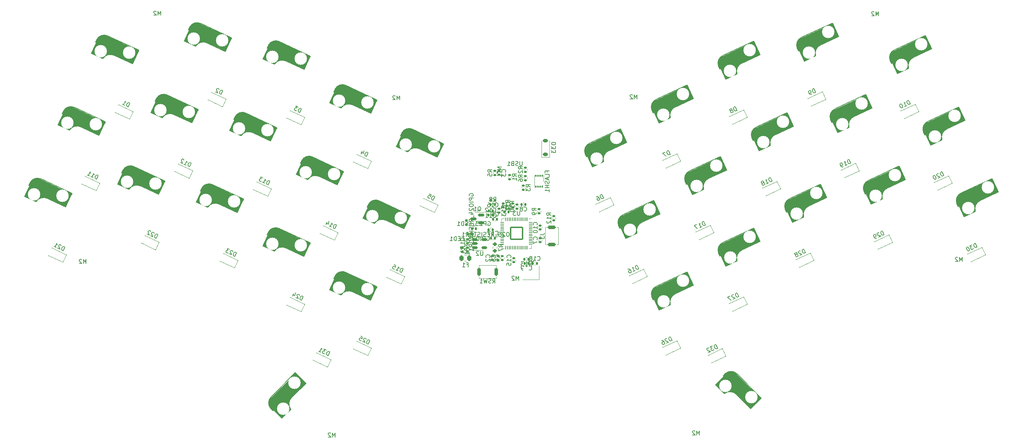
<source format=gbo>
G04 #@! TF.GenerationSoftware,KiCad,Pcbnew,7.0.1*
G04 #@! TF.CreationDate,2023-04-05T18:38:50-04:00*
G04 #@! TF.ProjectId,32kb,33326b62-2e6b-4696-9361-645f70636258,rev?*
G04 #@! TF.SameCoordinates,Original*
G04 #@! TF.FileFunction,Legend,Bot*
G04 #@! TF.FilePolarity,Positive*
%FSLAX46Y46*%
G04 Gerber Fmt 4.6, Leading zero omitted, Abs format (unit mm)*
G04 Created by KiCad (PCBNEW 7.0.1) date 2023-04-05 18:38:50*
%MOMM*%
%LPD*%
G01*
G04 APERTURE LIST*
G04 Aperture macros list*
%AMRoundRect*
0 Rectangle with rounded corners*
0 $1 Rounding radius*
0 $2 $3 $4 $5 $6 $7 $8 $9 X,Y pos of 4 corners*
0 Add a 4 corners polygon primitive as box body*
4,1,4,$2,$3,$4,$5,$6,$7,$8,$9,$2,$3,0*
0 Add four circle primitives for the rounded corners*
1,1,$1+$1,$2,$3*
1,1,$1+$1,$4,$5*
1,1,$1+$1,$6,$7*
1,1,$1+$1,$8,$9*
0 Add four rect primitives between the rounded corners*
20,1,$1+$1,$2,$3,$4,$5,0*
20,1,$1+$1,$4,$5,$6,$7,0*
20,1,$1+$1,$6,$7,$8,$9,0*
20,1,$1+$1,$8,$9,$2,$3,0*%
%AMRotRect*
0 Rectangle, with rotation*
0 The origin of the aperture is its center*
0 $1 length*
0 $2 width*
0 $3 Rotation angle, in degrees counterclockwise*
0 Add horizontal line*
21,1,$1,$2,0,0,$3*%
G04 Aperture macros list end*
%ADD10C,0.150000*%
%ADD11C,0.300000*%
%ADD12C,0.500000*%
%ADD13C,0.800000*%
%ADD14C,3.000000*%
%ADD15C,3.500000*%
%ADD16C,1.000000*%
%ADD17C,0.400000*%
%ADD18C,0.120000*%
%ADD19C,0.100000*%
%ADD20C,0.500000*%
%ADD21C,4.000000*%
%ADD22C,1.900000*%
%ADD23C,3.000000*%
%ADD24C,4.100000*%
%ADD25RotRect,2.550000X2.500000X135.000000*%
%ADD26RotRect,2.550000X2.500000X225.000000*%
%ADD27RotRect,2.550000X2.500000X205.000000*%
%ADD28RotRect,2.550000X2.500000X155.000000*%
%ADD29RoundRect,0.200000X-0.800000X0.200000X-0.800000X-0.200000X0.800000X-0.200000X0.800000X0.200000X0*%
%ADD30RoundRect,0.135000X-0.185000X0.135000X-0.185000X-0.135000X0.185000X-0.135000X0.185000X0.135000X0*%
%ADD31RoundRect,0.140000X-0.170000X0.140000X-0.170000X-0.140000X0.170000X-0.140000X0.170000X0.140000X0*%
%ADD32RoundRect,0.135000X0.185000X-0.135000X0.185000X0.135000X-0.185000X0.135000X-0.185000X-0.135000X0*%
%ADD33RoundRect,0.140000X-0.140000X-0.170000X0.140000X-0.170000X0.140000X0.170000X-0.140000X0.170000X0*%
%ADD34RotRect,0.900000X1.200000X155.000000*%
%ADD35RoundRect,0.050000X0.387500X0.050000X-0.387500X0.050000X-0.387500X-0.050000X0.387500X-0.050000X0*%
%ADD36RoundRect,0.050000X0.050000X0.387500X-0.050000X0.387500X-0.050000X-0.387500X0.050000X-0.387500X0*%
%ADD37RoundRect,0.144000X1.456000X1.456000X-1.456000X1.456000X-1.456000X-1.456000X1.456000X-1.456000X0*%
%ADD38RoundRect,0.200000X-0.200000X-0.800000X0.200000X-0.800000X0.200000X0.800000X-0.200000X0.800000X0*%
%ADD39RotRect,0.900000X1.200000X205.000000*%
%ADD40RoundRect,0.087500X0.087500X-0.175000X0.087500X0.175000X-0.087500X0.175000X-0.087500X-0.175000X0*%
%ADD41R,1.600000X1.400000*%
%ADD42RoundRect,0.147500X-0.147500X-0.172500X0.147500X-0.172500X0.147500X0.172500X-0.147500X0.172500X0*%
%ADD43RoundRect,0.135000X-0.135000X-0.185000X0.135000X-0.185000X0.135000X0.185000X-0.135000X0.185000X0*%
%ADD44RoundRect,0.243750X-0.243750X-0.456250X0.243750X-0.456250X0.243750X0.456250X-0.243750X0.456250X0*%
%ADD45RoundRect,0.135000X0.135000X0.185000X-0.135000X0.185000X-0.135000X-0.185000X0.135000X-0.185000X0*%
%ADD46RoundRect,0.147500X0.147500X0.172500X-0.147500X0.172500X-0.147500X-0.172500X0.147500X-0.172500X0*%
%ADD47RoundRect,0.140000X0.140000X0.170000X-0.140000X0.170000X-0.140000X-0.170000X0.140000X-0.170000X0*%
%ADD48R,2.000000X2.000000*%
%ADD49RoundRect,0.150000X-0.512500X-0.150000X0.512500X-0.150000X0.512500X0.150000X-0.512500X0.150000X0*%
%ADD50R,1.400000X1.200000*%
%ADD51RoundRect,0.140000X0.170000X-0.140000X0.170000X0.140000X-0.170000X0.140000X-0.170000X-0.140000X0*%
%ADD52C,0.650000*%
%ADD53R,0.600000X1.450000*%
%ADD54R,0.300000X1.450000*%
%ADD55RoundRect,0.200000X0.275000X-0.200000X0.275000X0.200000X-0.275000X0.200000X-0.275000X-0.200000X0*%
%ADD56RoundRect,0.150000X0.587500X0.150000X-0.587500X0.150000X-0.587500X-0.150000X0.587500X-0.150000X0*%
%ADD57RoundRect,0.225000X0.375000X-0.225000X0.375000X0.225000X-0.375000X0.225000X-0.375000X-0.225000X0*%
G04 APERTURE END LIST*
D10*
X149407523Y-106637619D02*
X149407523Y-105637619D01*
X149407523Y-105637619D02*
X149074190Y-106351904D01*
X149074190Y-106351904D02*
X148740857Y-105637619D01*
X148740857Y-105637619D02*
X148740857Y-106637619D01*
X148312285Y-105732857D02*
X148264666Y-105685238D01*
X148264666Y-105685238D02*
X148169428Y-105637619D01*
X148169428Y-105637619D02*
X147931333Y-105637619D01*
X147931333Y-105637619D02*
X147836095Y-105685238D01*
X147836095Y-105685238D02*
X147788476Y-105732857D01*
X147788476Y-105732857D02*
X147740857Y-105828095D01*
X147740857Y-105828095D02*
X147740857Y-105923333D01*
X147740857Y-105923333D02*
X147788476Y-106066190D01*
X147788476Y-106066190D02*
X148359904Y-106637619D01*
X148359904Y-106637619D02*
X147740857Y-106637619D01*
X45032523Y-102587619D02*
X45032523Y-101587619D01*
X45032523Y-101587619D02*
X44699190Y-102301904D01*
X44699190Y-102301904D02*
X44365857Y-101587619D01*
X44365857Y-101587619D02*
X44365857Y-102587619D01*
X43937285Y-101682857D02*
X43889666Y-101635238D01*
X43889666Y-101635238D02*
X43794428Y-101587619D01*
X43794428Y-101587619D02*
X43556333Y-101587619D01*
X43556333Y-101587619D02*
X43461095Y-101635238D01*
X43461095Y-101635238D02*
X43413476Y-101682857D01*
X43413476Y-101682857D02*
X43365857Y-101778095D01*
X43365857Y-101778095D02*
X43365857Y-101873333D01*
X43365857Y-101873333D02*
X43413476Y-102016190D01*
X43413476Y-102016190D02*
X43984904Y-102587619D01*
X43984904Y-102587619D02*
X43365857Y-102587619D01*
X256407523Y-102087619D02*
X256407523Y-101087619D01*
X256407523Y-101087619D02*
X256074190Y-101801904D01*
X256074190Y-101801904D02*
X255740857Y-101087619D01*
X255740857Y-101087619D02*
X255740857Y-102087619D01*
X255312285Y-101182857D02*
X255264666Y-101135238D01*
X255264666Y-101135238D02*
X255169428Y-101087619D01*
X255169428Y-101087619D02*
X254931333Y-101087619D01*
X254931333Y-101087619D02*
X254836095Y-101135238D01*
X254836095Y-101135238D02*
X254788476Y-101182857D01*
X254788476Y-101182857D02*
X254740857Y-101278095D01*
X254740857Y-101278095D02*
X254740857Y-101373333D01*
X254740857Y-101373333D02*
X254788476Y-101516190D01*
X254788476Y-101516190D02*
X255359904Y-102087619D01*
X255359904Y-102087619D02*
X254740857Y-102087619D01*
X63032523Y-42687619D02*
X63032523Y-41687619D01*
X63032523Y-41687619D02*
X62699190Y-42401904D01*
X62699190Y-42401904D02*
X62365857Y-41687619D01*
X62365857Y-41687619D02*
X62365857Y-42687619D01*
X61937285Y-41782857D02*
X61889666Y-41735238D01*
X61889666Y-41735238D02*
X61794428Y-41687619D01*
X61794428Y-41687619D02*
X61556333Y-41687619D01*
X61556333Y-41687619D02*
X61461095Y-41735238D01*
X61461095Y-41735238D02*
X61413476Y-41782857D01*
X61413476Y-41782857D02*
X61365857Y-41878095D01*
X61365857Y-41878095D02*
X61365857Y-41973333D01*
X61365857Y-41973333D02*
X61413476Y-42116190D01*
X61413476Y-42116190D02*
X61984904Y-42687619D01*
X61984904Y-42687619D02*
X61365857Y-42687619D01*
X236207523Y-42837619D02*
X236207523Y-41837619D01*
X236207523Y-41837619D02*
X235874190Y-42551904D01*
X235874190Y-42551904D02*
X235540857Y-41837619D01*
X235540857Y-41837619D02*
X235540857Y-42837619D01*
X235112285Y-41932857D02*
X235064666Y-41885238D01*
X235064666Y-41885238D02*
X234969428Y-41837619D01*
X234969428Y-41837619D02*
X234731333Y-41837619D01*
X234731333Y-41837619D02*
X234636095Y-41885238D01*
X234636095Y-41885238D02*
X234588476Y-41932857D01*
X234588476Y-41932857D02*
X234540857Y-42028095D01*
X234540857Y-42028095D02*
X234540857Y-42123333D01*
X234540857Y-42123333D02*
X234588476Y-42266190D01*
X234588476Y-42266190D02*
X235159904Y-42837619D01*
X235159904Y-42837619D02*
X234540857Y-42837619D01*
X177932523Y-62862619D02*
X177932523Y-61862619D01*
X177932523Y-61862619D02*
X177599190Y-62576904D01*
X177599190Y-62576904D02*
X177265857Y-61862619D01*
X177265857Y-61862619D02*
X177265857Y-62862619D01*
X176837285Y-61957857D02*
X176789666Y-61910238D01*
X176789666Y-61910238D02*
X176694428Y-61862619D01*
X176694428Y-61862619D02*
X176456333Y-61862619D01*
X176456333Y-61862619D02*
X176361095Y-61910238D01*
X176361095Y-61910238D02*
X176313476Y-61957857D01*
X176313476Y-61957857D02*
X176265857Y-62053095D01*
X176265857Y-62053095D02*
X176265857Y-62148333D01*
X176265857Y-62148333D02*
X176313476Y-62291190D01*
X176313476Y-62291190D02*
X176884904Y-62862619D01*
X176884904Y-62862619D02*
X176265857Y-62862619D01*
X120672523Y-63102619D02*
X120672523Y-62102619D01*
X120672523Y-62102619D02*
X120339190Y-62816904D01*
X120339190Y-62816904D02*
X120005857Y-62102619D01*
X120005857Y-62102619D02*
X120005857Y-63102619D01*
X119577285Y-62197857D02*
X119529666Y-62150238D01*
X119529666Y-62150238D02*
X119434428Y-62102619D01*
X119434428Y-62102619D02*
X119196333Y-62102619D01*
X119196333Y-62102619D02*
X119101095Y-62150238D01*
X119101095Y-62150238D02*
X119053476Y-62197857D01*
X119053476Y-62197857D02*
X119005857Y-62293095D01*
X119005857Y-62293095D02*
X119005857Y-62388333D01*
X119005857Y-62388333D02*
X119053476Y-62531190D01*
X119053476Y-62531190D02*
X119624904Y-63102619D01*
X119624904Y-63102619D02*
X119005857Y-63102619D01*
X105107523Y-144487619D02*
X105107523Y-143487619D01*
X105107523Y-143487619D02*
X104774190Y-144201904D01*
X104774190Y-144201904D02*
X104440857Y-143487619D01*
X104440857Y-143487619D02*
X104440857Y-144487619D01*
X104012285Y-143582857D02*
X103964666Y-143535238D01*
X103964666Y-143535238D02*
X103869428Y-143487619D01*
X103869428Y-143487619D02*
X103631333Y-143487619D01*
X103631333Y-143487619D02*
X103536095Y-143535238D01*
X103536095Y-143535238D02*
X103488476Y-143582857D01*
X103488476Y-143582857D02*
X103440857Y-143678095D01*
X103440857Y-143678095D02*
X103440857Y-143773333D01*
X103440857Y-143773333D02*
X103488476Y-143916190D01*
X103488476Y-143916190D02*
X104059904Y-144487619D01*
X104059904Y-144487619D02*
X103440857Y-144487619D01*
X193007523Y-143962619D02*
X193007523Y-142962619D01*
X193007523Y-142962619D02*
X192674190Y-143676904D01*
X192674190Y-143676904D02*
X192340857Y-142962619D01*
X192340857Y-142962619D02*
X192340857Y-143962619D01*
X191912285Y-143057857D02*
X191864666Y-143010238D01*
X191864666Y-143010238D02*
X191769428Y-142962619D01*
X191769428Y-142962619D02*
X191531333Y-142962619D01*
X191531333Y-142962619D02*
X191436095Y-143010238D01*
X191436095Y-143010238D02*
X191388476Y-143057857D01*
X191388476Y-143057857D02*
X191340857Y-143153095D01*
X191340857Y-143153095D02*
X191340857Y-143248333D01*
X191340857Y-143248333D02*
X191388476Y-143391190D01*
X191388476Y-143391190D02*
X191959904Y-143962619D01*
X191959904Y-143962619D02*
X191340857Y-143962619D01*
X154586619Y-95628666D02*
X155300904Y-95628666D01*
X155300904Y-95628666D02*
X155443761Y-95581047D01*
X155443761Y-95581047D02*
X155539000Y-95485809D01*
X155539000Y-95485809D02*
X155586619Y-95342952D01*
X155586619Y-95342952D02*
X155586619Y-95247714D01*
X154586619Y-96009619D02*
X154586619Y-96628666D01*
X154586619Y-96628666D02*
X154967571Y-96295333D01*
X154967571Y-96295333D02*
X154967571Y-96438190D01*
X154967571Y-96438190D02*
X155015190Y-96533428D01*
X155015190Y-96533428D02*
X155062809Y-96581047D01*
X155062809Y-96581047D02*
X155158047Y-96628666D01*
X155158047Y-96628666D02*
X155396142Y-96628666D01*
X155396142Y-96628666D02*
X155491380Y-96581047D01*
X155491380Y-96581047D02*
X155539000Y-96533428D01*
X155539000Y-96533428D02*
X155586619Y-96438190D01*
X155586619Y-96438190D02*
X155586619Y-96152476D01*
X155586619Y-96152476D02*
X155539000Y-96057238D01*
X155539000Y-96057238D02*
X155491380Y-96009619D01*
X153615619Y-89858333D02*
X153139428Y-89525000D01*
X153615619Y-89286905D02*
X152615619Y-89286905D01*
X152615619Y-89286905D02*
X152615619Y-89667857D01*
X152615619Y-89667857D02*
X152663238Y-89763095D01*
X152663238Y-89763095D02*
X152710857Y-89810714D01*
X152710857Y-89810714D02*
X152806095Y-89858333D01*
X152806095Y-89858333D02*
X152948952Y-89858333D01*
X152948952Y-89858333D02*
X153044190Y-89810714D01*
X153044190Y-89810714D02*
X153091809Y-89763095D01*
X153091809Y-89763095D02*
X153139428Y-89667857D01*
X153139428Y-89667857D02*
X153139428Y-89286905D01*
X153615619Y-90334524D02*
X153615619Y-90525000D01*
X153615619Y-90525000D02*
X153568000Y-90620238D01*
X153568000Y-90620238D02*
X153520380Y-90667857D01*
X153520380Y-90667857D02*
X153377523Y-90763095D01*
X153377523Y-90763095D02*
X153187047Y-90810714D01*
X153187047Y-90810714D02*
X152806095Y-90810714D01*
X152806095Y-90810714D02*
X152710857Y-90763095D01*
X152710857Y-90763095D02*
X152663238Y-90715476D01*
X152663238Y-90715476D02*
X152615619Y-90620238D01*
X152615619Y-90620238D02*
X152615619Y-90429762D01*
X152615619Y-90429762D02*
X152663238Y-90334524D01*
X152663238Y-90334524D02*
X152710857Y-90286905D01*
X152710857Y-90286905D02*
X152806095Y-90239286D01*
X152806095Y-90239286D02*
X153044190Y-90239286D01*
X153044190Y-90239286D02*
X153139428Y-90286905D01*
X153139428Y-90286905D02*
X153187047Y-90334524D01*
X153187047Y-90334524D02*
X153234666Y-90429762D01*
X153234666Y-90429762D02*
X153234666Y-90620238D01*
X153234666Y-90620238D02*
X153187047Y-90715476D01*
X153187047Y-90715476D02*
X153139428Y-90763095D01*
X153139428Y-90763095D02*
X153044190Y-90810714D01*
X142357380Y-101129333D02*
X142405000Y-101081714D01*
X142405000Y-101081714D02*
X142452619Y-100938857D01*
X142452619Y-100938857D02*
X142452619Y-100843619D01*
X142452619Y-100843619D02*
X142405000Y-100700762D01*
X142405000Y-100700762D02*
X142309761Y-100605524D01*
X142309761Y-100605524D02*
X142214523Y-100557905D01*
X142214523Y-100557905D02*
X142024047Y-100510286D01*
X142024047Y-100510286D02*
X141881190Y-100510286D01*
X141881190Y-100510286D02*
X141690714Y-100557905D01*
X141690714Y-100557905D02*
X141595476Y-100605524D01*
X141595476Y-100605524D02*
X141500238Y-100700762D01*
X141500238Y-100700762D02*
X141452619Y-100843619D01*
X141452619Y-100843619D02*
X141452619Y-100938857D01*
X141452619Y-100938857D02*
X141500238Y-101081714D01*
X141500238Y-101081714D02*
X141547857Y-101129333D01*
X141547857Y-101510286D02*
X141500238Y-101557905D01*
X141500238Y-101557905D02*
X141452619Y-101653143D01*
X141452619Y-101653143D02*
X141452619Y-101891238D01*
X141452619Y-101891238D02*
X141500238Y-101986476D01*
X141500238Y-101986476D02*
X141547857Y-102034095D01*
X141547857Y-102034095D02*
X141643095Y-102081714D01*
X141643095Y-102081714D02*
X141738333Y-102081714D01*
X141738333Y-102081714D02*
X141881190Y-102034095D01*
X141881190Y-102034095D02*
X142452619Y-101462667D01*
X142452619Y-101462667D02*
X142452619Y-102081714D01*
X148284619Y-88209142D02*
X147808428Y-87875809D01*
X148284619Y-87637714D02*
X147284619Y-87637714D01*
X147284619Y-87637714D02*
X147284619Y-88018666D01*
X147284619Y-88018666D02*
X147332238Y-88113904D01*
X147332238Y-88113904D02*
X147379857Y-88161523D01*
X147379857Y-88161523D02*
X147475095Y-88209142D01*
X147475095Y-88209142D02*
X147617952Y-88209142D01*
X147617952Y-88209142D02*
X147713190Y-88161523D01*
X147713190Y-88161523D02*
X147760809Y-88113904D01*
X147760809Y-88113904D02*
X147808428Y-88018666D01*
X147808428Y-88018666D02*
X147808428Y-87637714D01*
X148284619Y-89161523D02*
X148284619Y-88590095D01*
X148284619Y-88875809D02*
X147284619Y-88875809D01*
X147284619Y-88875809D02*
X147427476Y-88780571D01*
X147427476Y-88780571D02*
X147522714Y-88685333D01*
X147522714Y-88685333D02*
X147570333Y-88590095D01*
X147284619Y-89780571D02*
X147284619Y-89875809D01*
X147284619Y-89875809D02*
X147332238Y-89971047D01*
X147332238Y-89971047D02*
X147379857Y-90018666D01*
X147379857Y-90018666D02*
X147475095Y-90066285D01*
X147475095Y-90066285D02*
X147665571Y-90113904D01*
X147665571Y-90113904D02*
X147903666Y-90113904D01*
X147903666Y-90113904D02*
X148094142Y-90066285D01*
X148094142Y-90066285D02*
X148189380Y-90018666D01*
X148189380Y-90018666D02*
X148237000Y-89971047D01*
X148237000Y-89971047D02*
X148284619Y-89875809D01*
X148284619Y-89875809D02*
X148284619Y-89780571D01*
X148284619Y-89780571D02*
X148237000Y-89685333D01*
X148237000Y-89685333D02*
X148189380Y-89637714D01*
X148189380Y-89637714D02*
X148094142Y-89590095D01*
X148094142Y-89590095D02*
X147903666Y-89542476D01*
X147903666Y-89542476D02*
X147665571Y-89542476D01*
X147665571Y-89542476D02*
X147475095Y-89590095D01*
X147475095Y-89590095D02*
X147379857Y-89637714D01*
X147379857Y-89637714D02*
X147332238Y-89685333D01*
X147332238Y-89685333D02*
X147284619Y-89780571D01*
X148846619Y-81571333D02*
X148370428Y-81238000D01*
X148846619Y-80999905D02*
X147846619Y-80999905D01*
X147846619Y-80999905D02*
X147846619Y-81380857D01*
X147846619Y-81380857D02*
X147894238Y-81476095D01*
X147894238Y-81476095D02*
X147941857Y-81523714D01*
X147941857Y-81523714D02*
X148037095Y-81571333D01*
X148037095Y-81571333D02*
X148179952Y-81571333D01*
X148179952Y-81571333D02*
X148275190Y-81523714D01*
X148275190Y-81523714D02*
X148322809Y-81476095D01*
X148322809Y-81476095D02*
X148370428Y-81380857D01*
X148370428Y-81380857D02*
X148370428Y-80999905D01*
X148846619Y-82523714D02*
X148846619Y-81952286D01*
X148846619Y-82238000D02*
X147846619Y-82238000D01*
X147846619Y-82238000D02*
X147989476Y-82142762D01*
X147989476Y-82142762D02*
X148084714Y-82047524D01*
X148084714Y-82047524D02*
X148132333Y-81952286D01*
X150682666Y-89869380D02*
X150730285Y-89917000D01*
X150730285Y-89917000D02*
X150873142Y-89964619D01*
X150873142Y-89964619D02*
X150968380Y-89964619D01*
X150968380Y-89964619D02*
X151111237Y-89917000D01*
X151111237Y-89917000D02*
X151206475Y-89821761D01*
X151206475Y-89821761D02*
X151254094Y-89726523D01*
X151254094Y-89726523D02*
X151301713Y-89536047D01*
X151301713Y-89536047D02*
X151301713Y-89393190D01*
X151301713Y-89393190D02*
X151254094Y-89202714D01*
X151254094Y-89202714D02*
X151206475Y-89107476D01*
X151206475Y-89107476D02*
X151111237Y-89012238D01*
X151111237Y-89012238D02*
X150968380Y-88964619D01*
X150968380Y-88964619D02*
X150873142Y-88964619D01*
X150873142Y-88964619D02*
X150730285Y-89012238D01*
X150730285Y-89012238D02*
X150682666Y-89059857D01*
X150111237Y-89393190D02*
X150206475Y-89345571D01*
X150206475Y-89345571D02*
X150254094Y-89297952D01*
X150254094Y-89297952D02*
X150301713Y-89202714D01*
X150301713Y-89202714D02*
X150301713Y-89155095D01*
X150301713Y-89155095D02*
X150254094Y-89059857D01*
X150254094Y-89059857D02*
X150206475Y-89012238D01*
X150206475Y-89012238D02*
X150111237Y-88964619D01*
X150111237Y-88964619D02*
X149920761Y-88964619D01*
X149920761Y-88964619D02*
X149825523Y-89012238D01*
X149825523Y-89012238D02*
X149777904Y-89059857D01*
X149777904Y-89059857D02*
X149730285Y-89155095D01*
X149730285Y-89155095D02*
X149730285Y-89202714D01*
X149730285Y-89202714D02*
X149777904Y-89297952D01*
X149777904Y-89297952D02*
X149825523Y-89345571D01*
X149825523Y-89345571D02*
X149920761Y-89393190D01*
X149920761Y-89393190D02*
X150111237Y-89393190D01*
X150111237Y-89393190D02*
X150206475Y-89440809D01*
X150206475Y-89440809D02*
X150254094Y-89488428D01*
X150254094Y-89488428D02*
X150301713Y-89583666D01*
X150301713Y-89583666D02*
X150301713Y-89774142D01*
X150301713Y-89774142D02*
X150254094Y-89869380D01*
X150254094Y-89869380D02*
X150206475Y-89917000D01*
X150206475Y-89917000D02*
X150111237Y-89964619D01*
X150111237Y-89964619D02*
X149920761Y-89964619D01*
X149920761Y-89964619D02*
X149825523Y-89917000D01*
X149825523Y-89917000D02*
X149777904Y-89869380D01*
X149777904Y-89869380D02*
X149730285Y-89774142D01*
X149730285Y-89774142D02*
X149730285Y-89583666D01*
X149730285Y-89583666D02*
X149777904Y-89488428D01*
X149777904Y-89488428D02*
X149825523Y-89440809D01*
X149825523Y-89440809D02*
X149920761Y-89393190D01*
X137480238Y-86302857D02*
X137432619Y-86207619D01*
X137432619Y-86207619D02*
X137432619Y-86064762D01*
X137432619Y-86064762D02*
X137480238Y-85921905D01*
X137480238Y-85921905D02*
X137575476Y-85826667D01*
X137575476Y-85826667D02*
X137670714Y-85779048D01*
X137670714Y-85779048D02*
X137861190Y-85731429D01*
X137861190Y-85731429D02*
X138004047Y-85731429D01*
X138004047Y-85731429D02*
X138194523Y-85779048D01*
X138194523Y-85779048D02*
X138289761Y-85826667D01*
X138289761Y-85826667D02*
X138385000Y-85921905D01*
X138385000Y-85921905D02*
X138432619Y-86064762D01*
X138432619Y-86064762D02*
X138432619Y-86160000D01*
X138432619Y-86160000D02*
X138385000Y-86302857D01*
X138385000Y-86302857D02*
X138337380Y-86350476D01*
X138337380Y-86350476D02*
X138004047Y-86350476D01*
X138004047Y-86350476D02*
X138004047Y-86160000D01*
X138432619Y-86779048D02*
X137432619Y-86779048D01*
X137432619Y-86779048D02*
X137432619Y-87160000D01*
X137432619Y-87160000D02*
X137480238Y-87255238D01*
X137480238Y-87255238D02*
X137527857Y-87302857D01*
X137527857Y-87302857D02*
X137623095Y-87350476D01*
X137623095Y-87350476D02*
X137765952Y-87350476D01*
X137765952Y-87350476D02*
X137861190Y-87302857D01*
X137861190Y-87302857D02*
X137908809Y-87255238D01*
X137908809Y-87255238D02*
X137956428Y-87160000D01*
X137956428Y-87160000D02*
X137956428Y-86779048D01*
X138432619Y-87779048D02*
X137432619Y-87779048D01*
X137432619Y-88445714D02*
X137432619Y-88636190D01*
X137432619Y-88636190D02*
X137480238Y-88731428D01*
X137480238Y-88731428D02*
X137575476Y-88826666D01*
X137575476Y-88826666D02*
X137765952Y-88874285D01*
X137765952Y-88874285D02*
X138099285Y-88874285D01*
X138099285Y-88874285D02*
X138289761Y-88826666D01*
X138289761Y-88826666D02*
X138385000Y-88731428D01*
X138385000Y-88731428D02*
X138432619Y-88636190D01*
X138432619Y-88636190D02*
X138432619Y-88445714D01*
X138432619Y-88445714D02*
X138385000Y-88350476D01*
X138385000Y-88350476D02*
X138289761Y-88255238D01*
X138289761Y-88255238D02*
X138099285Y-88207619D01*
X138099285Y-88207619D02*
X137765952Y-88207619D01*
X137765952Y-88207619D02*
X137575476Y-88255238D01*
X137575476Y-88255238D02*
X137480238Y-88350476D01*
X137480238Y-88350476D02*
X137432619Y-88445714D01*
X137527857Y-89255238D02*
X137480238Y-89302857D01*
X137480238Y-89302857D02*
X137432619Y-89398095D01*
X137432619Y-89398095D02*
X137432619Y-89636190D01*
X137432619Y-89636190D02*
X137480238Y-89731428D01*
X137480238Y-89731428D02*
X137527857Y-89779047D01*
X137527857Y-89779047D02*
X137623095Y-89826666D01*
X137623095Y-89826666D02*
X137718333Y-89826666D01*
X137718333Y-89826666D02*
X137861190Y-89779047D01*
X137861190Y-89779047D02*
X138432619Y-89207619D01*
X138432619Y-89207619D02*
X138432619Y-89826666D01*
X137765952Y-90683809D02*
X138432619Y-90683809D01*
X137385000Y-90445714D02*
X138099285Y-90207619D01*
X138099285Y-90207619D02*
X138099285Y-90826666D01*
X138527857Y-90969524D02*
X138527857Y-91731428D01*
X138432619Y-92540952D02*
X137956428Y-92207619D01*
X138432619Y-91969524D02*
X137432619Y-91969524D01*
X137432619Y-91969524D02*
X137432619Y-92350476D01*
X137432619Y-92350476D02*
X137480238Y-92445714D01*
X137480238Y-92445714D02*
X137527857Y-92493333D01*
X137527857Y-92493333D02*
X137623095Y-92540952D01*
X137623095Y-92540952D02*
X137765952Y-92540952D01*
X137765952Y-92540952D02*
X137861190Y-92493333D01*
X137861190Y-92493333D02*
X137908809Y-92445714D01*
X137908809Y-92445714D02*
X137956428Y-92350476D01*
X137956428Y-92350476D02*
X137956428Y-91969524D01*
X137908809Y-92969524D02*
X137908809Y-93302857D01*
X138432619Y-93445714D02*
X138432619Y-92969524D01*
X138432619Y-92969524D02*
X137432619Y-92969524D01*
X137432619Y-92969524D02*
X137432619Y-93445714D01*
X138385000Y-93826667D02*
X138432619Y-93969524D01*
X138432619Y-93969524D02*
X138432619Y-94207619D01*
X138432619Y-94207619D02*
X138385000Y-94302857D01*
X138385000Y-94302857D02*
X138337380Y-94350476D01*
X138337380Y-94350476D02*
X138242142Y-94398095D01*
X138242142Y-94398095D02*
X138146904Y-94398095D01*
X138146904Y-94398095D02*
X138051666Y-94350476D01*
X138051666Y-94350476D02*
X138004047Y-94302857D01*
X138004047Y-94302857D02*
X137956428Y-94207619D01*
X137956428Y-94207619D02*
X137908809Y-94017143D01*
X137908809Y-94017143D02*
X137861190Y-93921905D01*
X137861190Y-93921905D02*
X137813571Y-93874286D01*
X137813571Y-93874286D02*
X137718333Y-93826667D01*
X137718333Y-93826667D02*
X137623095Y-93826667D01*
X137623095Y-93826667D02*
X137527857Y-93874286D01*
X137527857Y-93874286D02*
X137480238Y-93921905D01*
X137480238Y-93921905D02*
X137432619Y-94017143D01*
X137432619Y-94017143D02*
X137432619Y-94255238D01*
X137432619Y-94255238D02*
X137480238Y-94398095D01*
X138432619Y-94826667D02*
X137432619Y-94826667D01*
X138385000Y-95255238D02*
X138432619Y-95398095D01*
X138432619Y-95398095D02*
X138432619Y-95636190D01*
X138432619Y-95636190D02*
X138385000Y-95731428D01*
X138385000Y-95731428D02*
X138337380Y-95779047D01*
X138337380Y-95779047D02*
X138242142Y-95826666D01*
X138242142Y-95826666D02*
X138146904Y-95826666D01*
X138146904Y-95826666D02*
X138051666Y-95779047D01*
X138051666Y-95779047D02*
X138004047Y-95731428D01*
X138004047Y-95731428D02*
X137956428Y-95636190D01*
X137956428Y-95636190D02*
X137908809Y-95445714D01*
X137908809Y-95445714D02*
X137861190Y-95350476D01*
X137861190Y-95350476D02*
X137813571Y-95302857D01*
X137813571Y-95302857D02*
X137718333Y-95255238D01*
X137718333Y-95255238D02*
X137623095Y-95255238D01*
X137623095Y-95255238D02*
X137527857Y-95302857D01*
X137527857Y-95302857D02*
X137480238Y-95350476D01*
X137480238Y-95350476D02*
X137432619Y-95445714D01*
X137432619Y-95445714D02*
X137432619Y-95683809D01*
X137432619Y-95683809D02*
X137480238Y-95826666D01*
X137432619Y-96112381D02*
X137432619Y-96683809D01*
X138432619Y-96398095D02*
X137432619Y-96398095D01*
X137432619Y-97207619D02*
X137432619Y-97398095D01*
X137432619Y-97398095D02*
X137480238Y-97493333D01*
X137480238Y-97493333D02*
X137575476Y-97588571D01*
X137575476Y-97588571D02*
X137765952Y-97636190D01*
X137765952Y-97636190D02*
X138099285Y-97636190D01*
X138099285Y-97636190D02*
X138289761Y-97588571D01*
X138289761Y-97588571D02*
X138385000Y-97493333D01*
X138385000Y-97493333D02*
X138432619Y-97398095D01*
X138432619Y-97398095D02*
X138432619Y-97207619D01*
X138432619Y-97207619D02*
X138385000Y-97112381D01*
X138385000Y-97112381D02*
X138289761Y-97017143D01*
X138289761Y-97017143D02*
X138099285Y-96969524D01*
X138099285Y-96969524D02*
X137765952Y-96969524D01*
X137765952Y-96969524D02*
X137575476Y-97017143D01*
X137575476Y-97017143D02*
X137480238Y-97112381D01*
X137480238Y-97112381D02*
X137432619Y-97207619D01*
X138432619Y-98636190D02*
X137956428Y-98302857D01*
X138432619Y-98064762D02*
X137432619Y-98064762D01*
X137432619Y-98064762D02*
X137432619Y-98445714D01*
X137432619Y-98445714D02*
X137480238Y-98540952D01*
X137480238Y-98540952D02*
X137527857Y-98588571D01*
X137527857Y-98588571D02*
X137623095Y-98636190D01*
X137623095Y-98636190D02*
X137765952Y-98636190D01*
X137765952Y-98636190D02*
X137861190Y-98588571D01*
X137861190Y-98588571D02*
X137908809Y-98540952D01*
X137908809Y-98540952D02*
X137956428Y-98445714D01*
X137956428Y-98445714D02*
X137956428Y-98064762D01*
X138432619Y-99588571D02*
X138432619Y-99017143D01*
X138432619Y-99302857D02*
X137432619Y-99302857D01*
X137432619Y-99302857D02*
X137575476Y-99207619D01*
X137575476Y-99207619D02*
X137670714Y-99112381D01*
X137670714Y-99112381D02*
X137718333Y-99017143D01*
X88964789Y-83640423D02*
X89387407Y-82734115D01*
X89387407Y-82734115D02*
X89171620Y-82633492D01*
X89171620Y-82633492D02*
X89022022Y-82616275D01*
X89022022Y-82616275D02*
X88895458Y-82662341D01*
X88895458Y-82662341D02*
X88812051Y-82728531D01*
X88812051Y-82728531D02*
X88688395Y-82881037D01*
X88688395Y-82881037D02*
X88628021Y-83010509D01*
X88628021Y-83010509D02*
X88590680Y-83203264D01*
X88590680Y-83203264D02*
X88593588Y-83309704D01*
X88593588Y-83309704D02*
X88639653Y-83436268D01*
X88639653Y-83436268D02*
X88749001Y-83539800D01*
X88749001Y-83539800D02*
X88964789Y-83640423D01*
X87583748Y-82996433D02*
X88101639Y-83237930D01*
X87842694Y-83117181D02*
X88265312Y-82210874D01*
X88265312Y-82210874D02*
X88291253Y-82380596D01*
X88291253Y-82380596D02*
X88337318Y-82507160D01*
X88337318Y-82507160D02*
X88403509Y-82590567D01*
X87704264Y-81949253D02*
X87143216Y-81687632D01*
X87143216Y-81687632D02*
X87284322Y-82173765D01*
X87284322Y-82173765D02*
X87154849Y-82113391D01*
X87154849Y-82113391D02*
X87048409Y-82116299D01*
X87048409Y-82116299D02*
X86985127Y-82139332D01*
X86985127Y-82139332D02*
X86901720Y-82205522D01*
X86901720Y-82205522D02*
X86801097Y-82421310D01*
X86801097Y-82421310D02*
X86804005Y-82527749D01*
X86804005Y-82527749D02*
X86827038Y-82591032D01*
X86827038Y-82591032D02*
X86893228Y-82674438D01*
X86893228Y-82674438D02*
X87152173Y-82795187D01*
X87152173Y-82795187D02*
X87258613Y-82792278D01*
X87258613Y-82792278D02*
X87321895Y-82769246D01*
X151920857Y-104093380D02*
X151968476Y-104141000D01*
X151968476Y-104141000D02*
X152111333Y-104188619D01*
X152111333Y-104188619D02*
X152206571Y-104188619D01*
X152206571Y-104188619D02*
X152349428Y-104141000D01*
X152349428Y-104141000D02*
X152444666Y-104045761D01*
X152444666Y-104045761D02*
X152492285Y-103950523D01*
X152492285Y-103950523D02*
X152539904Y-103760047D01*
X152539904Y-103760047D02*
X152539904Y-103617190D01*
X152539904Y-103617190D02*
X152492285Y-103426714D01*
X152492285Y-103426714D02*
X152444666Y-103331476D01*
X152444666Y-103331476D02*
X152349428Y-103236238D01*
X152349428Y-103236238D02*
X152206571Y-103188619D01*
X152206571Y-103188619D02*
X152111333Y-103188619D01*
X152111333Y-103188619D02*
X151968476Y-103236238D01*
X151968476Y-103236238D02*
X151920857Y-103283857D01*
X150968476Y-104188619D02*
X151539904Y-104188619D01*
X151254190Y-104188619D02*
X151254190Y-103188619D01*
X151254190Y-103188619D02*
X151349428Y-103331476D01*
X151349428Y-103331476D02*
X151444666Y-103426714D01*
X151444666Y-103426714D02*
X151539904Y-103474333D01*
X150492285Y-104188619D02*
X150301809Y-104188619D01*
X150301809Y-104188619D02*
X150206571Y-104141000D01*
X150206571Y-104141000D02*
X150158952Y-104093380D01*
X150158952Y-104093380D02*
X150063714Y-103950523D01*
X150063714Y-103950523D02*
X150016095Y-103760047D01*
X150016095Y-103760047D02*
X150016095Y-103379095D01*
X150016095Y-103379095D02*
X150063714Y-103283857D01*
X150063714Y-103283857D02*
X150111333Y-103236238D01*
X150111333Y-103236238D02*
X150206571Y-103188619D01*
X150206571Y-103188619D02*
X150397047Y-103188619D01*
X150397047Y-103188619D02*
X150492285Y-103236238D01*
X150492285Y-103236238D02*
X150539904Y-103283857D01*
X150539904Y-103283857D02*
X150587523Y-103379095D01*
X150587523Y-103379095D02*
X150587523Y-103617190D01*
X150587523Y-103617190D02*
X150539904Y-103712428D01*
X150539904Y-103712428D02*
X150492285Y-103760047D01*
X150492285Y-103760047D02*
X150397047Y-103807666D01*
X150397047Y-103807666D02*
X150206571Y-103807666D01*
X150206571Y-103807666D02*
X150111333Y-103760047D01*
X150111333Y-103760047D02*
X150063714Y-103712428D01*
X150063714Y-103712428D02*
X150016095Y-103617190D01*
X149623904Y-89978119D02*
X149623904Y-90787642D01*
X149623904Y-90787642D02*
X149576285Y-90882880D01*
X149576285Y-90882880D02*
X149528666Y-90930500D01*
X149528666Y-90930500D02*
X149433428Y-90978119D01*
X149433428Y-90978119D02*
X149242952Y-90978119D01*
X149242952Y-90978119D02*
X149147714Y-90930500D01*
X149147714Y-90930500D02*
X149100095Y-90882880D01*
X149100095Y-90882880D02*
X149052476Y-90787642D01*
X149052476Y-90787642D02*
X149052476Y-89978119D01*
X148671523Y-89978119D02*
X148052476Y-89978119D01*
X148052476Y-89978119D02*
X148385809Y-90359071D01*
X148385809Y-90359071D02*
X148242952Y-90359071D01*
X148242952Y-90359071D02*
X148147714Y-90406690D01*
X148147714Y-90406690D02*
X148100095Y-90454309D01*
X148100095Y-90454309D02*
X148052476Y-90549547D01*
X148052476Y-90549547D02*
X148052476Y-90787642D01*
X148052476Y-90787642D02*
X148100095Y-90882880D01*
X148100095Y-90882880D02*
X148147714Y-90930500D01*
X148147714Y-90930500D02*
X148242952Y-90978119D01*
X148242952Y-90978119D02*
X148528666Y-90978119D01*
X148528666Y-90978119D02*
X148623904Y-90930500D01*
X148623904Y-90930500D02*
X148671523Y-90882880D01*
X96584091Y-66174013D02*
X97006710Y-65267705D01*
X97006710Y-65267705D02*
X96790922Y-65167082D01*
X96790922Y-65167082D02*
X96641325Y-65149865D01*
X96641325Y-65149865D02*
X96514760Y-65195931D01*
X96514760Y-65195931D02*
X96431353Y-65262121D01*
X96431353Y-65262121D02*
X96307697Y-65414627D01*
X96307697Y-65414627D02*
X96247323Y-65544099D01*
X96247323Y-65544099D02*
X96209982Y-65736854D01*
X96209982Y-65736854D02*
X96212890Y-65843294D01*
X96212890Y-65843294D02*
X96258956Y-65969858D01*
X96258956Y-65969858D02*
X96368304Y-66073390D01*
X96368304Y-66073390D02*
X96584091Y-66174013D01*
X96186717Y-64885336D02*
X95625669Y-64623716D01*
X95625669Y-64623716D02*
X95766774Y-65109848D01*
X95766774Y-65109848D02*
X95637302Y-65049474D01*
X95637302Y-65049474D02*
X95530862Y-65052383D01*
X95530862Y-65052383D02*
X95467580Y-65075415D01*
X95467580Y-65075415D02*
X95384173Y-65141606D01*
X95384173Y-65141606D02*
X95283550Y-65357393D01*
X95283550Y-65357393D02*
X95286458Y-65463833D01*
X95286458Y-65463833D02*
X95309491Y-65527115D01*
X95309491Y-65527115D02*
X95375681Y-65610522D01*
X95375681Y-65610522D02*
X95634626Y-65731270D01*
X95634626Y-65731270D02*
X95741066Y-65728362D01*
X95741066Y-65728362D02*
X95804348Y-65705329D01*
X136892809Y-98430666D02*
X136892809Y-98097333D01*
X137416619Y-98097333D02*
X136416619Y-98097333D01*
X136416619Y-98097333D02*
X136416619Y-98573523D01*
X136892809Y-99287809D02*
X136940428Y-99430666D01*
X136940428Y-99430666D02*
X136988047Y-99478285D01*
X136988047Y-99478285D02*
X137083285Y-99525904D01*
X137083285Y-99525904D02*
X137226142Y-99525904D01*
X137226142Y-99525904D02*
X137321380Y-99478285D01*
X137321380Y-99478285D02*
X137369000Y-99430666D01*
X137369000Y-99430666D02*
X137416619Y-99335428D01*
X137416619Y-99335428D02*
X137416619Y-98954476D01*
X137416619Y-98954476D02*
X136416619Y-98954476D01*
X136416619Y-98954476D02*
X136416619Y-99287809D01*
X136416619Y-99287809D02*
X136464238Y-99383047D01*
X136464238Y-99383047D02*
X136511857Y-99430666D01*
X136511857Y-99430666D02*
X136607095Y-99478285D01*
X136607095Y-99478285D02*
X136702333Y-99478285D01*
X136702333Y-99478285D02*
X136797571Y-99430666D01*
X136797571Y-99430666D02*
X136845190Y-99383047D01*
X136845190Y-99383047D02*
X136892809Y-99287809D01*
X136892809Y-99287809D02*
X136892809Y-98954476D01*
X137416619Y-100478285D02*
X137416619Y-99906857D01*
X137416619Y-100192571D02*
X136416619Y-100192571D01*
X136416619Y-100192571D02*
X136559476Y-100097333D01*
X136559476Y-100097333D02*
X136654714Y-100002095D01*
X136654714Y-100002095D02*
X136702333Y-99906857D01*
X147437380Y-101161142D02*
X147485000Y-101113523D01*
X147485000Y-101113523D02*
X147532619Y-100970666D01*
X147532619Y-100970666D02*
X147532619Y-100875428D01*
X147532619Y-100875428D02*
X147485000Y-100732571D01*
X147485000Y-100732571D02*
X147389761Y-100637333D01*
X147389761Y-100637333D02*
X147294523Y-100589714D01*
X147294523Y-100589714D02*
X147104047Y-100542095D01*
X147104047Y-100542095D02*
X146961190Y-100542095D01*
X146961190Y-100542095D02*
X146770714Y-100589714D01*
X146770714Y-100589714D02*
X146675476Y-100637333D01*
X146675476Y-100637333D02*
X146580238Y-100732571D01*
X146580238Y-100732571D02*
X146532619Y-100875428D01*
X146532619Y-100875428D02*
X146532619Y-100970666D01*
X146532619Y-100970666D02*
X146580238Y-101113523D01*
X146580238Y-101113523D02*
X146627857Y-101161142D01*
X147532619Y-102113523D02*
X147532619Y-101542095D01*
X147532619Y-101827809D02*
X146532619Y-101827809D01*
X146532619Y-101827809D02*
X146675476Y-101732571D01*
X146675476Y-101732571D02*
X146770714Y-101637333D01*
X146770714Y-101637333D02*
X146818333Y-101542095D01*
X146532619Y-103018285D02*
X146532619Y-102542095D01*
X146532619Y-102542095D02*
X147008809Y-102494476D01*
X147008809Y-102494476D02*
X146961190Y-102542095D01*
X146961190Y-102542095D02*
X146913571Y-102637333D01*
X146913571Y-102637333D02*
X146913571Y-102875428D01*
X146913571Y-102875428D02*
X146961190Y-102970666D01*
X146961190Y-102970666D02*
X147008809Y-103018285D01*
X147008809Y-103018285D02*
X147104047Y-103065904D01*
X147104047Y-103065904D02*
X147342142Y-103065904D01*
X147342142Y-103065904D02*
X147437380Y-103018285D01*
X147437380Y-103018285D02*
X147485000Y-102970666D01*
X147485000Y-102970666D02*
X147532619Y-102875428D01*
X147532619Y-102875428D02*
X147532619Y-102637333D01*
X147532619Y-102637333D02*
X147485000Y-102542095D01*
X147485000Y-102542095D02*
X147437380Y-102494476D01*
X143094285Y-107310619D02*
X143427618Y-106834428D01*
X143665713Y-107310619D02*
X143665713Y-106310619D01*
X143665713Y-106310619D02*
X143284761Y-106310619D01*
X143284761Y-106310619D02*
X143189523Y-106358238D01*
X143189523Y-106358238D02*
X143141904Y-106405857D01*
X143141904Y-106405857D02*
X143094285Y-106501095D01*
X143094285Y-106501095D02*
X143094285Y-106643952D01*
X143094285Y-106643952D02*
X143141904Y-106739190D01*
X143141904Y-106739190D02*
X143189523Y-106786809D01*
X143189523Y-106786809D02*
X143284761Y-106834428D01*
X143284761Y-106834428D02*
X143665713Y-106834428D01*
X142713332Y-107263000D02*
X142570475Y-107310619D01*
X142570475Y-107310619D02*
X142332380Y-107310619D01*
X142332380Y-107310619D02*
X142237142Y-107263000D01*
X142237142Y-107263000D02*
X142189523Y-107215380D01*
X142189523Y-107215380D02*
X142141904Y-107120142D01*
X142141904Y-107120142D02*
X142141904Y-107024904D01*
X142141904Y-107024904D02*
X142189523Y-106929666D01*
X142189523Y-106929666D02*
X142237142Y-106882047D01*
X142237142Y-106882047D02*
X142332380Y-106834428D01*
X142332380Y-106834428D02*
X142522856Y-106786809D01*
X142522856Y-106786809D02*
X142618094Y-106739190D01*
X142618094Y-106739190D02*
X142665713Y-106691571D01*
X142665713Y-106691571D02*
X142713332Y-106596333D01*
X142713332Y-106596333D02*
X142713332Y-106501095D01*
X142713332Y-106501095D02*
X142665713Y-106405857D01*
X142665713Y-106405857D02*
X142618094Y-106358238D01*
X142618094Y-106358238D02*
X142522856Y-106310619D01*
X142522856Y-106310619D02*
X142284761Y-106310619D01*
X142284761Y-106310619D02*
X142141904Y-106358238D01*
X141808570Y-106310619D02*
X141570475Y-107310619D01*
X141570475Y-107310619D02*
X141379999Y-106596333D01*
X141379999Y-106596333D02*
X141189523Y-107310619D01*
X141189523Y-107310619D02*
X140951428Y-106310619D01*
X140046666Y-107310619D02*
X140618094Y-107310619D01*
X140332380Y-107310619D02*
X140332380Y-106310619D01*
X140332380Y-106310619D02*
X140427618Y-106453476D01*
X140427618Y-106453476D02*
X140522856Y-106548714D01*
X140522856Y-106548714D02*
X140618094Y-106596333D01*
X157174619Y-91001142D02*
X156698428Y-90667809D01*
X157174619Y-90429714D02*
X156174619Y-90429714D01*
X156174619Y-90429714D02*
X156174619Y-90810666D01*
X156174619Y-90810666D02*
X156222238Y-90905904D01*
X156222238Y-90905904D02*
X156269857Y-90953523D01*
X156269857Y-90953523D02*
X156365095Y-91001142D01*
X156365095Y-91001142D02*
X156507952Y-91001142D01*
X156507952Y-91001142D02*
X156603190Y-90953523D01*
X156603190Y-90953523D02*
X156650809Y-90905904D01*
X156650809Y-90905904D02*
X156698428Y-90810666D01*
X156698428Y-90810666D02*
X156698428Y-90429714D01*
X157174619Y-91953523D02*
X157174619Y-91382095D01*
X157174619Y-91667809D02*
X156174619Y-91667809D01*
X156174619Y-91667809D02*
X156317476Y-91572571D01*
X156317476Y-91572571D02*
X156412714Y-91477333D01*
X156412714Y-91477333D02*
X156460333Y-91382095D01*
X156269857Y-92334476D02*
X156222238Y-92382095D01*
X156222238Y-92382095D02*
X156174619Y-92477333D01*
X156174619Y-92477333D02*
X156174619Y-92715428D01*
X156174619Y-92715428D02*
X156222238Y-92810666D01*
X156222238Y-92810666D02*
X156269857Y-92858285D01*
X156269857Y-92858285D02*
X156365095Y-92905904D01*
X156365095Y-92905904D02*
X156460333Y-92905904D01*
X156460333Y-92905904D02*
X156603190Y-92858285D01*
X156603190Y-92858285D02*
X157174619Y-92286857D01*
X157174619Y-92286857D02*
X157174619Y-92905904D01*
X186391912Y-121164489D02*
X185969294Y-120258182D01*
X185969294Y-120258182D02*
X185753507Y-120358805D01*
X185753507Y-120358805D02*
X185644159Y-120462337D01*
X185644159Y-120462337D02*
X185598093Y-120588901D01*
X185598093Y-120588901D02*
X185595185Y-120695341D01*
X185595185Y-120695341D02*
X185632526Y-120888095D01*
X185632526Y-120888095D02*
X185692900Y-121017568D01*
X185692900Y-121017568D02*
X185816556Y-121170073D01*
X185816556Y-121170073D02*
X185899963Y-121236264D01*
X185899963Y-121236264D02*
X186026528Y-121282329D01*
X186026528Y-121282329D02*
X186176125Y-121265113D01*
X186176125Y-121265113D02*
X186391912Y-121164489D01*
X185146393Y-120746990D02*
X185083111Y-120723957D01*
X185083111Y-120723957D02*
X184976671Y-120721049D01*
X184976671Y-120721049D02*
X184760884Y-120821673D01*
X184760884Y-120821673D02*
X184694693Y-120905080D01*
X184694693Y-120905080D02*
X184671661Y-120968362D01*
X184671661Y-120968362D02*
X184668752Y-121074801D01*
X184668752Y-121074801D02*
X184709002Y-121161116D01*
X184709002Y-121161116D02*
X184812533Y-121270464D01*
X184812533Y-121270464D02*
X185571920Y-121546858D01*
X185571920Y-121546858D02*
X185010872Y-121808479D01*
X183811418Y-121264416D02*
X183984048Y-121183917D01*
X183984048Y-121183917D02*
X184090488Y-121186825D01*
X184090488Y-121186825D02*
X184153770Y-121209858D01*
X184153770Y-121209858D02*
X184300459Y-121299081D01*
X184300459Y-121299081D02*
X184424116Y-121451586D01*
X184424116Y-121451586D02*
X184585113Y-121796847D01*
X184585113Y-121796847D02*
X184582205Y-121903286D01*
X184582205Y-121903286D02*
X184559172Y-121966568D01*
X184559172Y-121966568D02*
X184492982Y-122049975D01*
X184492982Y-122049975D02*
X184320352Y-122130474D01*
X184320352Y-122130474D02*
X184213912Y-122127566D01*
X184213912Y-122127566D02*
X184150630Y-122104533D01*
X184150630Y-122104533D02*
X184067223Y-122038343D01*
X184067223Y-122038343D02*
X183966600Y-121822555D01*
X183966600Y-121822555D02*
X183969508Y-121716115D01*
X183969508Y-121716115D02*
X183992541Y-121652833D01*
X183992541Y-121652833D02*
X184058731Y-121569426D01*
X184058731Y-121569426D02*
X184231361Y-121488928D01*
X184231361Y-121488928D02*
X184337801Y-121491836D01*
X184337801Y-121491836D02*
X184401083Y-121514869D01*
X184401083Y-121514869D02*
X184484490Y-121581059D01*
X143312857Y-91393380D02*
X143360476Y-91441000D01*
X143360476Y-91441000D02*
X143503333Y-91488619D01*
X143503333Y-91488619D02*
X143598571Y-91488619D01*
X143598571Y-91488619D02*
X143741428Y-91441000D01*
X143741428Y-91441000D02*
X143836666Y-91345761D01*
X143836666Y-91345761D02*
X143884285Y-91250523D01*
X143884285Y-91250523D02*
X143931904Y-91060047D01*
X143931904Y-91060047D02*
X143931904Y-90917190D01*
X143931904Y-90917190D02*
X143884285Y-90726714D01*
X143884285Y-90726714D02*
X143836666Y-90631476D01*
X143836666Y-90631476D02*
X143741428Y-90536238D01*
X143741428Y-90536238D02*
X143598571Y-90488619D01*
X143598571Y-90488619D02*
X143503333Y-90488619D01*
X143503333Y-90488619D02*
X143360476Y-90536238D01*
X143360476Y-90536238D02*
X143312857Y-90583857D01*
X142360476Y-91488619D02*
X142931904Y-91488619D01*
X142646190Y-91488619D02*
X142646190Y-90488619D01*
X142646190Y-90488619D02*
X142741428Y-90631476D01*
X142741428Y-90631476D02*
X142836666Y-90726714D01*
X142836666Y-90726714D02*
X142931904Y-90774333D01*
X141408095Y-91488619D02*
X141979523Y-91488619D01*
X141693809Y-91488619D02*
X141693809Y-90488619D01*
X141693809Y-90488619D02*
X141789047Y-90631476D01*
X141789047Y-90631476D02*
X141884285Y-90726714D01*
X141884285Y-90726714D02*
X141979523Y-90774333D01*
X96998279Y-111488688D02*
X97420897Y-110582380D01*
X97420897Y-110582380D02*
X97205110Y-110481757D01*
X97205110Y-110481757D02*
X97055512Y-110464540D01*
X97055512Y-110464540D02*
X96928948Y-110510606D01*
X96928948Y-110510606D02*
X96845541Y-110576796D01*
X96845541Y-110576796D02*
X96721885Y-110729302D01*
X96721885Y-110729302D02*
X96661511Y-110858774D01*
X96661511Y-110858774D02*
X96624170Y-111051529D01*
X96624170Y-111051529D02*
X96627078Y-111157969D01*
X96627078Y-111157969D02*
X96673143Y-111284533D01*
X96673143Y-111284533D02*
X96782491Y-111388065D01*
X96782491Y-111388065D02*
X96998279Y-111488688D01*
X96517498Y-110266202D02*
X96494465Y-110202920D01*
X96494465Y-110202920D02*
X96428274Y-110119513D01*
X96428274Y-110119513D02*
X96212487Y-110018889D01*
X96212487Y-110018889D02*
X96106047Y-110021797D01*
X96106047Y-110021797D02*
X96042765Y-110044830D01*
X96042765Y-110044830D02*
X95959358Y-110111021D01*
X95959358Y-110111021D02*
X95919109Y-110197336D01*
X95919109Y-110197336D02*
X95901892Y-110346933D01*
X95901892Y-110346933D02*
X96178286Y-111106319D01*
X96178286Y-111106319D02*
X95617238Y-110844698D01*
X95122149Y-109878249D02*
X94840403Y-110482454D01*
X95498934Y-109633612D02*
X95412851Y-110381598D01*
X95412851Y-110381598D02*
X94851803Y-110119977D01*
X221010001Y-61301563D02*
X220587383Y-60395256D01*
X220587383Y-60395256D02*
X220371595Y-60495879D01*
X220371595Y-60495879D02*
X220262247Y-60599411D01*
X220262247Y-60599411D02*
X220216181Y-60725975D01*
X220216181Y-60725975D02*
X220213273Y-60832415D01*
X220213273Y-60832415D02*
X220250614Y-61025169D01*
X220250614Y-61025169D02*
X220310989Y-61154642D01*
X220310989Y-61154642D02*
X220434645Y-61307147D01*
X220434645Y-61307147D02*
X220518052Y-61373338D01*
X220518052Y-61373338D02*
X220644616Y-61419403D01*
X220644616Y-61419403D02*
X220794213Y-61402187D01*
X220794213Y-61402187D02*
X221010001Y-61301563D01*
X220060535Y-61744306D02*
X219887905Y-61824805D01*
X219887905Y-61824805D02*
X219781466Y-61821897D01*
X219781466Y-61821897D02*
X219718184Y-61798864D01*
X219718184Y-61798864D02*
X219571494Y-61709641D01*
X219571494Y-61709641D02*
X219447838Y-61557136D01*
X219447838Y-61557136D02*
X219286841Y-61211875D01*
X219286841Y-61211875D02*
X219289749Y-61105436D01*
X219289749Y-61105436D02*
X219312782Y-61042154D01*
X219312782Y-61042154D02*
X219378972Y-60958747D01*
X219378972Y-60958747D02*
X219551602Y-60878248D01*
X219551602Y-60878248D02*
X219658042Y-60881156D01*
X219658042Y-60881156D02*
X219721324Y-60904189D01*
X219721324Y-60904189D02*
X219804731Y-60970379D01*
X219804731Y-60970379D02*
X219905354Y-61186167D01*
X219905354Y-61186167D02*
X219902446Y-61292607D01*
X219902446Y-61292607D02*
X219879413Y-61355889D01*
X219879413Y-61355889D02*
X219813223Y-61439296D01*
X219813223Y-61439296D02*
X219640593Y-61519794D01*
X219640593Y-61519794D02*
X219534153Y-61516886D01*
X219534153Y-61516886D02*
X219470871Y-61493853D01*
X219470871Y-61493853D02*
X219387464Y-61427663D01*
X185942949Y-76252307D02*
X185520331Y-75346000D01*
X185520331Y-75346000D02*
X185304543Y-75446623D01*
X185304543Y-75446623D02*
X185195195Y-75550155D01*
X185195195Y-75550155D02*
X185149129Y-75676719D01*
X185149129Y-75676719D02*
X185146221Y-75783159D01*
X185146221Y-75783159D02*
X185183562Y-75975913D01*
X185183562Y-75975913D02*
X185243937Y-76105386D01*
X185243937Y-76105386D02*
X185367593Y-76257891D01*
X185367593Y-76257891D02*
X185451000Y-76324082D01*
X185451000Y-76324082D02*
X185577564Y-76370147D01*
X185577564Y-76370147D02*
X185727161Y-76352931D01*
X185727161Y-76352931D02*
X185942949Y-76252307D01*
X184700338Y-75728369D02*
X184096133Y-76010114D01*
X184096133Y-76010114D02*
X184907168Y-76735300D01*
X156214809Y-80587333D02*
X156214809Y-80254000D01*
X156738619Y-80254000D02*
X155738619Y-80254000D01*
X155738619Y-80254000D02*
X155738619Y-80730190D01*
X156738619Y-81587333D02*
X156738619Y-81111143D01*
X156738619Y-81111143D02*
X155738619Y-81111143D01*
X156452904Y-81873048D02*
X156452904Y-82349238D01*
X156738619Y-81777810D02*
X155738619Y-82111143D01*
X155738619Y-82111143D02*
X156738619Y-82444476D01*
X156691000Y-82730191D02*
X156738619Y-82873048D01*
X156738619Y-82873048D02*
X156738619Y-83111143D01*
X156738619Y-83111143D02*
X156691000Y-83206381D01*
X156691000Y-83206381D02*
X156643380Y-83254000D01*
X156643380Y-83254000D02*
X156548142Y-83301619D01*
X156548142Y-83301619D02*
X156452904Y-83301619D01*
X156452904Y-83301619D02*
X156357666Y-83254000D01*
X156357666Y-83254000D02*
X156310047Y-83206381D01*
X156310047Y-83206381D02*
X156262428Y-83111143D01*
X156262428Y-83111143D02*
X156214809Y-82920667D01*
X156214809Y-82920667D02*
X156167190Y-82825429D01*
X156167190Y-82825429D02*
X156119571Y-82777810D01*
X156119571Y-82777810D02*
X156024333Y-82730191D01*
X156024333Y-82730191D02*
X155929095Y-82730191D01*
X155929095Y-82730191D02*
X155833857Y-82777810D01*
X155833857Y-82777810D02*
X155786238Y-82825429D01*
X155786238Y-82825429D02*
X155738619Y-82920667D01*
X155738619Y-82920667D02*
X155738619Y-83158762D01*
X155738619Y-83158762D02*
X155786238Y-83301619D01*
X156738619Y-83730191D02*
X155738619Y-83730191D01*
X156214809Y-83730191D02*
X156214809Y-84301619D01*
X156738619Y-84301619D02*
X155738619Y-84301619D01*
X156738619Y-85301619D02*
X156738619Y-84730191D01*
X156738619Y-85015905D02*
X155738619Y-85015905D01*
X155738619Y-85015905D02*
X155881476Y-84920667D01*
X155881476Y-84920667D02*
X155976714Y-84825429D01*
X155976714Y-84825429D02*
X156024333Y-84730191D01*
X128752826Y-87340217D02*
X129175445Y-86433909D01*
X129175445Y-86433909D02*
X128959657Y-86333286D01*
X128959657Y-86333286D02*
X128810060Y-86316069D01*
X128810060Y-86316069D02*
X128683495Y-86362135D01*
X128683495Y-86362135D02*
X128600088Y-86428325D01*
X128600088Y-86428325D02*
X128476432Y-86580831D01*
X128476432Y-86580831D02*
X128416058Y-86710303D01*
X128416058Y-86710303D02*
X128378717Y-86903058D01*
X128378717Y-86903058D02*
X128381625Y-87009498D01*
X128381625Y-87009498D02*
X128427691Y-87136062D01*
X128427691Y-87136062D02*
X128537039Y-87239594D01*
X128537039Y-87239594D02*
X128752826Y-87340217D01*
X127837562Y-85810044D02*
X128269137Y-86011291D01*
X128269137Y-86011291D02*
X128111047Y-86462991D01*
X128111047Y-86462991D02*
X128088015Y-86399709D01*
X128088015Y-86399709D02*
X128021824Y-86316302D01*
X128021824Y-86316302D02*
X127806037Y-86215678D01*
X127806037Y-86215678D02*
X127699597Y-86218587D01*
X127699597Y-86218587D02*
X127636315Y-86241619D01*
X127636315Y-86241619D02*
X127552908Y-86307810D01*
X127552908Y-86307810D02*
X127452285Y-86523597D01*
X127452285Y-86523597D02*
X127455193Y-86630037D01*
X127455193Y-86630037D02*
X127478226Y-86693319D01*
X127478226Y-86693319D02*
X127544416Y-86776726D01*
X127544416Y-86776726D02*
X127760203Y-86877349D01*
X127760203Y-86877349D02*
X127866643Y-86874441D01*
X127866643Y-86874441D02*
X127929925Y-86851408D01*
X141728666Y-96134238D02*
X141823904Y-96086619D01*
X141823904Y-96086619D02*
X141966761Y-96086619D01*
X141966761Y-96086619D02*
X142109618Y-96134238D01*
X142109618Y-96134238D02*
X142204856Y-96229476D01*
X142204856Y-96229476D02*
X142252475Y-96324714D01*
X142252475Y-96324714D02*
X142300094Y-96515190D01*
X142300094Y-96515190D02*
X142300094Y-96658047D01*
X142300094Y-96658047D02*
X142252475Y-96848523D01*
X142252475Y-96848523D02*
X142204856Y-96943761D01*
X142204856Y-96943761D02*
X142109618Y-97039000D01*
X142109618Y-97039000D02*
X141966761Y-97086619D01*
X141966761Y-97086619D02*
X141871523Y-97086619D01*
X141871523Y-97086619D02*
X141728666Y-97039000D01*
X141728666Y-97039000D02*
X141681047Y-96991380D01*
X141681047Y-96991380D02*
X141681047Y-96658047D01*
X141681047Y-96658047D02*
X141871523Y-96658047D01*
X141252475Y-97086619D02*
X141252475Y-96086619D01*
X141252475Y-96086619D02*
X140871523Y-96086619D01*
X140871523Y-96086619D02*
X140776285Y-96134238D01*
X140776285Y-96134238D02*
X140728666Y-96181857D01*
X140728666Y-96181857D02*
X140681047Y-96277095D01*
X140681047Y-96277095D02*
X140681047Y-96419952D01*
X140681047Y-96419952D02*
X140728666Y-96515190D01*
X140728666Y-96515190D02*
X140776285Y-96562809D01*
X140776285Y-96562809D02*
X140871523Y-96610428D01*
X140871523Y-96610428D02*
X141252475Y-96610428D01*
X140252475Y-97086619D02*
X140252475Y-96086619D01*
X139585809Y-96086619D02*
X139395333Y-96086619D01*
X139395333Y-96086619D02*
X139300095Y-96134238D01*
X139300095Y-96134238D02*
X139204857Y-96229476D01*
X139204857Y-96229476D02*
X139157238Y-96419952D01*
X139157238Y-96419952D02*
X139157238Y-96753285D01*
X139157238Y-96753285D02*
X139204857Y-96943761D01*
X139204857Y-96943761D02*
X139300095Y-97039000D01*
X139300095Y-97039000D02*
X139395333Y-97086619D01*
X139395333Y-97086619D02*
X139585809Y-97086619D01*
X139585809Y-97086619D02*
X139681047Y-97039000D01*
X139681047Y-97039000D02*
X139776285Y-96943761D01*
X139776285Y-96943761D02*
X139823904Y-96753285D01*
X139823904Y-96753285D02*
X139823904Y-96419952D01*
X139823904Y-96419952D02*
X139776285Y-96229476D01*
X139776285Y-96229476D02*
X139681047Y-96134238D01*
X139681047Y-96134238D02*
X139585809Y-96086619D01*
X138776285Y-96181857D02*
X138728666Y-96134238D01*
X138728666Y-96134238D02*
X138633428Y-96086619D01*
X138633428Y-96086619D02*
X138395333Y-96086619D01*
X138395333Y-96086619D02*
X138300095Y-96134238D01*
X138300095Y-96134238D02*
X138252476Y-96181857D01*
X138252476Y-96181857D02*
X138204857Y-96277095D01*
X138204857Y-96277095D02*
X138204857Y-96372333D01*
X138204857Y-96372333D02*
X138252476Y-96515190D01*
X138252476Y-96515190D02*
X138823904Y-97086619D01*
X138823904Y-97086619D02*
X138204857Y-97086619D01*
X137300095Y-96086619D02*
X137776285Y-96086619D01*
X137776285Y-96086619D02*
X137823904Y-96562809D01*
X137823904Y-96562809D02*
X137776285Y-96515190D01*
X137776285Y-96515190D02*
X137681047Y-96467571D01*
X137681047Y-96467571D02*
X137442952Y-96467571D01*
X137442952Y-96467571D02*
X137347714Y-96515190D01*
X137347714Y-96515190D02*
X137300095Y-96562809D01*
X137300095Y-96562809D02*
X137252476Y-96658047D01*
X137252476Y-96658047D02*
X137252476Y-96896142D01*
X137252476Y-96896142D02*
X137300095Y-96991380D01*
X137300095Y-96991380D02*
X137347714Y-97039000D01*
X137347714Y-97039000D02*
X137442952Y-97086619D01*
X137442952Y-97086619D02*
X137681047Y-97086619D01*
X137681047Y-97086619D02*
X137776285Y-97039000D01*
X137776285Y-97039000D02*
X137823904Y-96991380D01*
X137062000Y-97181857D02*
X136300095Y-97181857D01*
X135585809Y-97086619D02*
X136061999Y-97086619D01*
X136061999Y-97086619D02*
X136061999Y-96086619D01*
X135252475Y-96562809D02*
X134919142Y-96562809D01*
X134776285Y-97086619D02*
X135252475Y-97086619D01*
X135252475Y-97086619D02*
X135252475Y-96086619D01*
X135252475Y-96086619D02*
X134776285Y-96086619D01*
X134347713Y-97086619D02*
X134347713Y-96086619D01*
X134347713Y-96086619D02*
X134109618Y-96086619D01*
X134109618Y-96086619D02*
X133966761Y-96134238D01*
X133966761Y-96134238D02*
X133871523Y-96229476D01*
X133871523Y-96229476D02*
X133823904Y-96324714D01*
X133823904Y-96324714D02*
X133776285Y-96515190D01*
X133776285Y-96515190D02*
X133776285Y-96658047D01*
X133776285Y-96658047D02*
X133823904Y-96848523D01*
X133823904Y-96848523D02*
X133871523Y-96943761D01*
X133871523Y-96943761D02*
X133966761Y-97039000D01*
X133966761Y-97039000D02*
X134109618Y-97086619D01*
X134109618Y-97086619D02*
X134347713Y-97086619D01*
X132823904Y-97086619D02*
X133395332Y-97086619D01*
X133109618Y-97086619D02*
X133109618Y-96086619D01*
X133109618Y-96086619D02*
X133204856Y-96229476D01*
X133204856Y-96229476D02*
X133300094Y-96324714D01*
X133300094Y-96324714D02*
X133395332Y-96372333D01*
X148997142Y-95118238D02*
X149092380Y-95070619D01*
X149092380Y-95070619D02*
X149235237Y-95070619D01*
X149235237Y-95070619D02*
X149378094Y-95118238D01*
X149378094Y-95118238D02*
X149473332Y-95213476D01*
X149473332Y-95213476D02*
X149520951Y-95308714D01*
X149520951Y-95308714D02*
X149568570Y-95499190D01*
X149568570Y-95499190D02*
X149568570Y-95642047D01*
X149568570Y-95642047D02*
X149520951Y-95832523D01*
X149520951Y-95832523D02*
X149473332Y-95927761D01*
X149473332Y-95927761D02*
X149378094Y-96023000D01*
X149378094Y-96023000D02*
X149235237Y-96070619D01*
X149235237Y-96070619D02*
X149139999Y-96070619D01*
X149139999Y-96070619D02*
X148997142Y-96023000D01*
X148997142Y-96023000D02*
X148949523Y-95975380D01*
X148949523Y-95975380D02*
X148949523Y-95642047D01*
X148949523Y-95642047D02*
X149139999Y-95642047D01*
X148520951Y-96070619D02*
X148520951Y-95070619D01*
X148520951Y-95070619D02*
X148139999Y-95070619D01*
X148139999Y-95070619D02*
X148044761Y-95118238D01*
X148044761Y-95118238D02*
X147997142Y-95165857D01*
X147997142Y-95165857D02*
X147949523Y-95261095D01*
X147949523Y-95261095D02*
X147949523Y-95403952D01*
X147949523Y-95403952D02*
X147997142Y-95499190D01*
X147997142Y-95499190D02*
X148044761Y-95546809D01*
X148044761Y-95546809D02*
X148139999Y-95594428D01*
X148139999Y-95594428D02*
X148520951Y-95594428D01*
X147520951Y-96070619D02*
X147520951Y-95070619D01*
X146854285Y-95070619D02*
X146663809Y-95070619D01*
X146663809Y-95070619D02*
X146568571Y-95118238D01*
X146568571Y-95118238D02*
X146473333Y-95213476D01*
X146473333Y-95213476D02*
X146425714Y-95403952D01*
X146425714Y-95403952D02*
X146425714Y-95737285D01*
X146425714Y-95737285D02*
X146473333Y-95927761D01*
X146473333Y-95927761D02*
X146568571Y-96023000D01*
X146568571Y-96023000D02*
X146663809Y-96070619D01*
X146663809Y-96070619D02*
X146854285Y-96070619D01*
X146854285Y-96070619D02*
X146949523Y-96023000D01*
X146949523Y-96023000D02*
X147044761Y-95927761D01*
X147044761Y-95927761D02*
X147092380Y-95737285D01*
X147092380Y-95737285D02*
X147092380Y-95403952D01*
X147092380Y-95403952D02*
X147044761Y-95213476D01*
X147044761Y-95213476D02*
X146949523Y-95118238D01*
X146949523Y-95118238D02*
X146854285Y-95070619D01*
X146044761Y-95165857D02*
X145997142Y-95118238D01*
X145997142Y-95118238D02*
X145901904Y-95070619D01*
X145901904Y-95070619D02*
X145663809Y-95070619D01*
X145663809Y-95070619D02*
X145568571Y-95118238D01*
X145568571Y-95118238D02*
X145520952Y-95165857D01*
X145520952Y-95165857D02*
X145473333Y-95261095D01*
X145473333Y-95261095D02*
X145473333Y-95356333D01*
X145473333Y-95356333D02*
X145520952Y-95499190D01*
X145520952Y-95499190D02*
X146092380Y-96070619D01*
X146092380Y-96070619D02*
X145473333Y-96070619D01*
X144568571Y-95070619D02*
X145044761Y-95070619D01*
X145044761Y-95070619D02*
X145092380Y-95546809D01*
X145092380Y-95546809D02*
X145044761Y-95499190D01*
X145044761Y-95499190D02*
X144949523Y-95451571D01*
X144949523Y-95451571D02*
X144711428Y-95451571D01*
X144711428Y-95451571D02*
X144616190Y-95499190D01*
X144616190Y-95499190D02*
X144568571Y-95546809D01*
X144568571Y-95546809D02*
X144520952Y-95642047D01*
X144520952Y-95642047D02*
X144520952Y-95880142D01*
X144520952Y-95880142D02*
X144568571Y-95975380D01*
X144568571Y-95975380D02*
X144616190Y-96023000D01*
X144616190Y-96023000D02*
X144711428Y-96070619D01*
X144711428Y-96070619D02*
X144949523Y-96070619D01*
X144949523Y-96070619D02*
X145044761Y-96023000D01*
X145044761Y-96023000D02*
X145092380Y-95975380D01*
X144330476Y-96165857D02*
X143568571Y-96165857D01*
X142759047Y-96070619D02*
X143092380Y-95594428D01*
X143330475Y-96070619D02*
X143330475Y-95070619D01*
X143330475Y-95070619D02*
X142949523Y-95070619D01*
X142949523Y-95070619D02*
X142854285Y-95118238D01*
X142854285Y-95118238D02*
X142806666Y-95165857D01*
X142806666Y-95165857D02*
X142759047Y-95261095D01*
X142759047Y-95261095D02*
X142759047Y-95403952D01*
X142759047Y-95403952D02*
X142806666Y-95499190D01*
X142806666Y-95499190D02*
X142854285Y-95546809D01*
X142854285Y-95546809D02*
X142949523Y-95594428D01*
X142949523Y-95594428D02*
X143330475Y-95594428D01*
X142330475Y-95546809D02*
X141997142Y-95546809D01*
X141854285Y-96070619D02*
X142330475Y-96070619D01*
X142330475Y-96070619D02*
X142330475Y-95070619D01*
X142330475Y-95070619D02*
X141854285Y-95070619D01*
X141473332Y-96023000D02*
X141330475Y-96070619D01*
X141330475Y-96070619D02*
X141092380Y-96070619D01*
X141092380Y-96070619D02*
X140997142Y-96023000D01*
X140997142Y-96023000D02*
X140949523Y-95975380D01*
X140949523Y-95975380D02*
X140901904Y-95880142D01*
X140901904Y-95880142D02*
X140901904Y-95784904D01*
X140901904Y-95784904D02*
X140949523Y-95689666D01*
X140949523Y-95689666D02*
X140997142Y-95642047D01*
X140997142Y-95642047D02*
X141092380Y-95594428D01*
X141092380Y-95594428D02*
X141282856Y-95546809D01*
X141282856Y-95546809D02*
X141378094Y-95499190D01*
X141378094Y-95499190D02*
X141425713Y-95451571D01*
X141425713Y-95451571D02*
X141473332Y-95356333D01*
X141473332Y-95356333D02*
X141473332Y-95261095D01*
X141473332Y-95261095D02*
X141425713Y-95165857D01*
X141425713Y-95165857D02*
X141378094Y-95118238D01*
X141378094Y-95118238D02*
X141282856Y-95070619D01*
X141282856Y-95070619D02*
X141044761Y-95070619D01*
X141044761Y-95070619D02*
X140901904Y-95118238D01*
X140473332Y-96070619D02*
X140473332Y-95070619D01*
X140044761Y-96023000D02*
X139901904Y-96070619D01*
X139901904Y-96070619D02*
X139663809Y-96070619D01*
X139663809Y-96070619D02*
X139568571Y-96023000D01*
X139568571Y-96023000D02*
X139520952Y-95975380D01*
X139520952Y-95975380D02*
X139473333Y-95880142D01*
X139473333Y-95880142D02*
X139473333Y-95784904D01*
X139473333Y-95784904D02*
X139520952Y-95689666D01*
X139520952Y-95689666D02*
X139568571Y-95642047D01*
X139568571Y-95642047D02*
X139663809Y-95594428D01*
X139663809Y-95594428D02*
X139854285Y-95546809D01*
X139854285Y-95546809D02*
X139949523Y-95499190D01*
X139949523Y-95499190D02*
X139997142Y-95451571D01*
X139997142Y-95451571D02*
X140044761Y-95356333D01*
X140044761Y-95356333D02*
X140044761Y-95261095D01*
X140044761Y-95261095D02*
X139997142Y-95165857D01*
X139997142Y-95165857D02*
X139949523Y-95118238D01*
X139949523Y-95118238D02*
X139854285Y-95070619D01*
X139854285Y-95070619D02*
X139616190Y-95070619D01*
X139616190Y-95070619D02*
X139473333Y-95118238D01*
X139187618Y-95070619D02*
X138616190Y-95070619D01*
X138901904Y-96070619D02*
X138901904Y-95070619D01*
X138092380Y-95070619D02*
X137901904Y-95070619D01*
X137901904Y-95070619D02*
X137806666Y-95118238D01*
X137806666Y-95118238D02*
X137711428Y-95213476D01*
X137711428Y-95213476D02*
X137663809Y-95403952D01*
X137663809Y-95403952D02*
X137663809Y-95737285D01*
X137663809Y-95737285D02*
X137711428Y-95927761D01*
X137711428Y-95927761D02*
X137806666Y-96023000D01*
X137806666Y-96023000D02*
X137901904Y-96070619D01*
X137901904Y-96070619D02*
X138092380Y-96070619D01*
X138092380Y-96070619D02*
X138187618Y-96023000D01*
X138187618Y-96023000D02*
X138282856Y-95927761D01*
X138282856Y-95927761D02*
X138330475Y-95737285D01*
X138330475Y-95737285D02*
X138330475Y-95403952D01*
X138330475Y-95403952D02*
X138282856Y-95213476D01*
X138282856Y-95213476D02*
X138187618Y-95118238D01*
X138187618Y-95118238D02*
X138092380Y-95070619D01*
X136663809Y-96070619D02*
X136997142Y-95594428D01*
X137235237Y-96070619D02*
X137235237Y-95070619D01*
X137235237Y-95070619D02*
X136854285Y-95070619D01*
X136854285Y-95070619D02*
X136759047Y-95118238D01*
X136759047Y-95118238D02*
X136711428Y-95165857D01*
X136711428Y-95165857D02*
X136663809Y-95261095D01*
X136663809Y-95261095D02*
X136663809Y-95403952D01*
X136663809Y-95403952D02*
X136711428Y-95499190D01*
X136711428Y-95499190D02*
X136759047Y-95546809D01*
X136759047Y-95546809D02*
X136854285Y-95594428D01*
X136854285Y-95594428D02*
X137235237Y-95594428D01*
X135711428Y-96070619D02*
X136282856Y-96070619D01*
X135997142Y-96070619D02*
X135997142Y-95070619D01*
X135997142Y-95070619D02*
X136092380Y-95213476D01*
X136092380Y-95213476D02*
X136187618Y-95308714D01*
X136187618Y-95308714D02*
X136282856Y-95356333D01*
X143627380Y-101129333D02*
X143675000Y-101081714D01*
X143675000Y-101081714D02*
X143722619Y-100938857D01*
X143722619Y-100938857D02*
X143722619Y-100843619D01*
X143722619Y-100843619D02*
X143675000Y-100700762D01*
X143675000Y-100700762D02*
X143579761Y-100605524D01*
X143579761Y-100605524D02*
X143484523Y-100557905D01*
X143484523Y-100557905D02*
X143294047Y-100510286D01*
X143294047Y-100510286D02*
X143151190Y-100510286D01*
X143151190Y-100510286D02*
X142960714Y-100557905D01*
X142960714Y-100557905D02*
X142865476Y-100605524D01*
X142865476Y-100605524D02*
X142770238Y-100700762D01*
X142770238Y-100700762D02*
X142722619Y-100843619D01*
X142722619Y-100843619D02*
X142722619Y-100938857D01*
X142722619Y-100938857D02*
X142770238Y-101081714D01*
X142770238Y-101081714D02*
X142817857Y-101129333D01*
X142722619Y-102034095D02*
X142722619Y-101557905D01*
X142722619Y-101557905D02*
X143198809Y-101510286D01*
X143198809Y-101510286D02*
X143151190Y-101557905D01*
X143151190Y-101557905D02*
X143103571Y-101653143D01*
X143103571Y-101653143D02*
X143103571Y-101891238D01*
X143103571Y-101891238D02*
X143151190Y-101986476D01*
X143151190Y-101986476D02*
X143198809Y-102034095D01*
X143198809Y-102034095D02*
X143294047Y-102081714D01*
X143294047Y-102081714D02*
X143532142Y-102081714D01*
X143532142Y-102081714D02*
X143627380Y-102034095D01*
X143627380Y-102034095D02*
X143675000Y-101986476D01*
X143675000Y-101986476D02*
X143722619Y-101891238D01*
X143722619Y-101891238D02*
X143722619Y-101653143D01*
X143722619Y-101653143D02*
X143675000Y-101557905D01*
X143675000Y-101557905D02*
X143627380Y-101510286D01*
X136879333Y-102884809D02*
X137212666Y-102884809D01*
X137212666Y-103408619D02*
X137212666Y-102408619D01*
X137212666Y-102408619D02*
X136736476Y-102408619D01*
X135831714Y-103408619D02*
X136403142Y-103408619D01*
X136117428Y-103408619D02*
X136117428Y-102408619D01*
X136117428Y-102408619D02*
X136212666Y-102551476D01*
X136212666Y-102551476D02*
X136307904Y-102646714D01*
X136307904Y-102646714D02*
X136403142Y-102694333D01*
X143316666Y-87634619D02*
X143649999Y-87158428D01*
X143888094Y-87634619D02*
X143888094Y-86634619D01*
X143888094Y-86634619D02*
X143507142Y-86634619D01*
X143507142Y-86634619D02*
X143411904Y-86682238D01*
X143411904Y-86682238D02*
X143364285Y-86729857D01*
X143364285Y-86729857D02*
X143316666Y-86825095D01*
X143316666Y-86825095D02*
X143316666Y-86967952D01*
X143316666Y-86967952D02*
X143364285Y-87063190D01*
X143364285Y-87063190D02*
X143411904Y-87110809D01*
X143411904Y-87110809D02*
X143507142Y-87158428D01*
X143507142Y-87158428D02*
X143888094Y-87158428D01*
X142745237Y-87063190D02*
X142840475Y-87015571D01*
X142840475Y-87015571D02*
X142888094Y-86967952D01*
X142888094Y-86967952D02*
X142935713Y-86872714D01*
X142935713Y-86872714D02*
X142935713Y-86825095D01*
X142935713Y-86825095D02*
X142888094Y-86729857D01*
X142888094Y-86729857D02*
X142840475Y-86682238D01*
X142840475Y-86682238D02*
X142745237Y-86634619D01*
X142745237Y-86634619D02*
X142554761Y-86634619D01*
X142554761Y-86634619D02*
X142459523Y-86682238D01*
X142459523Y-86682238D02*
X142411904Y-86729857D01*
X142411904Y-86729857D02*
X142364285Y-86825095D01*
X142364285Y-86825095D02*
X142364285Y-86872714D01*
X142364285Y-86872714D02*
X142411904Y-86967952D01*
X142411904Y-86967952D02*
X142459523Y-87015571D01*
X142459523Y-87015571D02*
X142554761Y-87063190D01*
X142554761Y-87063190D02*
X142745237Y-87063190D01*
X142745237Y-87063190D02*
X142840475Y-87110809D01*
X142840475Y-87110809D02*
X142888094Y-87158428D01*
X142888094Y-87158428D02*
X142935713Y-87253666D01*
X142935713Y-87253666D02*
X142935713Y-87444142D01*
X142935713Y-87444142D02*
X142888094Y-87539380D01*
X142888094Y-87539380D02*
X142840475Y-87587000D01*
X142840475Y-87587000D02*
X142745237Y-87634619D01*
X142745237Y-87634619D02*
X142554761Y-87634619D01*
X142554761Y-87634619D02*
X142459523Y-87587000D01*
X142459523Y-87587000D02*
X142411904Y-87539380D01*
X142411904Y-87539380D02*
X142364285Y-87444142D01*
X142364285Y-87444142D02*
X142364285Y-87253666D01*
X142364285Y-87253666D02*
X142411904Y-87158428D01*
X142411904Y-87158428D02*
X142459523Y-87110809D01*
X142459523Y-87110809D02*
X142554761Y-87063190D01*
X141982762Y-92524238D02*
X142078000Y-92476619D01*
X142078000Y-92476619D02*
X142220857Y-92476619D01*
X142220857Y-92476619D02*
X142363714Y-92524238D01*
X142363714Y-92524238D02*
X142458952Y-92619476D01*
X142458952Y-92619476D02*
X142506571Y-92714714D01*
X142506571Y-92714714D02*
X142554190Y-92905190D01*
X142554190Y-92905190D02*
X142554190Y-93048047D01*
X142554190Y-93048047D02*
X142506571Y-93238523D01*
X142506571Y-93238523D02*
X142458952Y-93333761D01*
X142458952Y-93333761D02*
X142363714Y-93429000D01*
X142363714Y-93429000D02*
X142220857Y-93476619D01*
X142220857Y-93476619D02*
X142125619Y-93476619D01*
X142125619Y-93476619D02*
X141982762Y-93429000D01*
X141982762Y-93429000D02*
X141935143Y-93381380D01*
X141935143Y-93381380D02*
X141935143Y-93048047D01*
X141935143Y-93048047D02*
X142125619Y-93048047D01*
X141506571Y-93476619D02*
X141506571Y-92476619D01*
X141506571Y-92476619D02*
X141125619Y-92476619D01*
X141125619Y-92476619D02*
X141030381Y-92524238D01*
X141030381Y-92524238D02*
X140982762Y-92571857D01*
X140982762Y-92571857D02*
X140935143Y-92667095D01*
X140935143Y-92667095D02*
X140935143Y-92809952D01*
X140935143Y-92809952D02*
X140982762Y-92905190D01*
X140982762Y-92905190D02*
X141030381Y-92952809D01*
X141030381Y-92952809D02*
X141125619Y-93000428D01*
X141125619Y-93000428D02*
X141506571Y-93000428D01*
X140554190Y-92571857D02*
X140506571Y-92524238D01*
X140506571Y-92524238D02*
X140411333Y-92476619D01*
X140411333Y-92476619D02*
X140173238Y-92476619D01*
X140173238Y-92476619D02*
X140078000Y-92524238D01*
X140078000Y-92524238D02*
X140030381Y-92571857D01*
X140030381Y-92571857D02*
X139982762Y-92667095D01*
X139982762Y-92667095D02*
X139982762Y-92762333D01*
X139982762Y-92762333D02*
X140030381Y-92905190D01*
X140030381Y-92905190D02*
X140601809Y-93476619D01*
X140601809Y-93476619D02*
X139982762Y-93476619D01*
X139649428Y-92476619D02*
X139030381Y-92476619D01*
X139030381Y-92476619D02*
X139363714Y-92857571D01*
X139363714Y-92857571D02*
X139220857Y-92857571D01*
X139220857Y-92857571D02*
X139125619Y-92905190D01*
X139125619Y-92905190D02*
X139078000Y-92952809D01*
X139078000Y-92952809D02*
X139030381Y-93048047D01*
X139030381Y-93048047D02*
X139030381Y-93286142D01*
X139030381Y-93286142D02*
X139078000Y-93381380D01*
X139078000Y-93381380D02*
X139125619Y-93429000D01*
X139125619Y-93429000D02*
X139220857Y-93476619D01*
X139220857Y-93476619D02*
X139506571Y-93476619D01*
X139506571Y-93476619D02*
X139601809Y-93429000D01*
X139601809Y-93429000D02*
X139649428Y-93381380D01*
X138839905Y-93571857D02*
X138078000Y-93571857D01*
X137363714Y-93476619D02*
X137839904Y-93476619D01*
X137839904Y-93476619D02*
X137839904Y-92476619D01*
X137030380Y-92952809D02*
X136697047Y-92952809D01*
X136554190Y-93476619D02*
X137030380Y-93476619D01*
X137030380Y-93476619D02*
X137030380Y-92476619D01*
X137030380Y-92476619D02*
X136554190Y-92476619D01*
X136125618Y-93476619D02*
X136125618Y-92476619D01*
X136125618Y-92476619D02*
X135887523Y-92476619D01*
X135887523Y-92476619D02*
X135744666Y-92524238D01*
X135744666Y-92524238D02*
X135649428Y-92619476D01*
X135649428Y-92619476D02*
X135601809Y-92714714D01*
X135601809Y-92714714D02*
X135554190Y-92905190D01*
X135554190Y-92905190D02*
X135554190Y-93048047D01*
X135554190Y-93048047D02*
X135601809Y-93238523D01*
X135601809Y-93238523D02*
X135649428Y-93333761D01*
X135649428Y-93333761D02*
X135744666Y-93429000D01*
X135744666Y-93429000D02*
X135887523Y-93476619D01*
X135887523Y-93476619D02*
X136125618Y-93476619D01*
X134601809Y-93476619D02*
X135173237Y-93476619D01*
X134887523Y-93476619D02*
X134887523Y-92476619D01*
X134887523Y-92476619D02*
X134982761Y-92619476D01*
X134982761Y-92619476D02*
X135077999Y-92714714D01*
X135077999Y-92714714D02*
X135173237Y-92762333D01*
X144643380Y-101129333D02*
X144691000Y-101081714D01*
X144691000Y-101081714D02*
X144738619Y-100938857D01*
X144738619Y-100938857D02*
X144738619Y-100843619D01*
X144738619Y-100843619D02*
X144691000Y-100700762D01*
X144691000Y-100700762D02*
X144595761Y-100605524D01*
X144595761Y-100605524D02*
X144500523Y-100557905D01*
X144500523Y-100557905D02*
X144310047Y-100510286D01*
X144310047Y-100510286D02*
X144167190Y-100510286D01*
X144167190Y-100510286D02*
X143976714Y-100557905D01*
X143976714Y-100557905D02*
X143881476Y-100605524D01*
X143881476Y-100605524D02*
X143786238Y-100700762D01*
X143786238Y-100700762D02*
X143738619Y-100843619D01*
X143738619Y-100843619D02*
X143738619Y-100938857D01*
X143738619Y-100938857D02*
X143786238Y-101081714D01*
X143786238Y-101081714D02*
X143833857Y-101129333D01*
X144071952Y-101986476D02*
X144738619Y-101986476D01*
X143691000Y-101748381D02*
X144405285Y-101510286D01*
X144405285Y-101510286D02*
X144405285Y-102129333D01*
X112668459Y-76757115D02*
X113091078Y-75850807D01*
X113091078Y-75850807D02*
X112875290Y-75750184D01*
X112875290Y-75750184D02*
X112725693Y-75732967D01*
X112725693Y-75732967D02*
X112599128Y-75779033D01*
X112599128Y-75779033D02*
X112515721Y-75845223D01*
X112515721Y-75845223D02*
X112392065Y-75997729D01*
X112392065Y-75997729D02*
X112331691Y-76127201D01*
X112331691Y-76127201D02*
X112294350Y-76319956D01*
X112294350Y-76319956D02*
X112297258Y-76426396D01*
X112297258Y-76426396D02*
X112343324Y-76552960D01*
X112343324Y-76552960D02*
X112452672Y-76656492D01*
X112452672Y-76656492D02*
X112668459Y-76757115D01*
X111655479Y-75549170D02*
X111373734Y-76153375D01*
X112032264Y-75304533D02*
X111946182Y-76052519D01*
X111946182Y-76052519D02*
X111385134Y-75790898D01*
X153924857Y-101773380D02*
X153972476Y-101821000D01*
X153972476Y-101821000D02*
X154115333Y-101868619D01*
X154115333Y-101868619D02*
X154210571Y-101868619D01*
X154210571Y-101868619D02*
X154353428Y-101821000D01*
X154353428Y-101821000D02*
X154448666Y-101725761D01*
X154448666Y-101725761D02*
X154496285Y-101630523D01*
X154496285Y-101630523D02*
X154543904Y-101440047D01*
X154543904Y-101440047D02*
X154543904Y-101297190D01*
X154543904Y-101297190D02*
X154496285Y-101106714D01*
X154496285Y-101106714D02*
X154448666Y-101011476D01*
X154448666Y-101011476D02*
X154353428Y-100916238D01*
X154353428Y-100916238D02*
X154210571Y-100868619D01*
X154210571Y-100868619D02*
X154115333Y-100868619D01*
X154115333Y-100868619D02*
X153972476Y-100916238D01*
X153972476Y-100916238D02*
X153924857Y-100963857D01*
X152972476Y-101868619D02*
X153543904Y-101868619D01*
X153258190Y-101868619D02*
X153258190Y-100868619D01*
X153258190Y-100868619D02*
X153353428Y-101011476D01*
X153353428Y-101011476D02*
X153448666Y-101106714D01*
X153448666Y-101106714D02*
X153543904Y-101154333D01*
X152401047Y-101297190D02*
X152496285Y-101249571D01*
X152496285Y-101249571D02*
X152543904Y-101201952D01*
X152543904Y-101201952D02*
X152591523Y-101106714D01*
X152591523Y-101106714D02*
X152591523Y-101059095D01*
X152591523Y-101059095D02*
X152543904Y-100963857D01*
X152543904Y-100963857D02*
X152496285Y-100916238D01*
X152496285Y-100916238D02*
X152401047Y-100868619D01*
X152401047Y-100868619D02*
X152210571Y-100868619D01*
X152210571Y-100868619D02*
X152115333Y-100916238D01*
X152115333Y-100916238D02*
X152067714Y-100963857D01*
X152067714Y-100963857D02*
X152020095Y-101059095D01*
X152020095Y-101059095D02*
X152020095Y-101106714D01*
X152020095Y-101106714D02*
X152067714Y-101201952D01*
X152067714Y-101201952D02*
X152115333Y-101249571D01*
X152115333Y-101249571D02*
X152210571Y-101297190D01*
X152210571Y-101297190D02*
X152401047Y-101297190D01*
X152401047Y-101297190D02*
X152496285Y-101344809D01*
X152496285Y-101344809D02*
X152543904Y-101392428D01*
X152543904Y-101392428D02*
X152591523Y-101487666D01*
X152591523Y-101487666D02*
X152591523Y-101678142D01*
X152591523Y-101678142D02*
X152543904Y-101773380D01*
X152543904Y-101773380D02*
X152496285Y-101821000D01*
X152496285Y-101821000D02*
X152401047Y-101868619D01*
X152401047Y-101868619D02*
X152210571Y-101868619D01*
X152210571Y-101868619D02*
X152115333Y-101821000D01*
X152115333Y-101821000D02*
X152067714Y-101773380D01*
X152067714Y-101773380D02*
X152020095Y-101678142D01*
X152020095Y-101678142D02*
X152020095Y-101487666D01*
X152020095Y-101487666D02*
X152067714Y-101392428D01*
X152067714Y-101392428D02*
X152115333Y-101344809D01*
X152115333Y-101344809D02*
X152210571Y-101297190D01*
X80913911Y-100905587D02*
X81336529Y-99999279D01*
X81336529Y-99999279D02*
X81120742Y-99898656D01*
X81120742Y-99898656D02*
X80971144Y-99881439D01*
X80971144Y-99881439D02*
X80844580Y-99927505D01*
X80844580Y-99927505D02*
X80761173Y-99993695D01*
X80761173Y-99993695D02*
X80637517Y-100146201D01*
X80637517Y-100146201D02*
X80577143Y-100275673D01*
X80577143Y-100275673D02*
X80539802Y-100468428D01*
X80539802Y-100468428D02*
X80542710Y-100574868D01*
X80542710Y-100574868D02*
X80588775Y-100701432D01*
X80588775Y-100701432D02*
X80698123Y-100804964D01*
X80698123Y-100804964D02*
X80913911Y-100905587D01*
X80433130Y-99683101D02*
X80410097Y-99619819D01*
X80410097Y-99619819D02*
X80343906Y-99536412D01*
X80343906Y-99536412D02*
X80128119Y-99435788D01*
X80128119Y-99435788D02*
X80021679Y-99438696D01*
X80021679Y-99438696D02*
X79958397Y-99461729D01*
X79958397Y-99461729D02*
X79874990Y-99527920D01*
X79874990Y-99527920D02*
X79834741Y-99614235D01*
X79834741Y-99614235D02*
X79817524Y-99763832D01*
X79817524Y-99763832D02*
X80093918Y-100523218D01*
X80093918Y-100523218D02*
X79532870Y-100261597D01*
X79653386Y-99214417D02*
X79092338Y-98952796D01*
X79092338Y-98952796D02*
X79233444Y-99438929D01*
X79233444Y-99438929D02*
X79103971Y-99378555D01*
X79103971Y-99378555D02*
X78997531Y-99381463D01*
X78997531Y-99381463D02*
X78934249Y-99404496D01*
X78934249Y-99404496D02*
X78850842Y-99470686D01*
X78850842Y-99470686D02*
X78750219Y-99686474D01*
X78750219Y-99686474D02*
X78753127Y-99792913D01*
X78753127Y-99792913D02*
X78776160Y-99856196D01*
X78776160Y-99856196D02*
X78842350Y-99939602D01*
X78842350Y-99939602D02*
X79101295Y-100060351D01*
X79101295Y-100060351D02*
X79207735Y-100057442D01*
X79207735Y-100057442D02*
X79271017Y-100034410D01*
X197362816Y-123055122D02*
X196940198Y-122148815D01*
X196940198Y-122148815D02*
X196724411Y-122249438D01*
X196724411Y-122249438D02*
X196615063Y-122352970D01*
X196615063Y-122352970D02*
X196568997Y-122479534D01*
X196568997Y-122479534D02*
X196566089Y-122585974D01*
X196566089Y-122585974D02*
X196603430Y-122778728D01*
X196603430Y-122778728D02*
X196663804Y-122908201D01*
X196663804Y-122908201D02*
X196787460Y-123060706D01*
X196787460Y-123060706D02*
X196870867Y-123126897D01*
X196870867Y-123126897D02*
X196997432Y-123172962D01*
X196997432Y-123172962D02*
X197147029Y-123155746D01*
X197147029Y-123155746D02*
X197362816Y-123055122D01*
X196120205Y-122531184D02*
X195559158Y-122792804D01*
X195559158Y-122792804D02*
X196022258Y-122997192D01*
X196022258Y-122997192D02*
X195892785Y-123057566D01*
X195892785Y-123057566D02*
X195826595Y-123140973D01*
X195826595Y-123140973D02*
X195803562Y-123204255D01*
X195803562Y-123204255D02*
X195800654Y-123310695D01*
X195800654Y-123310695D02*
X195901277Y-123526482D01*
X195901277Y-123526482D02*
X195984684Y-123592672D01*
X195984684Y-123592672D02*
X196047966Y-123615705D01*
X196047966Y-123615705D02*
X196154406Y-123618613D01*
X196154406Y-123618613D02*
X196413351Y-123497865D01*
X196413351Y-123497865D02*
X196479541Y-123414458D01*
X196479541Y-123414458D02*
X196502574Y-123351176D01*
X195254147Y-123040117D02*
X195190865Y-123017084D01*
X195190865Y-123017084D02*
X195084425Y-123014176D01*
X195084425Y-123014176D02*
X194868637Y-123114799D01*
X194868637Y-123114799D02*
X194802447Y-123198206D01*
X194802447Y-123198206D02*
X194779414Y-123261488D01*
X194779414Y-123261488D02*
X194776506Y-123367928D01*
X194776506Y-123367928D02*
X194816755Y-123454243D01*
X194816755Y-123454243D02*
X194920287Y-123563591D01*
X194920287Y-123563591D02*
X195679673Y-123839985D01*
X195679673Y-123839985D02*
X195118626Y-124101606D01*
X69982105Y-79272780D02*
X70404723Y-78366472D01*
X70404723Y-78366472D02*
X70188936Y-78265849D01*
X70188936Y-78265849D02*
X70039338Y-78248632D01*
X70039338Y-78248632D02*
X69912774Y-78294698D01*
X69912774Y-78294698D02*
X69829367Y-78360888D01*
X69829367Y-78360888D02*
X69705711Y-78513394D01*
X69705711Y-78513394D02*
X69645337Y-78642866D01*
X69645337Y-78642866D02*
X69607996Y-78835621D01*
X69607996Y-78835621D02*
X69610904Y-78942061D01*
X69610904Y-78942061D02*
X69656969Y-79068625D01*
X69656969Y-79068625D02*
X69766317Y-79172157D01*
X69766317Y-79172157D02*
X69982105Y-79272780D01*
X68601064Y-78628790D02*
X69118955Y-78870287D01*
X68860010Y-78749538D02*
X69282628Y-77843231D01*
X69282628Y-77843231D02*
X69308569Y-78012953D01*
X69308569Y-78012953D02*
X69354634Y-78139517D01*
X69354634Y-78139517D02*
X69420825Y-78222924D01*
X68638173Y-77647800D02*
X68615140Y-77584518D01*
X68615140Y-77584518D02*
X68548950Y-77501111D01*
X68548950Y-77501111D02*
X68333162Y-77400488D01*
X68333162Y-77400488D02*
X68226723Y-77403396D01*
X68226723Y-77403396D02*
X68163441Y-77426429D01*
X68163441Y-77426429D02*
X68080034Y-77492619D01*
X68080034Y-77492619D02*
X68039784Y-77578934D01*
X68039784Y-77578934D02*
X68022568Y-77728531D01*
X68022568Y-77728531D02*
X68298962Y-78487918D01*
X68298962Y-78487918D02*
X67737914Y-78226297D01*
X218560648Y-99998285D02*
X218138030Y-99091978D01*
X218138030Y-99091978D02*
X217922243Y-99192601D01*
X217922243Y-99192601D02*
X217812895Y-99296133D01*
X217812895Y-99296133D02*
X217766829Y-99422697D01*
X217766829Y-99422697D02*
X217763921Y-99529137D01*
X217763921Y-99529137D02*
X217801262Y-99721891D01*
X217801262Y-99721891D02*
X217861636Y-99851364D01*
X217861636Y-99851364D02*
X217985292Y-100003869D01*
X217985292Y-100003869D02*
X218068699Y-100070060D01*
X218068699Y-100070060D02*
X218195264Y-100116125D01*
X218195264Y-100116125D02*
X218344861Y-100098909D01*
X218344861Y-100098909D02*
X218560648Y-99998285D01*
X217315129Y-99580786D02*
X217251847Y-99557753D01*
X217251847Y-99557753D02*
X217145407Y-99554845D01*
X217145407Y-99554845D02*
X216929620Y-99655469D01*
X216929620Y-99655469D02*
X216863429Y-99738876D01*
X216863429Y-99738876D02*
X216840397Y-99802158D01*
X216840397Y-99802158D02*
X216837488Y-99908597D01*
X216837488Y-99908597D02*
X216877738Y-99994912D01*
X216877738Y-99994912D02*
X216981269Y-100104260D01*
X216981269Y-100104260D02*
X217740656Y-100380654D01*
X217740656Y-100380654D02*
X217179608Y-100642275D01*
X216420222Y-100365881D02*
X216486412Y-100282474D01*
X216486412Y-100282474D02*
X216509445Y-100219192D01*
X216509445Y-100219192D02*
X216512353Y-100112752D01*
X216512353Y-100112752D02*
X216492228Y-100069595D01*
X216492228Y-100069595D02*
X216408821Y-100003405D01*
X216408821Y-100003405D02*
X216345539Y-99980372D01*
X216345539Y-99980372D02*
X216239099Y-99977464D01*
X216239099Y-99977464D02*
X216066469Y-100057962D01*
X216066469Y-100057962D02*
X216000279Y-100141369D01*
X216000279Y-100141369D02*
X215977246Y-100204651D01*
X215977246Y-100204651D02*
X215974338Y-100311091D01*
X215974338Y-100311091D02*
X215994463Y-100354249D01*
X215994463Y-100354249D02*
X216077870Y-100420439D01*
X216077870Y-100420439D02*
X216141152Y-100443472D01*
X216141152Y-100443472D02*
X216247592Y-100446380D01*
X216247592Y-100446380D02*
X216420222Y-100365881D01*
X216420222Y-100365881D02*
X216526661Y-100368789D01*
X216526661Y-100368789D02*
X216589944Y-100391822D01*
X216589944Y-100391822D02*
X216673350Y-100458012D01*
X216673350Y-100458012D02*
X216753849Y-100630643D01*
X216753849Y-100630643D02*
X216750941Y-100737082D01*
X216750941Y-100737082D02*
X216727908Y-100800364D01*
X216727908Y-100800364D02*
X216661718Y-100883771D01*
X216661718Y-100883771D02*
X216489088Y-100964270D01*
X216489088Y-100964270D02*
X216382648Y-100961362D01*
X216382648Y-100961362D02*
X216319366Y-100938329D01*
X216319366Y-100938329D02*
X216235959Y-100872139D01*
X216235959Y-100872139D02*
X216155460Y-100699509D01*
X216155460Y-100699509D02*
X216158368Y-100593069D01*
X216158368Y-100593069D02*
X216181401Y-100529787D01*
X216181401Y-100529787D02*
X216247592Y-100446380D01*
X39513502Y-99536770D02*
X39936120Y-98630462D01*
X39936120Y-98630462D02*
X39720333Y-98529839D01*
X39720333Y-98529839D02*
X39570735Y-98512622D01*
X39570735Y-98512622D02*
X39444171Y-98558688D01*
X39444171Y-98558688D02*
X39360764Y-98624878D01*
X39360764Y-98624878D02*
X39237108Y-98777384D01*
X39237108Y-98777384D02*
X39176734Y-98906856D01*
X39176734Y-98906856D02*
X39139393Y-99099611D01*
X39139393Y-99099611D02*
X39142301Y-99206051D01*
X39142301Y-99206051D02*
X39188366Y-99332615D01*
X39188366Y-99332615D02*
X39297714Y-99436147D01*
X39297714Y-99436147D02*
X39513502Y-99536770D01*
X39032721Y-98314284D02*
X39009688Y-98251002D01*
X39009688Y-98251002D02*
X38943497Y-98167595D01*
X38943497Y-98167595D02*
X38727710Y-98066971D01*
X38727710Y-98066971D02*
X38621270Y-98069879D01*
X38621270Y-98069879D02*
X38557988Y-98092912D01*
X38557988Y-98092912D02*
X38474581Y-98159103D01*
X38474581Y-98159103D02*
X38434332Y-98245418D01*
X38434332Y-98245418D02*
X38417115Y-98395015D01*
X38417115Y-98395015D02*
X38693509Y-99154401D01*
X38693509Y-99154401D02*
X38132461Y-98892780D01*
X37269311Y-98490287D02*
X37787201Y-98731783D01*
X37528256Y-98611035D02*
X37950874Y-97704727D01*
X37950874Y-97704727D02*
X37976815Y-97874449D01*
X37976815Y-97874449D02*
X38022881Y-98001013D01*
X38022881Y-98001013D02*
X38089071Y-98084420D01*
X152148619Y-84109333D02*
X151672428Y-83776000D01*
X152148619Y-83537905D02*
X151148619Y-83537905D01*
X151148619Y-83537905D02*
X151148619Y-83918857D01*
X151148619Y-83918857D02*
X151196238Y-84014095D01*
X151196238Y-84014095D02*
X151243857Y-84061714D01*
X151243857Y-84061714D02*
X151339095Y-84109333D01*
X151339095Y-84109333D02*
X151481952Y-84109333D01*
X151481952Y-84109333D02*
X151577190Y-84061714D01*
X151577190Y-84061714D02*
X151624809Y-84014095D01*
X151624809Y-84014095D02*
X151672428Y-83918857D01*
X151672428Y-83918857D02*
X151672428Y-83537905D01*
X151148619Y-84442667D02*
X151148619Y-85061714D01*
X151148619Y-85061714D02*
X151529571Y-84728381D01*
X151529571Y-84728381D02*
X151529571Y-84871238D01*
X151529571Y-84871238D02*
X151577190Y-84966476D01*
X151577190Y-84966476D02*
X151624809Y-85014095D01*
X151624809Y-85014095D02*
X151720047Y-85061714D01*
X151720047Y-85061714D02*
X151958142Y-85061714D01*
X151958142Y-85061714D02*
X152053380Y-85014095D01*
X152053380Y-85014095D02*
X152101000Y-84966476D01*
X152101000Y-84966476D02*
X152148619Y-84871238D01*
X152148619Y-84871238D02*
X152148619Y-84585524D01*
X152148619Y-84585524D02*
X152101000Y-84490286D01*
X152101000Y-84490286D02*
X152053380Y-84442667D01*
X147066857Y-89327380D02*
X147114476Y-89375000D01*
X147114476Y-89375000D02*
X147257333Y-89422619D01*
X147257333Y-89422619D02*
X147352571Y-89422619D01*
X147352571Y-89422619D02*
X147495428Y-89375000D01*
X147495428Y-89375000D02*
X147590666Y-89279761D01*
X147590666Y-89279761D02*
X147638285Y-89184523D01*
X147638285Y-89184523D02*
X147685904Y-88994047D01*
X147685904Y-88994047D02*
X147685904Y-88851190D01*
X147685904Y-88851190D02*
X147638285Y-88660714D01*
X147638285Y-88660714D02*
X147590666Y-88565476D01*
X147590666Y-88565476D02*
X147495428Y-88470238D01*
X147495428Y-88470238D02*
X147352571Y-88422619D01*
X147352571Y-88422619D02*
X147257333Y-88422619D01*
X147257333Y-88422619D02*
X147114476Y-88470238D01*
X147114476Y-88470238D02*
X147066857Y-88517857D01*
X146114476Y-89422619D02*
X146685904Y-89422619D01*
X146400190Y-89422619D02*
X146400190Y-88422619D01*
X146400190Y-88422619D02*
X146495428Y-88565476D01*
X146495428Y-88565476D02*
X146590666Y-88660714D01*
X146590666Y-88660714D02*
X146685904Y-88708333D01*
X145257333Y-88755952D02*
X145257333Y-89422619D01*
X145495428Y-88375000D02*
X145733523Y-89089285D01*
X145733523Y-89089285D02*
X145114476Y-89089285D01*
X140731404Y-99668619D02*
X140731404Y-100478142D01*
X140731404Y-100478142D02*
X140683785Y-100573380D01*
X140683785Y-100573380D02*
X140636166Y-100621000D01*
X140636166Y-100621000D02*
X140540928Y-100668619D01*
X140540928Y-100668619D02*
X140350452Y-100668619D01*
X140350452Y-100668619D02*
X140255214Y-100621000D01*
X140255214Y-100621000D02*
X140207595Y-100573380D01*
X140207595Y-100573380D02*
X140159976Y-100478142D01*
X140159976Y-100478142D02*
X140159976Y-99668619D01*
X139731404Y-99763857D02*
X139683785Y-99716238D01*
X139683785Y-99716238D02*
X139588547Y-99668619D01*
X139588547Y-99668619D02*
X139350452Y-99668619D01*
X139350452Y-99668619D02*
X139255214Y-99716238D01*
X139255214Y-99716238D02*
X139207595Y-99763857D01*
X139207595Y-99763857D02*
X139159976Y-99859095D01*
X139159976Y-99859095D02*
X139159976Y-99954333D01*
X139159976Y-99954333D02*
X139207595Y-100097190D01*
X139207595Y-100097190D02*
X139779023Y-100668619D01*
X139779023Y-100668619D02*
X139159976Y-100668619D01*
X121133525Y-104806627D02*
X121556143Y-103900319D01*
X121556143Y-103900319D02*
X121340356Y-103799696D01*
X121340356Y-103799696D02*
X121190758Y-103782479D01*
X121190758Y-103782479D02*
X121064194Y-103828545D01*
X121064194Y-103828545D02*
X120980787Y-103894735D01*
X120980787Y-103894735D02*
X120857131Y-104047241D01*
X120857131Y-104047241D02*
X120796757Y-104176713D01*
X120796757Y-104176713D02*
X120759416Y-104369468D01*
X120759416Y-104369468D02*
X120762324Y-104475908D01*
X120762324Y-104475908D02*
X120808389Y-104602472D01*
X120808389Y-104602472D02*
X120917737Y-104706004D01*
X120917737Y-104706004D02*
X121133525Y-104806627D01*
X119752484Y-104162637D02*
X120270375Y-104404134D01*
X120011430Y-104283385D02*
X120434048Y-103377078D01*
X120434048Y-103377078D02*
X120459989Y-103546800D01*
X120459989Y-103546800D02*
X120506054Y-103673364D01*
X120506054Y-103673364D02*
X120572245Y-103756771D01*
X119355110Y-102873961D02*
X119786685Y-103075207D01*
X119786685Y-103075207D02*
X119628596Y-103526907D01*
X119628596Y-103526907D02*
X119605563Y-103463625D01*
X119605563Y-103463625D02*
X119539373Y-103380218D01*
X119539373Y-103380218D02*
X119323585Y-103279595D01*
X119323585Y-103279595D02*
X119217145Y-103282503D01*
X119217145Y-103282503D02*
X119153863Y-103305536D01*
X119153863Y-103305536D02*
X119070456Y-103371726D01*
X119070456Y-103371726D02*
X118969833Y-103587514D01*
X118969833Y-103587514D02*
X118972741Y-103693953D01*
X118972741Y-103693953D02*
X118995774Y-103757236D01*
X118995774Y-103757236D02*
X119061964Y-103840642D01*
X119061964Y-103840642D02*
X119277752Y-103941266D01*
X119277752Y-103941266D02*
X119384191Y-103938358D01*
X119384191Y-103938358D02*
X119447474Y-103915325D01*
X151920857Y-103182619D02*
X152254190Y-102706428D01*
X152492285Y-103182619D02*
X152492285Y-102182619D01*
X152492285Y-102182619D02*
X152111333Y-102182619D01*
X152111333Y-102182619D02*
X152016095Y-102230238D01*
X152016095Y-102230238D02*
X151968476Y-102277857D01*
X151968476Y-102277857D02*
X151920857Y-102373095D01*
X151920857Y-102373095D02*
X151920857Y-102515952D01*
X151920857Y-102515952D02*
X151968476Y-102611190D01*
X151968476Y-102611190D02*
X152016095Y-102658809D01*
X152016095Y-102658809D02*
X152111333Y-102706428D01*
X152111333Y-102706428D02*
X152492285Y-102706428D01*
X150968476Y-103182619D02*
X151539904Y-103182619D01*
X151254190Y-103182619D02*
X151254190Y-102182619D01*
X151254190Y-102182619D02*
X151349428Y-102325476D01*
X151349428Y-102325476D02*
X151444666Y-102420714D01*
X151444666Y-102420714D02*
X151539904Y-102468333D01*
X150635142Y-102182619D02*
X150016095Y-102182619D01*
X150016095Y-102182619D02*
X150349428Y-102563571D01*
X150349428Y-102563571D02*
X150206571Y-102563571D01*
X150206571Y-102563571D02*
X150111333Y-102611190D01*
X150111333Y-102611190D02*
X150063714Y-102658809D01*
X150063714Y-102658809D02*
X150016095Y-102754047D01*
X150016095Y-102754047D02*
X150016095Y-102992142D01*
X150016095Y-102992142D02*
X150063714Y-103087380D01*
X150063714Y-103087380D02*
X150111333Y-103135000D01*
X150111333Y-103135000D02*
X150206571Y-103182619D01*
X150206571Y-103182619D02*
X150492285Y-103182619D01*
X150492285Y-103182619D02*
X150587523Y-103135000D01*
X150587523Y-103135000D02*
X150635142Y-103087380D01*
X259961057Y-98629469D02*
X259538439Y-97723162D01*
X259538439Y-97723162D02*
X259322652Y-97823785D01*
X259322652Y-97823785D02*
X259213304Y-97927317D01*
X259213304Y-97927317D02*
X259167238Y-98053881D01*
X259167238Y-98053881D02*
X259164330Y-98160321D01*
X259164330Y-98160321D02*
X259201671Y-98353075D01*
X259201671Y-98353075D02*
X259262045Y-98482548D01*
X259262045Y-98482548D02*
X259385701Y-98635053D01*
X259385701Y-98635053D02*
X259469108Y-98701244D01*
X259469108Y-98701244D02*
X259595673Y-98747309D01*
X259595673Y-98747309D02*
X259745270Y-98730093D01*
X259745270Y-98730093D02*
X259961057Y-98629469D01*
X258718446Y-98105531D02*
X258157399Y-98367151D01*
X258157399Y-98367151D02*
X258620499Y-98571539D01*
X258620499Y-98571539D02*
X258491026Y-98631913D01*
X258491026Y-98631913D02*
X258424836Y-98715320D01*
X258424836Y-98715320D02*
X258401803Y-98778602D01*
X258401803Y-98778602D02*
X258398895Y-98885042D01*
X258398895Y-98885042D02*
X258499518Y-99100829D01*
X258499518Y-99100829D02*
X258582925Y-99167019D01*
X258582925Y-99167019D02*
X258646207Y-99190052D01*
X258646207Y-99190052D02*
X258752647Y-99192960D01*
X258752647Y-99192960D02*
X259011592Y-99072212D01*
X259011592Y-99072212D02*
X259077782Y-98988805D01*
X259077782Y-98988805D02*
X259100815Y-98925523D01*
X257596351Y-98628772D02*
X257510036Y-98669022D01*
X257510036Y-98669022D02*
X257443846Y-98752428D01*
X257443846Y-98752428D02*
X257420813Y-98815711D01*
X257420813Y-98815711D02*
X257417905Y-98922150D01*
X257417905Y-98922150D02*
X257455246Y-99114905D01*
X257455246Y-99114905D02*
X257555869Y-99330693D01*
X257555869Y-99330693D02*
X257679525Y-99483198D01*
X257679525Y-99483198D02*
X257762932Y-99549388D01*
X257762932Y-99549388D02*
X257826215Y-99572421D01*
X257826215Y-99572421D02*
X257932654Y-99575329D01*
X257932654Y-99575329D02*
X258018969Y-99535080D01*
X258018969Y-99535080D02*
X258085160Y-99451673D01*
X258085160Y-99451673D02*
X258108192Y-99388391D01*
X258108192Y-99388391D02*
X258111101Y-99281951D01*
X258111101Y-99281951D02*
X258073759Y-99089196D01*
X258073759Y-99089196D02*
X257973136Y-98873409D01*
X257973136Y-98873409D02*
X257849480Y-98720904D01*
X257849480Y-98720904D02*
X257766073Y-98654713D01*
X257766073Y-98654713D02*
X257702791Y-98631680D01*
X257702791Y-98631680D02*
X257596351Y-98628772D01*
X145206619Y-79325143D02*
X144206619Y-79325143D01*
X144206619Y-79325143D02*
X145206619Y-79896571D01*
X145206619Y-79896571D02*
X144206619Y-79896571D01*
X144206619Y-80229905D02*
X144206619Y-80801333D01*
X145206619Y-80515619D02*
X144206619Y-80515619D01*
X145206619Y-81658476D02*
X145206619Y-81087048D01*
X145206619Y-81372762D02*
X144206619Y-81372762D01*
X144206619Y-81372762D02*
X144349476Y-81277524D01*
X144349476Y-81277524D02*
X144444714Y-81182286D01*
X144444714Y-81182286D02*
X144492333Y-81087048D01*
X169858581Y-86835409D02*
X169435963Y-85929102D01*
X169435963Y-85929102D02*
X169220175Y-86029725D01*
X169220175Y-86029725D02*
X169110827Y-86133257D01*
X169110827Y-86133257D02*
X169064761Y-86259821D01*
X169064761Y-86259821D02*
X169061853Y-86366261D01*
X169061853Y-86366261D02*
X169099194Y-86559015D01*
X169099194Y-86559015D02*
X169159569Y-86688488D01*
X169159569Y-86688488D02*
X169283225Y-86840993D01*
X169283225Y-86840993D02*
X169366632Y-86907184D01*
X169366632Y-86907184D02*
X169493196Y-86953249D01*
X169493196Y-86953249D02*
X169642793Y-86936033D01*
X169642793Y-86936033D02*
X169858581Y-86835409D01*
X168141237Y-86532842D02*
X168313867Y-86452343D01*
X168313867Y-86452343D02*
X168420307Y-86455251D01*
X168420307Y-86455251D02*
X168483589Y-86478284D01*
X168483589Y-86478284D02*
X168630278Y-86567507D01*
X168630278Y-86567507D02*
X168753934Y-86720013D01*
X168753934Y-86720013D02*
X168914932Y-87065273D01*
X168914932Y-87065273D02*
X168912024Y-87171713D01*
X168912024Y-87171713D02*
X168888991Y-87234995D01*
X168888991Y-87234995D02*
X168822800Y-87318402D01*
X168822800Y-87318402D02*
X168650170Y-87398900D01*
X168650170Y-87398900D02*
X168543731Y-87395992D01*
X168543731Y-87395992D02*
X168480449Y-87372959D01*
X168480449Y-87372959D02*
X168397042Y-87306769D01*
X168397042Y-87306769D02*
X168296418Y-87090982D01*
X168296418Y-87090982D02*
X168299326Y-86984542D01*
X168299326Y-86984542D02*
X168322359Y-86921260D01*
X168322359Y-86921260D02*
X168388550Y-86837853D01*
X168388550Y-86837853D02*
X168561180Y-86757354D01*
X168561180Y-86757354D02*
X168667619Y-86760262D01*
X168667619Y-86760262D02*
X168730902Y-86783295D01*
X168730902Y-86783295D02*
X168814308Y-86849485D01*
X152770190Y-102388428D02*
X152770190Y-102864619D01*
X153103523Y-101864619D02*
X152770190Y-102388428D01*
X152770190Y-102388428D02*
X152436857Y-101864619D01*
X151579714Y-102864619D02*
X152151142Y-102864619D01*
X151865428Y-102864619D02*
X151865428Y-101864619D01*
X151865428Y-101864619D02*
X151960666Y-102007476D01*
X151960666Y-102007476D02*
X152055904Y-102102714D01*
X152055904Y-102102714D02*
X152151142Y-102150333D01*
X55183681Y-64805197D02*
X55606300Y-63898889D01*
X55606300Y-63898889D02*
X55390512Y-63798266D01*
X55390512Y-63798266D02*
X55240915Y-63781049D01*
X55240915Y-63781049D02*
X55114350Y-63827115D01*
X55114350Y-63827115D02*
X55030943Y-63893305D01*
X55030943Y-63893305D02*
X54907287Y-64045811D01*
X54907287Y-64045811D02*
X54846913Y-64175283D01*
X54846913Y-64175283D02*
X54809572Y-64368038D01*
X54809572Y-64368038D02*
X54812480Y-64474478D01*
X54812480Y-64474478D02*
X54858546Y-64601042D01*
X54858546Y-64601042D02*
X54967894Y-64704574D01*
X54967894Y-64704574D02*
X55183681Y-64805197D01*
X53802641Y-64161207D02*
X54320531Y-64402703D01*
X54061586Y-64281955D02*
X54484204Y-63375648D01*
X54484204Y-63375648D02*
X54510145Y-63545370D01*
X54510145Y-63545370D02*
X54556211Y-63671934D01*
X54556211Y-63671934D02*
X54622401Y-63755341D01*
X147217380Y-88429333D02*
X147265000Y-88381714D01*
X147265000Y-88381714D02*
X147312619Y-88238857D01*
X147312619Y-88238857D02*
X147312619Y-88143619D01*
X147312619Y-88143619D02*
X147265000Y-88000762D01*
X147265000Y-88000762D02*
X147169761Y-87905524D01*
X147169761Y-87905524D02*
X147074523Y-87857905D01*
X147074523Y-87857905D02*
X146884047Y-87810286D01*
X146884047Y-87810286D02*
X146741190Y-87810286D01*
X146741190Y-87810286D02*
X146550714Y-87857905D01*
X146550714Y-87857905D02*
X146455476Y-87905524D01*
X146455476Y-87905524D02*
X146360238Y-88000762D01*
X146360238Y-88000762D02*
X146312619Y-88143619D01*
X146312619Y-88143619D02*
X146312619Y-88238857D01*
X146312619Y-88238857D02*
X146360238Y-88381714D01*
X146360238Y-88381714D02*
X146407857Y-88429333D01*
X147312619Y-88905524D02*
X147312619Y-89096000D01*
X147312619Y-89096000D02*
X147265000Y-89191238D01*
X147265000Y-89191238D02*
X147217380Y-89238857D01*
X147217380Y-89238857D02*
X147074523Y-89334095D01*
X147074523Y-89334095D02*
X146884047Y-89381714D01*
X146884047Y-89381714D02*
X146503095Y-89381714D01*
X146503095Y-89381714D02*
X146407857Y-89334095D01*
X146407857Y-89334095D02*
X146360238Y-89286476D01*
X146360238Y-89286476D02*
X146312619Y-89191238D01*
X146312619Y-89191238D02*
X146312619Y-89000762D01*
X146312619Y-89000762D02*
X146360238Y-88905524D01*
X146360238Y-88905524D02*
X146407857Y-88857905D01*
X146407857Y-88857905D02*
X146503095Y-88810286D01*
X146503095Y-88810286D02*
X146741190Y-88810286D01*
X146741190Y-88810286D02*
X146836428Y-88857905D01*
X146836428Y-88857905D02*
X146884047Y-88905524D01*
X146884047Y-88905524D02*
X146931666Y-89000762D01*
X146931666Y-89000762D02*
X146931666Y-89191238D01*
X146931666Y-89191238D02*
X146884047Y-89286476D01*
X146884047Y-89286476D02*
X146836428Y-89334095D01*
X146836428Y-89334095D02*
X146741190Y-89381714D01*
X146201380Y-80555333D02*
X146249000Y-80507714D01*
X146249000Y-80507714D02*
X146296619Y-80364857D01*
X146296619Y-80364857D02*
X146296619Y-80269619D01*
X146296619Y-80269619D02*
X146249000Y-80126762D01*
X146249000Y-80126762D02*
X146153761Y-80031524D01*
X146153761Y-80031524D02*
X146058523Y-79983905D01*
X146058523Y-79983905D02*
X145868047Y-79936286D01*
X145868047Y-79936286D02*
X145725190Y-79936286D01*
X145725190Y-79936286D02*
X145534714Y-79983905D01*
X145534714Y-79983905D02*
X145439476Y-80031524D01*
X145439476Y-80031524D02*
X145344238Y-80126762D01*
X145344238Y-80126762D02*
X145296619Y-80269619D01*
X145296619Y-80269619D02*
X145296619Y-80364857D01*
X145296619Y-80364857D02*
X145344238Y-80507714D01*
X145344238Y-80507714D02*
X145391857Y-80555333D01*
X145296619Y-80888667D02*
X145296619Y-81507714D01*
X145296619Y-81507714D02*
X145677571Y-81174381D01*
X145677571Y-81174381D02*
X145677571Y-81317238D01*
X145677571Y-81317238D02*
X145725190Y-81412476D01*
X145725190Y-81412476D02*
X145772809Y-81460095D01*
X145772809Y-81460095D02*
X145868047Y-81507714D01*
X145868047Y-81507714D02*
X146106142Y-81507714D01*
X146106142Y-81507714D02*
X146201380Y-81460095D01*
X146201380Y-81460095D02*
X146249000Y-81412476D01*
X146249000Y-81412476D02*
X146296619Y-81317238D01*
X146296619Y-81317238D02*
X146296619Y-81031524D01*
X146296619Y-81031524D02*
X146249000Y-80936286D01*
X146249000Y-80936286D02*
X146201380Y-80888667D01*
X237543332Y-95630642D02*
X237120714Y-94724335D01*
X237120714Y-94724335D02*
X236904927Y-94824958D01*
X236904927Y-94824958D02*
X236795579Y-94928490D01*
X236795579Y-94928490D02*
X236749513Y-95055054D01*
X236749513Y-95055054D02*
X236746605Y-95161494D01*
X236746605Y-95161494D02*
X236783946Y-95354248D01*
X236783946Y-95354248D02*
X236844320Y-95483721D01*
X236844320Y-95483721D02*
X236967976Y-95636226D01*
X236967976Y-95636226D02*
X237051383Y-95702417D01*
X237051383Y-95702417D02*
X237177948Y-95748482D01*
X237177948Y-95748482D02*
X237327545Y-95731266D01*
X237327545Y-95731266D02*
X237543332Y-95630642D01*
X236297813Y-95213143D02*
X236234531Y-95190110D01*
X236234531Y-95190110D02*
X236128091Y-95187202D01*
X236128091Y-95187202D02*
X235912304Y-95287826D01*
X235912304Y-95287826D02*
X235846113Y-95371233D01*
X235846113Y-95371233D02*
X235823081Y-95434515D01*
X235823081Y-95434515D02*
X235820172Y-95540954D01*
X235820172Y-95540954D02*
X235860422Y-95627269D01*
X235860422Y-95627269D02*
X235963953Y-95736617D01*
X235963953Y-95736617D02*
X236723340Y-96013011D01*
X236723340Y-96013011D02*
X236162292Y-96274632D01*
X235730717Y-96475879D02*
X235558087Y-96556378D01*
X235558087Y-96556378D02*
X235451647Y-96553470D01*
X235451647Y-96553470D02*
X235388365Y-96530437D01*
X235388365Y-96530437D02*
X235241676Y-96441213D01*
X235241676Y-96441213D02*
X235118020Y-96288708D01*
X235118020Y-96288708D02*
X234957022Y-95943448D01*
X234957022Y-95943448D02*
X234959930Y-95837008D01*
X234959930Y-95837008D02*
X234982963Y-95773726D01*
X234982963Y-95773726D02*
X235049153Y-95690319D01*
X235049153Y-95690319D02*
X235221783Y-95609821D01*
X235221783Y-95609821D02*
X235328223Y-95612729D01*
X235328223Y-95612729D02*
X235391505Y-95635762D01*
X235391505Y-95635762D02*
X235474912Y-95701952D01*
X235474912Y-95701952D02*
X235575536Y-95917739D01*
X235575536Y-95917739D02*
X235572628Y-96024179D01*
X235572628Y-96024179D02*
X235549595Y-96087461D01*
X235549595Y-96087461D02*
X235483404Y-96170868D01*
X235483404Y-96170868D02*
X235310774Y-96251367D01*
X235310774Y-96251367D02*
X235204335Y-96248459D01*
X235204335Y-96248459D02*
X235141052Y-96225426D01*
X235141052Y-96225426D02*
X235057645Y-96159236D01*
X150316619Y-79793333D02*
X149840428Y-79460000D01*
X150316619Y-79221905D02*
X149316619Y-79221905D01*
X149316619Y-79221905D02*
X149316619Y-79602857D01*
X149316619Y-79602857D02*
X149364238Y-79698095D01*
X149364238Y-79698095D02*
X149411857Y-79745714D01*
X149411857Y-79745714D02*
X149507095Y-79793333D01*
X149507095Y-79793333D02*
X149649952Y-79793333D01*
X149649952Y-79793333D02*
X149745190Y-79745714D01*
X149745190Y-79745714D02*
X149792809Y-79698095D01*
X149792809Y-79698095D02*
X149840428Y-79602857D01*
X149840428Y-79602857D02*
X149840428Y-79221905D01*
X149411857Y-80174286D02*
X149364238Y-80221905D01*
X149364238Y-80221905D02*
X149316619Y-80317143D01*
X149316619Y-80317143D02*
X149316619Y-80555238D01*
X149316619Y-80555238D02*
X149364238Y-80650476D01*
X149364238Y-80650476D02*
X149411857Y-80698095D01*
X149411857Y-80698095D02*
X149507095Y-80745714D01*
X149507095Y-80745714D02*
X149602333Y-80745714D01*
X149602333Y-80745714D02*
X149745190Y-80698095D01*
X149745190Y-80698095D02*
X150316619Y-80126667D01*
X150316619Y-80126667D02*
X150316619Y-80745714D01*
X150222094Y-77983619D02*
X150222094Y-78793142D01*
X150222094Y-78793142D02*
X150174475Y-78888380D01*
X150174475Y-78888380D02*
X150126856Y-78936000D01*
X150126856Y-78936000D02*
X150031618Y-78983619D01*
X150031618Y-78983619D02*
X149841142Y-78983619D01*
X149841142Y-78983619D02*
X149745904Y-78936000D01*
X149745904Y-78936000D02*
X149698285Y-78888380D01*
X149698285Y-78888380D02*
X149650666Y-78793142D01*
X149650666Y-78793142D02*
X149650666Y-77983619D01*
X149222094Y-78936000D02*
X149079237Y-78983619D01*
X149079237Y-78983619D02*
X148841142Y-78983619D01*
X148841142Y-78983619D02*
X148745904Y-78936000D01*
X148745904Y-78936000D02*
X148698285Y-78888380D01*
X148698285Y-78888380D02*
X148650666Y-78793142D01*
X148650666Y-78793142D02*
X148650666Y-78697904D01*
X148650666Y-78697904D02*
X148698285Y-78602666D01*
X148698285Y-78602666D02*
X148745904Y-78555047D01*
X148745904Y-78555047D02*
X148841142Y-78507428D01*
X148841142Y-78507428D02*
X149031618Y-78459809D01*
X149031618Y-78459809D02*
X149126856Y-78412190D01*
X149126856Y-78412190D02*
X149174475Y-78364571D01*
X149174475Y-78364571D02*
X149222094Y-78269333D01*
X149222094Y-78269333D02*
X149222094Y-78174095D01*
X149222094Y-78174095D02*
X149174475Y-78078857D01*
X149174475Y-78078857D02*
X149126856Y-78031238D01*
X149126856Y-78031238D02*
X149031618Y-77983619D01*
X149031618Y-77983619D02*
X148793523Y-77983619D01*
X148793523Y-77983619D02*
X148650666Y-78031238D01*
X147888761Y-78459809D02*
X147745904Y-78507428D01*
X147745904Y-78507428D02*
X147698285Y-78555047D01*
X147698285Y-78555047D02*
X147650666Y-78650285D01*
X147650666Y-78650285D02*
X147650666Y-78793142D01*
X147650666Y-78793142D02*
X147698285Y-78888380D01*
X147698285Y-78888380D02*
X147745904Y-78936000D01*
X147745904Y-78936000D02*
X147841142Y-78983619D01*
X147841142Y-78983619D02*
X148222094Y-78983619D01*
X148222094Y-78983619D02*
X148222094Y-77983619D01*
X148222094Y-77983619D02*
X147888761Y-77983619D01*
X147888761Y-77983619D02*
X147793523Y-78031238D01*
X147793523Y-78031238D02*
X147745904Y-78078857D01*
X147745904Y-78078857D02*
X147698285Y-78174095D01*
X147698285Y-78174095D02*
X147698285Y-78269333D01*
X147698285Y-78269333D02*
X147745904Y-78364571D01*
X147745904Y-78364571D02*
X147793523Y-78412190D01*
X147793523Y-78412190D02*
X147888761Y-78459809D01*
X147888761Y-78459809D02*
X148222094Y-78459809D01*
X146698285Y-78983619D02*
X147269713Y-78983619D01*
X146983999Y-78983619D02*
X146983999Y-77983619D01*
X146983999Y-77983619D02*
X147079237Y-78126476D01*
X147079237Y-78126476D02*
X147174475Y-78221714D01*
X147174475Y-78221714D02*
X147269713Y-78269333D01*
X145550619Y-98589333D02*
X145074428Y-98256000D01*
X145550619Y-98017905D02*
X144550619Y-98017905D01*
X144550619Y-98017905D02*
X144550619Y-98398857D01*
X144550619Y-98398857D02*
X144598238Y-98494095D01*
X144598238Y-98494095D02*
X144645857Y-98541714D01*
X144645857Y-98541714D02*
X144741095Y-98589333D01*
X144741095Y-98589333D02*
X144883952Y-98589333D01*
X144883952Y-98589333D02*
X144979190Y-98541714D01*
X144979190Y-98541714D02*
X145026809Y-98494095D01*
X145026809Y-98494095D02*
X145074428Y-98398857D01*
X145074428Y-98398857D02*
X145074428Y-98017905D01*
X144550619Y-98922667D02*
X144550619Y-99589333D01*
X144550619Y-99589333D02*
X145550619Y-99160762D01*
X210509770Y-82733122D02*
X210087152Y-81826815D01*
X210087152Y-81826815D02*
X209871365Y-81927438D01*
X209871365Y-81927438D02*
X209762017Y-82030970D01*
X209762017Y-82030970D02*
X209715951Y-82157534D01*
X209715951Y-82157534D02*
X209713043Y-82263974D01*
X209713043Y-82263974D02*
X209750384Y-82456728D01*
X209750384Y-82456728D02*
X209810758Y-82586201D01*
X209810758Y-82586201D02*
X209934414Y-82738706D01*
X209934414Y-82738706D02*
X210017821Y-82804897D01*
X210017821Y-82804897D02*
X210144386Y-82850962D01*
X210144386Y-82850962D02*
X210293983Y-82833746D01*
X210293983Y-82833746D02*
X210509770Y-82733122D01*
X209128730Y-83377112D02*
X209646620Y-83135616D01*
X209387675Y-83256364D02*
X208965057Y-82350056D01*
X208965057Y-82350056D02*
X209111746Y-82439279D01*
X209111746Y-82439279D02*
X209238310Y-82485345D01*
X209238310Y-82485345D02*
X209344750Y-82488253D01*
X208369344Y-83100718D02*
X208435534Y-83017311D01*
X208435534Y-83017311D02*
X208458567Y-82954029D01*
X208458567Y-82954029D02*
X208461475Y-82847589D01*
X208461475Y-82847589D02*
X208441350Y-82804432D01*
X208441350Y-82804432D02*
X208357943Y-82738242D01*
X208357943Y-82738242D02*
X208294661Y-82715209D01*
X208294661Y-82715209D02*
X208188221Y-82712301D01*
X208188221Y-82712301D02*
X208015591Y-82792799D01*
X208015591Y-82792799D02*
X207949401Y-82876206D01*
X207949401Y-82876206D02*
X207926368Y-82939488D01*
X207926368Y-82939488D02*
X207923460Y-83045928D01*
X207923460Y-83045928D02*
X207943585Y-83089086D01*
X207943585Y-83089086D02*
X208026992Y-83155276D01*
X208026992Y-83155276D02*
X208090274Y-83178309D01*
X208090274Y-83178309D02*
X208196714Y-83181217D01*
X208196714Y-83181217D02*
X208369344Y-83100718D01*
X208369344Y-83100718D02*
X208475783Y-83103626D01*
X208475783Y-83103626D02*
X208539066Y-83126659D01*
X208539066Y-83126659D02*
X208622472Y-83192849D01*
X208622472Y-83192849D02*
X208702971Y-83365480D01*
X208702971Y-83365480D02*
X208700063Y-83471919D01*
X208700063Y-83471919D02*
X208677030Y-83535201D01*
X208677030Y-83535201D02*
X208610840Y-83618608D01*
X208610840Y-83618608D02*
X208438210Y-83699107D01*
X208438210Y-83699107D02*
X208331770Y-83696199D01*
X208331770Y-83696199D02*
X208268488Y-83673166D01*
X208268488Y-83673166D02*
X208185081Y-83606976D01*
X208185081Y-83606976D02*
X208104582Y-83434346D01*
X208104582Y-83434346D02*
X208107490Y-83327906D01*
X208107490Y-83327906D02*
X208130523Y-83264624D01*
X208130523Y-83264624D02*
X208196714Y-83181217D01*
X143256857Y-90089380D02*
X143304476Y-90137000D01*
X143304476Y-90137000D02*
X143447333Y-90184619D01*
X143447333Y-90184619D02*
X143542571Y-90184619D01*
X143542571Y-90184619D02*
X143685428Y-90137000D01*
X143685428Y-90137000D02*
X143780666Y-90041761D01*
X143780666Y-90041761D02*
X143828285Y-89946523D01*
X143828285Y-89946523D02*
X143875904Y-89756047D01*
X143875904Y-89756047D02*
X143875904Y-89613190D01*
X143875904Y-89613190D02*
X143828285Y-89422714D01*
X143828285Y-89422714D02*
X143780666Y-89327476D01*
X143780666Y-89327476D02*
X143685428Y-89232238D01*
X143685428Y-89232238D02*
X143542571Y-89184619D01*
X143542571Y-89184619D02*
X143447333Y-89184619D01*
X143447333Y-89184619D02*
X143304476Y-89232238D01*
X143304476Y-89232238D02*
X143256857Y-89279857D01*
X142304476Y-90184619D02*
X142875904Y-90184619D01*
X142590190Y-90184619D02*
X142590190Y-89184619D01*
X142590190Y-89184619D02*
X142685428Y-89327476D01*
X142685428Y-89327476D02*
X142780666Y-89422714D01*
X142780666Y-89422714D02*
X142875904Y-89470333D01*
X141923523Y-89279857D02*
X141875904Y-89232238D01*
X141875904Y-89232238D02*
X141780666Y-89184619D01*
X141780666Y-89184619D02*
X141542571Y-89184619D01*
X141542571Y-89184619D02*
X141447333Y-89232238D01*
X141447333Y-89232238D02*
X141399714Y-89279857D01*
X141399714Y-89279857D02*
X141352095Y-89375095D01*
X141352095Y-89375095D02*
X141352095Y-89470333D01*
X141352095Y-89470333D02*
X141399714Y-89613190D01*
X141399714Y-89613190D02*
X141971142Y-90184619D01*
X141971142Y-90184619D02*
X141352095Y-90184619D01*
X103385610Y-124836696D02*
X103808228Y-123930388D01*
X103808228Y-123930388D02*
X103592441Y-123829765D01*
X103592441Y-123829765D02*
X103442843Y-123812548D01*
X103442843Y-123812548D02*
X103316279Y-123858614D01*
X103316279Y-123858614D02*
X103232872Y-123924804D01*
X103232872Y-123924804D02*
X103109216Y-124077310D01*
X103109216Y-124077310D02*
X103048842Y-124206782D01*
X103048842Y-124206782D02*
X103011501Y-124399537D01*
X103011501Y-124399537D02*
X103014409Y-124505977D01*
X103014409Y-124505977D02*
X103060474Y-124632541D01*
X103060474Y-124632541D02*
X103169822Y-124736073D01*
X103169822Y-124736073D02*
X103385610Y-124836696D01*
X102988235Y-123548019D02*
X102427188Y-123286399D01*
X102427188Y-123286399D02*
X102568293Y-123772531D01*
X102568293Y-123772531D02*
X102438820Y-123712157D01*
X102438820Y-123712157D02*
X102332381Y-123715066D01*
X102332381Y-123715066D02*
X102269098Y-123738098D01*
X102269098Y-123738098D02*
X102185692Y-123804289D01*
X102185692Y-123804289D02*
X102085068Y-124020076D01*
X102085068Y-124020076D02*
X102087976Y-124126516D01*
X102087976Y-124126516D02*
X102111009Y-124189798D01*
X102111009Y-124189798D02*
X102177200Y-124273205D01*
X102177200Y-124273205D02*
X102436145Y-124393953D01*
X102436145Y-124393953D02*
X102542584Y-124391045D01*
X102542584Y-124391045D02*
X102605866Y-124368012D01*
X101141419Y-123790213D02*
X101659309Y-124031709D01*
X101400364Y-123910961D02*
X101822982Y-123004653D01*
X101822982Y-123004653D02*
X101848923Y-123174375D01*
X101848923Y-123174375D02*
X101894989Y-123300939D01*
X101894989Y-123300939D02*
X101961179Y-123384346D01*
X47564380Y-82271607D02*
X47986998Y-81365299D01*
X47986998Y-81365299D02*
X47771211Y-81264676D01*
X47771211Y-81264676D02*
X47621613Y-81247459D01*
X47621613Y-81247459D02*
X47495049Y-81293525D01*
X47495049Y-81293525D02*
X47411642Y-81359715D01*
X47411642Y-81359715D02*
X47287986Y-81512221D01*
X47287986Y-81512221D02*
X47227612Y-81641693D01*
X47227612Y-81641693D02*
X47190271Y-81834448D01*
X47190271Y-81834448D02*
X47193179Y-81940888D01*
X47193179Y-81940888D02*
X47239244Y-82067452D01*
X47239244Y-82067452D02*
X47348592Y-82170984D01*
X47348592Y-82170984D02*
X47564380Y-82271607D01*
X46183339Y-81627617D02*
X46701230Y-81869114D01*
X46442285Y-81748365D02*
X46864903Y-80842058D01*
X46864903Y-80842058D02*
X46890844Y-81011780D01*
X46890844Y-81011780D02*
X46936909Y-81138344D01*
X46936909Y-81138344D02*
X47003100Y-81221751D01*
X45320189Y-81225124D02*
X45838079Y-81466620D01*
X45579134Y-81345872D02*
X46001752Y-80439564D01*
X46001752Y-80439564D02*
X46027693Y-80609286D01*
X46027693Y-80609286D02*
X46073759Y-80735850D01*
X46073759Y-80735850D02*
X46139949Y-80819257D01*
X143824666Y-91105380D02*
X143872285Y-91153000D01*
X143872285Y-91153000D02*
X144015142Y-91200619D01*
X144015142Y-91200619D02*
X144110380Y-91200619D01*
X144110380Y-91200619D02*
X144253237Y-91153000D01*
X144253237Y-91153000D02*
X144348475Y-91057761D01*
X144348475Y-91057761D02*
X144396094Y-90962523D01*
X144396094Y-90962523D02*
X144443713Y-90772047D01*
X144443713Y-90772047D02*
X144443713Y-90629190D01*
X144443713Y-90629190D02*
X144396094Y-90438714D01*
X144396094Y-90438714D02*
X144348475Y-90343476D01*
X144348475Y-90343476D02*
X144253237Y-90248238D01*
X144253237Y-90248238D02*
X144110380Y-90200619D01*
X144110380Y-90200619D02*
X144015142Y-90200619D01*
X144015142Y-90200619D02*
X143872285Y-90248238D01*
X143872285Y-90248238D02*
X143824666Y-90295857D01*
X142967523Y-90200619D02*
X143157999Y-90200619D01*
X143157999Y-90200619D02*
X143253237Y-90248238D01*
X143253237Y-90248238D02*
X143300856Y-90295857D01*
X143300856Y-90295857D02*
X143396094Y-90438714D01*
X143396094Y-90438714D02*
X143443713Y-90629190D01*
X143443713Y-90629190D02*
X143443713Y-91010142D01*
X143443713Y-91010142D02*
X143396094Y-91105380D01*
X143396094Y-91105380D02*
X143348475Y-91153000D01*
X143348475Y-91153000D02*
X143253237Y-91200619D01*
X143253237Y-91200619D02*
X143062761Y-91200619D01*
X143062761Y-91200619D02*
X142967523Y-91153000D01*
X142967523Y-91153000D02*
X142919904Y-91105380D01*
X142919904Y-91105380D02*
X142872285Y-91010142D01*
X142872285Y-91010142D02*
X142872285Y-90772047D01*
X142872285Y-90772047D02*
X142919904Y-90676809D01*
X142919904Y-90676809D02*
X142967523Y-90629190D01*
X142967523Y-90629190D02*
X143062761Y-90581571D01*
X143062761Y-90581571D02*
X143253237Y-90581571D01*
X143253237Y-90581571D02*
X143348475Y-90629190D01*
X143348475Y-90629190D02*
X143396094Y-90676809D01*
X143396094Y-90676809D02*
X143443713Y-90772047D01*
X105049157Y-94223525D02*
X105471775Y-93317217D01*
X105471775Y-93317217D02*
X105255988Y-93216594D01*
X105255988Y-93216594D02*
X105106390Y-93199377D01*
X105106390Y-93199377D02*
X104979826Y-93245443D01*
X104979826Y-93245443D02*
X104896419Y-93311633D01*
X104896419Y-93311633D02*
X104772763Y-93464139D01*
X104772763Y-93464139D02*
X104712389Y-93593611D01*
X104712389Y-93593611D02*
X104675048Y-93786366D01*
X104675048Y-93786366D02*
X104677956Y-93892806D01*
X104677956Y-93892806D02*
X104724021Y-94019370D01*
X104724021Y-94019370D02*
X104833369Y-94122902D01*
X104833369Y-94122902D02*
X105049157Y-94223525D01*
X103668116Y-93579535D02*
X104186007Y-93821032D01*
X103927062Y-93700283D02*
X104349680Y-92793976D01*
X104349680Y-92793976D02*
X104375621Y-92963698D01*
X104375621Y-92963698D02*
X104421686Y-93090262D01*
X104421686Y-93090262D02*
X104487877Y-93173669D01*
X103173027Y-92613086D02*
X102891281Y-93217291D01*
X103549812Y-92368449D02*
X103463729Y-93116435D01*
X103463729Y-93116435D02*
X102902681Y-92854814D01*
X136261380Y-97065333D02*
X136309000Y-97017714D01*
X136309000Y-97017714D02*
X136356619Y-96874857D01*
X136356619Y-96874857D02*
X136356619Y-96779619D01*
X136356619Y-96779619D02*
X136309000Y-96636762D01*
X136309000Y-96636762D02*
X136213761Y-96541524D01*
X136213761Y-96541524D02*
X136118523Y-96493905D01*
X136118523Y-96493905D02*
X135928047Y-96446286D01*
X135928047Y-96446286D02*
X135785190Y-96446286D01*
X135785190Y-96446286D02*
X135594714Y-96493905D01*
X135594714Y-96493905D02*
X135499476Y-96541524D01*
X135499476Y-96541524D02*
X135404238Y-96636762D01*
X135404238Y-96636762D02*
X135356619Y-96779619D01*
X135356619Y-96779619D02*
X135356619Y-96874857D01*
X135356619Y-96874857D02*
X135404238Y-97017714D01*
X135404238Y-97017714D02*
X135451857Y-97065333D01*
X136356619Y-98017714D02*
X136356619Y-97446286D01*
X136356619Y-97732000D02*
X135356619Y-97732000D01*
X135356619Y-97732000D02*
X135499476Y-97636762D01*
X135499476Y-97636762D02*
X135594714Y-97541524D01*
X135594714Y-97541524D02*
X135642333Y-97446286D01*
X61931227Y-96537944D02*
X62353845Y-95631636D01*
X62353845Y-95631636D02*
X62138058Y-95531013D01*
X62138058Y-95531013D02*
X61988460Y-95513796D01*
X61988460Y-95513796D02*
X61861896Y-95559862D01*
X61861896Y-95559862D02*
X61778489Y-95626052D01*
X61778489Y-95626052D02*
X61654833Y-95778558D01*
X61654833Y-95778558D02*
X61594459Y-95908030D01*
X61594459Y-95908030D02*
X61557118Y-96100785D01*
X61557118Y-96100785D02*
X61560026Y-96207225D01*
X61560026Y-96207225D02*
X61606091Y-96333789D01*
X61606091Y-96333789D02*
X61715439Y-96437321D01*
X61715439Y-96437321D02*
X61931227Y-96537944D01*
X61450446Y-95315458D02*
X61427413Y-95252176D01*
X61427413Y-95252176D02*
X61361222Y-95168769D01*
X61361222Y-95168769D02*
X61145435Y-95068145D01*
X61145435Y-95068145D02*
X61038995Y-95071053D01*
X61038995Y-95071053D02*
X60975713Y-95094086D01*
X60975713Y-95094086D02*
X60892306Y-95160277D01*
X60892306Y-95160277D02*
X60852057Y-95246592D01*
X60852057Y-95246592D02*
X60834840Y-95396189D01*
X60834840Y-95396189D02*
X61111234Y-96155575D01*
X61111234Y-96155575D02*
X60550186Y-95893954D01*
X60587295Y-94912964D02*
X60564262Y-94849682D01*
X60564262Y-94849682D02*
X60498072Y-94766275D01*
X60498072Y-94766275D02*
X60282284Y-94665652D01*
X60282284Y-94665652D02*
X60175845Y-94668560D01*
X60175845Y-94668560D02*
X60112563Y-94691593D01*
X60112563Y-94691593D02*
X60029156Y-94757783D01*
X60029156Y-94757783D02*
X59988906Y-94844098D01*
X59988906Y-94844098D02*
X59971690Y-94993695D01*
X59971690Y-94993695D02*
X60248084Y-95753082D01*
X60248084Y-95753082D02*
X59687036Y-95491461D01*
X229492454Y-78365479D02*
X229069836Y-77459172D01*
X229069836Y-77459172D02*
X228854049Y-77559795D01*
X228854049Y-77559795D02*
X228744701Y-77663327D01*
X228744701Y-77663327D02*
X228698635Y-77789891D01*
X228698635Y-77789891D02*
X228695727Y-77896331D01*
X228695727Y-77896331D02*
X228733068Y-78089085D01*
X228733068Y-78089085D02*
X228793442Y-78218558D01*
X228793442Y-78218558D02*
X228917098Y-78371063D01*
X228917098Y-78371063D02*
X229000505Y-78437254D01*
X229000505Y-78437254D02*
X229127070Y-78483319D01*
X229127070Y-78483319D02*
X229276667Y-78466103D01*
X229276667Y-78466103D02*
X229492454Y-78365479D01*
X228111414Y-79009469D02*
X228629304Y-78767973D01*
X228370359Y-78888721D02*
X227947741Y-77982413D01*
X227947741Y-77982413D02*
X228094430Y-78071636D01*
X228094430Y-78071636D02*
X228220994Y-78117702D01*
X228220994Y-78117702D02*
X228327434Y-78120610D01*
X227679839Y-79210716D02*
X227507209Y-79291215D01*
X227507209Y-79291215D02*
X227400769Y-79288307D01*
X227400769Y-79288307D02*
X227337487Y-79265274D01*
X227337487Y-79265274D02*
X227190798Y-79176050D01*
X227190798Y-79176050D02*
X227067142Y-79023545D01*
X227067142Y-79023545D02*
X226906144Y-78678285D01*
X226906144Y-78678285D02*
X226909052Y-78571845D01*
X226909052Y-78571845D02*
X226932085Y-78508563D01*
X226932085Y-78508563D02*
X226998275Y-78425156D01*
X226998275Y-78425156D02*
X227170905Y-78344658D01*
X227170905Y-78344658D02*
X227277345Y-78347566D01*
X227277345Y-78347566D02*
X227340627Y-78370599D01*
X227340627Y-78370599D02*
X227424034Y-78436789D01*
X227424034Y-78436789D02*
X227524658Y-78652576D01*
X227524658Y-78652576D02*
X227521750Y-78759016D01*
X227521750Y-78759016D02*
X227498717Y-78822298D01*
X227498717Y-78822298D02*
X227432526Y-78905705D01*
X227432526Y-78905705D02*
X227259896Y-78986204D01*
X227259896Y-78986204D02*
X227153457Y-78983296D01*
X227153457Y-78983296D02*
X227090174Y-78960263D01*
X227090174Y-78960263D02*
X227006767Y-78894073D01*
X136346619Y-99099333D02*
X135870428Y-98766000D01*
X136346619Y-98527905D02*
X135346619Y-98527905D01*
X135346619Y-98527905D02*
X135346619Y-98908857D01*
X135346619Y-98908857D02*
X135394238Y-99004095D01*
X135394238Y-99004095D02*
X135441857Y-99051714D01*
X135441857Y-99051714D02*
X135537095Y-99099333D01*
X135537095Y-99099333D02*
X135679952Y-99099333D01*
X135679952Y-99099333D02*
X135775190Y-99051714D01*
X135775190Y-99051714D02*
X135822809Y-99004095D01*
X135822809Y-99004095D02*
X135870428Y-98908857D01*
X135870428Y-98908857D02*
X135870428Y-98527905D01*
X135679952Y-99956476D02*
X136346619Y-99956476D01*
X135299000Y-99718381D02*
X136013285Y-99480286D01*
X136013285Y-99480286D02*
X136013285Y-100099333D01*
X113082647Y-122071790D02*
X113505265Y-121165482D01*
X113505265Y-121165482D02*
X113289478Y-121064859D01*
X113289478Y-121064859D02*
X113139880Y-121047642D01*
X113139880Y-121047642D02*
X113013316Y-121093708D01*
X113013316Y-121093708D02*
X112929909Y-121159898D01*
X112929909Y-121159898D02*
X112806253Y-121312404D01*
X112806253Y-121312404D02*
X112745879Y-121441876D01*
X112745879Y-121441876D02*
X112708538Y-121634631D01*
X112708538Y-121634631D02*
X112711446Y-121741071D01*
X112711446Y-121741071D02*
X112757511Y-121867635D01*
X112757511Y-121867635D02*
X112866859Y-121971167D01*
X112866859Y-121971167D02*
X113082647Y-122071790D01*
X112601866Y-120849304D02*
X112578833Y-120786022D01*
X112578833Y-120786022D02*
X112512642Y-120702615D01*
X112512642Y-120702615D02*
X112296855Y-120601991D01*
X112296855Y-120601991D02*
X112190415Y-120604899D01*
X112190415Y-120604899D02*
X112127133Y-120627932D01*
X112127133Y-120627932D02*
X112043726Y-120694123D01*
X112043726Y-120694123D02*
X112003477Y-120780438D01*
X112003477Y-120780438D02*
X111986260Y-120930035D01*
X111986260Y-120930035D02*
X112262654Y-121689421D01*
X112262654Y-121689421D02*
X111701606Y-121427800D01*
X111304232Y-120139124D02*
X111735807Y-120340370D01*
X111735807Y-120340370D02*
X111577718Y-120792070D01*
X111577718Y-120792070D02*
X111554685Y-120728788D01*
X111554685Y-120728788D02*
X111488495Y-120645381D01*
X111488495Y-120645381D02*
X111272707Y-120544758D01*
X111272707Y-120544758D02*
X111166267Y-120547666D01*
X111166267Y-120547666D02*
X111102985Y-120570699D01*
X111102985Y-120570699D02*
X111019578Y-120636889D01*
X111019578Y-120636889D02*
X110918955Y-120852677D01*
X110918955Y-120852677D02*
X110921863Y-120959116D01*
X110921863Y-120959116D02*
X110944896Y-121022399D01*
X110944896Y-121022399D02*
X111011086Y-121105805D01*
X111011086Y-121105805D02*
X111226874Y-121206429D01*
X111226874Y-121206429D02*
X111333313Y-121203521D01*
X111333313Y-121203521D02*
X111396596Y-121180488D01*
X142950619Y-80557333D02*
X142474428Y-80224000D01*
X142950619Y-79985905D02*
X141950619Y-79985905D01*
X141950619Y-79985905D02*
X141950619Y-80366857D01*
X141950619Y-80366857D02*
X141998238Y-80462095D01*
X141998238Y-80462095D02*
X142045857Y-80509714D01*
X142045857Y-80509714D02*
X142141095Y-80557333D01*
X142141095Y-80557333D02*
X142283952Y-80557333D01*
X142283952Y-80557333D02*
X142379190Y-80509714D01*
X142379190Y-80509714D02*
X142426809Y-80462095D01*
X142426809Y-80462095D02*
X142474428Y-80366857D01*
X142474428Y-80366857D02*
X142474428Y-79985905D01*
X141950619Y-81462095D02*
X141950619Y-80985905D01*
X141950619Y-80985905D02*
X142426809Y-80938286D01*
X142426809Y-80938286D02*
X142379190Y-80985905D01*
X142379190Y-80985905D02*
X142331571Y-81081143D01*
X142331571Y-81081143D02*
X142331571Y-81319238D01*
X142331571Y-81319238D02*
X142379190Y-81414476D01*
X142379190Y-81414476D02*
X142426809Y-81462095D01*
X142426809Y-81462095D02*
X142522047Y-81509714D01*
X142522047Y-81509714D02*
X142760142Y-81509714D01*
X142760142Y-81509714D02*
X142855380Y-81462095D01*
X142855380Y-81462095D02*
X142903000Y-81414476D01*
X142903000Y-81414476D02*
X142950619Y-81319238D01*
X142950619Y-81319238D02*
X142950619Y-81081143D01*
X142950619Y-81081143D02*
X142903000Y-80985905D01*
X142903000Y-80985905D02*
X142855380Y-80938286D01*
X194425402Y-93316224D02*
X194002784Y-92409917D01*
X194002784Y-92409917D02*
X193786997Y-92510540D01*
X193786997Y-92510540D02*
X193677649Y-92614072D01*
X193677649Y-92614072D02*
X193631583Y-92740636D01*
X193631583Y-92740636D02*
X193628675Y-92847076D01*
X193628675Y-92847076D02*
X193666016Y-93039830D01*
X193666016Y-93039830D02*
X193726390Y-93169303D01*
X193726390Y-93169303D02*
X193850046Y-93321808D01*
X193850046Y-93321808D02*
X193933453Y-93387999D01*
X193933453Y-93387999D02*
X194060018Y-93434064D01*
X194060018Y-93434064D02*
X194209615Y-93416848D01*
X194209615Y-93416848D02*
X194425402Y-93316224D01*
X193044362Y-93960214D02*
X193562252Y-93718718D01*
X193303307Y-93839466D02*
X192880689Y-92933158D01*
X192880689Y-92933158D02*
X193027378Y-93022381D01*
X193027378Y-93022381D02*
X193153942Y-93068447D01*
X193153942Y-93068447D02*
X193260382Y-93071355D01*
X192319641Y-93194779D02*
X191715436Y-93476525D01*
X191715436Y-93476525D02*
X192526472Y-94201710D01*
X202027317Y-65669206D02*
X201604699Y-64762899D01*
X201604699Y-64762899D02*
X201388911Y-64863522D01*
X201388911Y-64863522D02*
X201279563Y-64967054D01*
X201279563Y-64967054D02*
X201233497Y-65093618D01*
X201233497Y-65093618D02*
X201230589Y-65200058D01*
X201230589Y-65200058D02*
X201267930Y-65392812D01*
X201267930Y-65392812D02*
X201328305Y-65522285D01*
X201328305Y-65522285D02*
X201451961Y-65674790D01*
X201451961Y-65674790D02*
X201535368Y-65740981D01*
X201535368Y-65740981D02*
X201661932Y-65787046D01*
X201661932Y-65787046D02*
X201811529Y-65769830D01*
X201811529Y-65769830D02*
X202027317Y-65669206D01*
X200750040Y-65634309D02*
X200816231Y-65550902D01*
X200816231Y-65550902D02*
X200839263Y-65487619D01*
X200839263Y-65487619D02*
X200842172Y-65381180D01*
X200842172Y-65381180D02*
X200822047Y-65338022D01*
X200822047Y-65338022D02*
X200738640Y-65271832D01*
X200738640Y-65271832D02*
X200675358Y-65248799D01*
X200675358Y-65248799D02*
X200568918Y-65245891D01*
X200568918Y-65245891D02*
X200396288Y-65326390D01*
X200396288Y-65326390D02*
X200330098Y-65409797D01*
X200330098Y-65409797D02*
X200307065Y-65473079D01*
X200307065Y-65473079D02*
X200304157Y-65579518D01*
X200304157Y-65579518D02*
X200324281Y-65622676D01*
X200324281Y-65622676D02*
X200407688Y-65688866D01*
X200407688Y-65688866D02*
X200470971Y-65711899D01*
X200470971Y-65711899D02*
X200577410Y-65714807D01*
X200577410Y-65714807D02*
X200750040Y-65634309D01*
X200750040Y-65634309D02*
X200856480Y-65637217D01*
X200856480Y-65637217D02*
X200919762Y-65660250D01*
X200919762Y-65660250D02*
X201003169Y-65726440D01*
X201003169Y-65726440D02*
X201083668Y-65899070D01*
X201083668Y-65899070D02*
X201080760Y-66005510D01*
X201080760Y-66005510D02*
X201057727Y-66068792D01*
X201057727Y-66068792D02*
X200991536Y-66152199D01*
X200991536Y-66152199D02*
X200818906Y-66232697D01*
X200818906Y-66232697D02*
X200712467Y-66229789D01*
X200712467Y-66229789D02*
X200649185Y-66206756D01*
X200649185Y-66206756D02*
X200565778Y-66140566D01*
X200565778Y-66140566D02*
X200485279Y-65967936D01*
X200485279Y-65967936D02*
X200488187Y-65861496D01*
X200488187Y-65861496D02*
X200511220Y-65798214D01*
X200511220Y-65798214D02*
X200577410Y-65714807D01*
X178341034Y-103899326D02*
X177918416Y-102993019D01*
X177918416Y-102993019D02*
X177702629Y-103093642D01*
X177702629Y-103093642D02*
X177593281Y-103197174D01*
X177593281Y-103197174D02*
X177547215Y-103323738D01*
X177547215Y-103323738D02*
X177544307Y-103430178D01*
X177544307Y-103430178D02*
X177581648Y-103622932D01*
X177581648Y-103622932D02*
X177642022Y-103752405D01*
X177642022Y-103752405D02*
X177765678Y-103904910D01*
X177765678Y-103904910D02*
X177849085Y-103971101D01*
X177849085Y-103971101D02*
X177975650Y-104017166D01*
X177975650Y-104017166D02*
X178125247Y-103999950D01*
X178125247Y-103999950D02*
X178341034Y-103899326D01*
X176959994Y-104543316D02*
X177477884Y-104301820D01*
X177218939Y-104422568D02*
X176796321Y-103516260D01*
X176796321Y-103516260D02*
X176943010Y-103605483D01*
X176943010Y-103605483D02*
X177069574Y-103651549D01*
X177069574Y-103651549D02*
X177176014Y-103654457D01*
X175760540Y-103999253D02*
X175933170Y-103918754D01*
X175933170Y-103918754D02*
X176039610Y-103921662D01*
X176039610Y-103921662D02*
X176102892Y-103944695D01*
X176102892Y-103944695D02*
X176249581Y-104033918D01*
X176249581Y-104033918D02*
X176373238Y-104186423D01*
X176373238Y-104186423D02*
X176534235Y-104531684D01*
X176534235Y-104531684D02*
X176531327Y-104638123D01*
X176531327Y-104638123D02*
X176508294Y-104701405D01*
X176508294Y-104701405D02*
X176442104Y-104784812D01*
X176442104Y-104784812D02*
X176269474Y-104865311D01*
X176269474Y-104865311D02*
X176163034Y-104862403D01*
X176163034Y-104862403D02*
X176099752Y-104839370D01*
X176099752Y-104839370D02*
X176016345Y-104773180D01*
X176016345Y-104773180D02*
X175915722Y-104557392D01*
X175915722Y-104557392D02*
X175918630Y-104450952D01*
X175918630Y-104450952D02*
X175941663Y-104387670D01*
X175941663Y-104387670D02*
X176007853Y-104304263D01*
X176007853Y-104304263D02*
X176180483Y-104223765D01*
X176180483Y-104223765D02*
X176286923Y-104226673D01*
X176286923Y-104226673D02*
X176350205Y-104249706D01*
X176350205Y-104249706D02*
X176433612Y-104315896D01*
X139513738Y-89989857D02*
X139608976Y-89942238D01*
X139608976Y-89942238D02*
X139704214Y-89847000D01*
X139704214Y-89847000D02*
X139847071Y-89704142D01*
X139847071Y-89704142D02*
X139942309Y-89656523D01*
X139942309Y-89656523D02*
X140037547Y-89656523D01*
X139989928Y-89894619D02*
X140085166Y-89847000D01*
X140085166Y-89847000D02*
X140180404Y-89751761D01*
X140180404Y-89751761D02*
X140228023Y-89561285D01*
X140228023Y-89561285D02*
X140228023Y-89227952D01*
X140228023Y-89227952D02*
X140180404Y-89037476D01*
X140180404Y-89037476D02*
X140085166Y-88942238D01*
X140085166Y-88942238D02*
X139989928Y-88894619D01*
X139989928Y-88894619D02*
X139799452Y-88894619D01*
X139799452Y-88894619D02*
X139704214Y-88942238D01*
X139704214Y-88942238D02*
X139608976Y-89037476D01*
X139608976Y-89037476D02*
X139561357Y-89227952D01*
X139561357Y-89227952D02*
X139561357Y-89561285D01*
X139561357Y-89561285D02*
X139608976Y-89751761D01*
X139608976Y-89751761D02*
X139704214Y-89847000D01*
X139704214Y-89847000D02*
X139799452Y-89894619D01*
X139799452Y-89894619D02*
X139989928Y-89894619D01*
X138608976Y-89894619D02*
X139180404Y-89894619D01*
X138894690Y-89894619D02*
X138894690Y-88894619D01*
X138894690Y-88894619D02*
X138989928Y-89037476D01*
X138989928Y-89037476D02*
X139085166Y-89132714D01*
X139085166Y-89132714D02*
X139180404Y-89180333D01*
X251910179Y-81364306D02*
X251487561Y-80457999D01*
X251487561Y-80457999D02*
X251271774Y-80558622D01*
X251271774Y-80558622D02*
X251162426Y-80662154D01*
X251162426Y-80662154D02*
X251116360Y-80788718D01*
X251116360Y-80788718D02*
X251113452Y-80895158D01*
X251113452Y-80895158D02*
X251150793Y-81087912D01*
X251150793Y-81087912D02*
X251211167Y-81217385D01*
X251211167Y-81217385D02*
X251334823Y-81369890D01*
X251334823Y-81369890D02*
X251418230Y-81436081D01*
X251418230Y-81436081D02*
X251544795Y-81482146D01*
X251544795Y-81482146D02*
X251694392Y-81464930D01*
X251694392Y-81464930D02*
X251910179Y-81364306D01*
X250664660Y-80946807D02*
X250601378Y-80923774D01*
X250601378Y-80923774D02*
X250494938Y-80920866D01*
X250494938Y-80920866D02*
X250279151Y-81021490D01*
X250279151Y-81021490D02*
X250212960Y-81104897D01*
X250212960Y-81104897D02*
X250189928Y-81168179D01*
X250189928Y-81168179D02*
X250187019Y-81274618D01*
X250187019Y-81274618D02*
X250227269Y-81360933D01*
X250227269Y-81360933D02*
X250330800Y-81470281D01*
X250330800Y-81470281D02*
X251090187Y-81746675D01*
X251090187Y-81746675D02*
X250529139Y-82008296D01*
X249545473Y-81363609D02*
X249459158Y-81403859D01*
X249459158Y-81403859D02*
X249392968Y-81487265D01*
X249392968Y-81487265D02*
X249369935Y-81550548D01*
X249369935Y-81550548D02*
X249367027Y-81656987D01*
X249367027Y-81656987D02*
X249404368Y-81849742D01*
X249404368Y-81849742D02*
X249504991Y-82065530D01*
X249504991Y-82065530D02*
X249628647Y-82218035D01*
X249628647Y-82218035D02*
X249712054Y-82284225D01*
X249712054Y-82284225D02*
X249775337Y-82307258D01*
X249775337Y-82307258D02*
X249881776Y-82310166D01*
X249881776Y-82310166D02*
X249968091Y-82269917D01*
X249968091Y-82269917D02*
X250034282Y-82186510D01*
X250034282Y-82186510D02*
X250057314Y-82123228D01*
X250057314Y-82123228D02*
X250060223Y-82016788D01*
X250060223Y-82016788D02*
X250022881Y-81824033D01*
X250022881Y-81824033D02*
X249922258Y-81608246D01*
X249922258Y-81608246D02*
X249798602Y-81455741D01*
X249798602Y-81455741D02*
X249715195Y-81389550D01*
X249715195Y-81389550D02*
X249651913Y-81366517D01*
X249651913Y-81366517D02*
X249545473Y-81363609D01*
X146201380Y-89223142D02*
X146249000Y-89175523D01*
X146249000Y-89175523D02*
X146296619Y-89032666D01*
X146296619Y-89032666D02*
X146296619Y-88937428D01*
X146296619Y-88937428D02*
X146249000Y-88794571D01*
X146249000Y-88794571D02*
X146153761Y-88699333D01*
X146153761Y-88699333D02*
X146058523Y-88651714D01*
X146058523Y-88651714D02*
X145868047Y-88604095D01*
X145868047Y-88604095D02*
X145725190Y-88604095D01*
X145725190Y-88604095D02*
X145534714Y-88651714D01*
X145534714Y-88651714D02*
X145439476Y-88699333D01*
X145439476Y-88699333D02*
X145344238Y-88794571D01*
X145344238Y-88794571D02*
X145296619Y-88937428D01*
X145296619Y-88937428D02*
X145296619Y-89032666D01*
X145296619Y-89032666D02*
X145344238Y-89175523D01*
X145344238Y-89175523D02*
X145391857Y-89223142D01*
X146296619Y-90175523D02*
X146296619Y-89604095D01*
X146296619Y-89889809D02*
X145296619Y-89889809D01*
X145296619Y-89889809D02*
X145439476Y-89794571D01*
X145439476Y-89794571D02*
X145534714Y-89699333D01*
X145534714Y-89699333D02*
X145582333Y-89604095D01*
X145296619Y-90508857D02*
X145296619Y-91127904D01*
X145296619Y-91127904D02*
X145677571Y-90794571D01*
X145677571Y-90794571D02*
X145677571Y-90937428D01*
X145677571Y-90937428D02*
X145725190Y-91032666D01*
X145725190Y-91032666D02*
X145772809Y-91080285D01*
X145772809Y-91080285D02*
X145868047Y-91127904D01*
X145868047Y-91127904D02*
X146106142Y-91127904D01*
X146106142Y-91127904D02*
X146201380Y-91080285D01*
X146201380Y-91080285D02*
X146249000Y-91032666D01*
X146249000Y-91032666D02*
X146296619Y-90937428D01*
X146296619Y-90937428D02*
X146296619Y-90651714D01*
X146296619Y-90651714D02*
X146249000Y-90556476D01*
X146249000Y-90556476D02*
X146201380Y-90508857D01*
X150316619Y-81827333D02*
X149840428Y-81494000D01*
X150316619Y-81255905D02*
X149316619Y-81255905D01*
X149316619Y-81255905D02*
X149316619Y-81636857D01*
X149316619Y-81636857D02*
X149364238Y-81732095D01*
X149364238Y-81732095D02*
X149411857Y-81779714D01*
X149411857Y-81779714D02*
X149507095Y-81827333D01*
X149507095Y-81827333D02*
X149649952Y-81827333D01*
X149649952Y-81827333D02*
X149745190Y-81779714D01*
X149745190Y-81779714D02*
X149792809Y-81732095D01*
X149792809Y-81732095D02*
X149840428Y-81636857D01*
X149840428Y-81636857D02*
X149840428Y-81255905D01*
X149316619Y-82684476D02*
X149316619Y-82494000D01*
X149316619Y-82494000D02*
X149364238Y-82398762D01*
X149364238Y-82398762D02*
X149411857Y-82351143D01*
X149411857Y-82351143D02*
X149554714Y-82255905D01*
X149554714Y-82255905D02*
X149745190Y-82208286D01*
X149745190Y-82208286D02*
X150126142Y-82208286D01*
X150126142Y-82208286D02*
X150221380Y-82255905D01*
X150221380Y-82255905D02*
X150269000Y-82303524D01*
X150269000Y-82303524D02*
X150316619Y-82398762D01*
X150316619Y-82398762D02*
X150316619Y-82589238D01*
X150316619Y-82589238D02*
X150269000Y-82684476D01*
X150269000Y-82684476D02*
X150221380Y-82732095D01*
X150221380Y-82732095D02*
X150126142Y-82779714D01*
X150126142Y-82779714D02*
X149888047Y-82779714D01*
X149888047Y-82779714D02*
X149792809Y-82732095D01*
X149792809Y-82732095D02*
X149745190Y-82684476D01*
X149745190Y-82684476D02*
X149697571Y-82589238D01*
X149697571Y-82589238D02*
X149697571Y-82398762D01*
X149697571Y-82398762D02*
X149745190Y-82303524D01*
X149745190Y-82303524D02*
X149792809Y-82255905D01*
X149792809Y-82255905D02*
X149888047Y-82208286D01*
X143792857Y-88853380D02*
X143840476Y-88901000D01*
X143840476Y-88901000D02*
X143983333Y-88948619D01*
X143983333Y-88948619D02*
X144078571Y-88948619D01*
X144078571Y-88948619D02*
X144221428Y-88901000D01*
X144221428Y-88901000D02*
X144316666Y-88805761D01*
X144316666Y-88805761D02*
X144364285Y-88710523D01*
X144364285Y-88710523D02*
X144411904Y-88520047D01*
X144411904Y-88520047D02*
X144411904Y-88377190D01*
X144411904Y-88377190D02*
X144364285Y-88186714D01*
X144364285Y-88186714D02*
X144316666Y-88091476D01*
X144316666Y-88091476D02*
X144221428Y-87996238D01*
X144221428Y-87996238D02*
X144078571Y-87948619D01*
X144078571Y-87948619D02*
X143983333Y-87948619D01*
X143983333Y-87948619D02*
X143840476Y-87996238D01*
X143840476Y-87996238D02*
X143792857Y-88043857D01*
X142840476Y-88948619D02*
X143411904Y-88948619D01*
X143126190Y-88948619D02*
X143126190Y-87948619D01*
X143126190Y-87948619D02*
X143221428Y-88091476D01*
X143221428Y-88091476D02*
X143316666Y-88186714D01*
X143316666Y-88186714D02*
X143411904Y-88234333D01*
X141983333Y-87948619D02*
X142173809Y-87948619D01*
X142173809Y-87948619D02*
X142269047Y-87996238D01*
X142269047Y-87996238D02*
X142316666Y-88043857D01*
X142316666Y-88043857D02*
X142411904Y-88186714D01*
X142411904Y-88186714D02*
X142459523Y-88377190D01*
X142459523Y-88377190D02*
X142459523Y-88758142D01*
X142459523Y-88758142D02*
X142411904Y-88853380D01*
X142411904Y-88853380D02*
X142364285Y-88901000D01*
X142364285Y-88901000D02*
X142269047Y-88948619D01*
X142269047Y-88948619D02*
X142078571Y-88948619D01*
X142078571Y-88948619D02*
X141983333Y-88901000D01*
X141983333Y-88901000D02*
X141935714Y-88853380D01*
X141935714Y-88853380D02*
X141888095Y-88758142D01*
X141888095Y-88758142D02*
X141888095Y-88520047D01*
X141888095Y-88520047D02*
X141935714Y-88424809D01*
X141935714Y-88424809D02*
X141983333Y-88377190D01*
X141983333Y-88377190D02*
X142078571Y-88329571D01*
X142078571Y-88329571D02*
X142269047Y-88329571D01*
X142269047Y-88329571D02*
X142364285Y-88377190D01*
X142364285Y-88377190D02*
X142411904Y-88424809D01*
X142411904Y-88424809D02*
X142459523Y-88520047D01*
X243859301Y-64099142D02*
X243436683Y-63192835D01*
X243436683Y-63192835D02*
X243220896Y-63293458D01*
X243220896Y-63293458D02*
X243111548Y-63396990D01*
X243111548Y-63396990D02*
X243065482Y-63523554D01*
X243065482Y-63523554D02*
X243062574Y-63629994D01*
X243062574Y-63629994D02*
X243099915Y-63822748D01*
X243099915Y-63822748D02*
X243160289Y-63952221D01*
X243160289Y-63952221D02*
X243283945Y-64104726D01*
X243283945Y-64104726D02*
X243367352Y-64170917D01*
X243367352Y-64170917D02*
X243493917Y-64216982D01*
X243493917Y-64216982D02*
X243643514Y-64199766D01*
X243643514Y-64199766D02*
X243859301Y-64099142D01*
X242478261Y-64743132D02*
X242996151Y-64501636D01*
X242737206Y-64622384D02*
X242314588Y-63716076D01*
X242314588Y-63716076D02*
X242461277Y-63805299D01*
X242461277Y-63805299D02*
X242587841Y-63851365D01*
X242587841Y-63851365D02*
X242694281Y-63854273D01*
X241494595Y-64098445D02*
X241408280Y-64138695D01*
X241408280Y-64138695D02*
X241342090Y-64222101D01*
X241342090Y-64222101D02*
X241319057Y-64285384D01*
X241319057Y-64285384D02*
X241316149Y-64391823D01*
X241316149Y-64391823D02*
X241353490Y-64584578D01*
X241353490Y-64584578D02*
X241454113Y-64800366D01*
X241454113Y-64800366D02*
X241577769Y-64952871D01*
X241577769Y-64952871D02*
X241661176Y-65019061D01*
X241661176Y-65019061D02*
X241724459Y-65042094D01*
X241724459Y-65042094D02*
X241830898Y-65045002D01*
X241830898Y-65045002D02*
X241917213Y-65004753D01*
X241917213Y-65004753D02*
X241983404Y-64921346D01*
X241983404Y-64921346D02*
X242006436Y-64858064D01*
X242006436Y-64858064D02*
X242009345Y-64751624D01*
X242009345Y-64751624D02*
X241972003Y-64558869D01*
X241972003Y-64558869D02*
X241871380Y-64343082D01*
X241871380Y-64343082D02*
X241747724Y-64190577D01*
X241747724Y-64190577D02*
X241664317Y-64124386D01*
X241664317Y-64124386D02*
X241601035Y-64101353D01*
X241601035Y-64101353D02*
X241494595Y-64098445D01*
X153787380Y-96811333D02*
X153835000Y-96763714D01*
X153835000Y-96763714D02*
X153882619Y-96620857D01*
X153882619Y-96620857D02*
X153882619Y-96525619D01*
X153882619Y-96525619D02*
X153835000Y-96382762D01*
X153835000Y-96382762D02*
X153739761Y-96287524D01*
X153739761Y-96287524D02*
X153644523Y-96239905D01*
X153644523Y-96239905D02*
X153454047Y-96192286D01*
X153454047Y-96192286D02*
X153311190Y-96192286D01*
X153311190Y-96192286D02*
X153120714Y-96239905D01*
X153120714Y-96239905D02*
X153025476Y-96287524D01*
X153025476Y-96287524D02*
X152930238Y-96382762D01*
X152930238Y-96382762D02*
X152882619Y-96525619D01*
X152882619Y-96525619D02*
X152882619Y-96620857D01*
X152882619Y-96620857D02*
X152930238Y-96763714D01*
X152930238Y-96763714D02*
X152977857Y-96811333D01*
X152882619Y-97144667D02*
X152882619Y-97811333D01*
X152882619Y-97811333D02*
X153882619Y-97382762D01*
X77601407Y-61806370D02*
X78024026Y-60900062D01*
X78024026Y-60900062D02*
X77808238Y-60799439D01*
X77808238Y-60799439D02*
X77658641Y-60782222D01*
X77658641Y-60782222D02*
X77532076Y-60828288D01*
X77532076Y-60828288D02*
X77448669Y-60894478D01*
X77448669Y-60894478D02*
X77325013Y-61046984D01*
X77325013Y-61046984D02*
X77264639Y-61176456D01*
X77264639Y-61176456D02*
X77227298Y-61369211D01*
X77227298Y-61369211D02*
X77230206Y-61475651D01*
X77230206Y-61475651D02*
X77276272Y-61602215D01*
X77276272Y-61602215D02*
X77385620Y-61705747D01*
X77385620Y-61705747D02*
X77601407Y-61806370D01*
X77120626Y-60583884D02*
X77097593Y-60520602D01*
X77097593Y-60520602D02*
X77031403Y-60437195D01*
X77031403Y-60437195D02*
X76815615Y-60336571D01*
X76815615Y-60336571D02*
X76709175Y-60339479D01*
X76709175Y-60339479D02*
X76645893Y-60362512D01*
X76645893Y-60362512D02*
X76562486Y-60428703D01*
X76562486Y-60428703D02*
X76522237Y-60515018D01*
X76522237Y-60515018D02*
X76505020Y-60664615D01*
X76505020Y-60664615D02*
X76781415Y-61424001D01*
X76781415Y-61424001D02*
X76220367Y-61162380D01*
X153787380Y-93287142D02*
X153835000Y-93239523D01*
X153835000Y-93239523D02*
X153882619Y-93096666D01*
X153882619Y-93096666D02*
X153882619Y-93001428D01*
X153882619Y-93001428D02*
X153835000Y-92858571D01*
X153835000Y-92858571D02*
X153739761Y-92763333D01*
X153739761Y-92763333D02*
X153644523Y-92715714D01*
X153644523Y-92715714D02*
X153454047Y-92668095D01*
X153454047Y-92668095D02*
X153311190Y-92668095D01*
X153311190Y-92668095D02*
X153120714Y-92715714D01*
X153120714Y-92715714D02*
X153025476Y-92763333D01*
X153025476Y-92763333D02*
X152930238Y-92858571D01*
X152930238Y-92858571D02*
X152882619Y-93001428D01*
X152882619Y-93001428D02*
X152882619Y-93096666D01*
X152882619Y-93096666D02*
X152930238Y-93239523D01*
X152930238Y-93239523D02*
X152977857Y-93287142D01*
X153882619Y-94239523D02*
X153882619Y-93668095D01*
X153882619Y-93953809D02*
X152882619Y-93953809D01*
X152882619Y-93953809D02*
X153025476Y-93858571D01*
X153025476Y-93858571D02*
X153120714Y-93763333D01*
X153120714Y-93763333D02*
X153168333Y-93668095D01*
X152882619Y-94858571D02*
X152882619Y-94953809D01*
X152882619Y-94953809D02*
X152930238Y-95049047D01*
X152930238Y-95049047D02*
X152977857Y-95096666D01*
X152977857Y-95096666D02*
X153073095Y-95144285D01*
X153073095Y-95144285D02*
X153263571Y-95191904D01*
X153263571Y-95191904D02*
X153501666Y-95191904D01*
X153501666Y-95191904D02*
X153692142Y-95144285D01*
X153692142Y-95144285D02*
X153787380Y-95096666D01*
X153787380Y-95096666D02*
X153835000Y-95049047D01*
X153835000Y-95049047D02*
X153882619Y-94953809D01*
X153882619Y-94953809D02*
X153882619Y-94858571D01*
X153882619Y-94858571D02*
X153835000Y-94763333D01*
X153835000Y-94763333D02*
X153787380Y-94715714D01*
X153787380Y-94715714D02*
X153692142Y-94668095D01*
X153692142Y-94668095D02*
X153501666Y-94620476D01*
X153501666Y-94620476D02*
X153263571Y-94620476D01*
X153263571Y-94620476D02*
X153073095Y-94668095D01*
X153073095Y-94668095D02*
X152977857Y-94715714D01*
X152977857Y-94715714D02*
X152930238Y-94763333D01*
X152930238Y-94763333D02*
X152882619Y-94858571D01*
X158312619Y-73411714D02*
X157312619Y-73411714D01*
X157312619Y-73411714D02*
X157312619Y-73649809D01*
X157312619Y-73649809D02*
X157360238Y-73792666D01*
X157360238Y-73792666D02*
X157455476Y-73887904D01*
X157455476Y-73887904D02*
X157550714Y-73935523D01*
X157550714Y-73935523D02*
X157741190Y-73983142D01*
X157741190Y-73983142D02*
X157884047Y-73983142D01*
X157884047Y-73983142D02*
X158074523Y-73935523D01*
X158074523Y-73935523D02*
X158169761Y-73887904D01*
X158169761Y-73887904D02*
X158265000Y-73792666D01*
X158265000Y-73792666D02*
X158312619Y-73649809D01*
X158312619Y-73649809D02*
X158312619Y-73411714D01*
X157312619Y-74316476D02*
X157312619Y-74935523D01*
X157312619Y-74935523D02*
X157693571Y-74602190D01*
X157693571Y-74602190D02*
X157693571Y-74745047D01*
X157693571Y-74745047D02*
X157741190Y-74840285D01*
X157741190Y-74840285D02*
X157788809Y-74887904D01*
X157788809Y-74887904D02*
X157884047Y-74935523D01*
X157884047Y-74935523D02*
X158122142Y-74935523D01*
X158122142Y-74935523D02*
X158217380Y-74887904D01*
X158217380Y-74887904D02*
X158265000Y-74840285D01*
X158265000Y-74840285D02*
X158312619Y-74745047D01*
X158312619Y-74745047D02*
X158312619Y-74459333D01*
X158312619Y-74459333D02*
X158265000Y-74364095D01*
X158265000Y-74364095D02*
X158217380Y-74316476D01*
X157312619Y-75268857D02*
X157312619Y-75887904D01*
X157312619Y-75887904D02*
X157693571Y-75554571D01*
X157693571Y-75554571D02*
X157693571Y-75697428D01*
X157693571Y-75697428D02*
X157741190Y-75792666D01*
X157741190Y-75792666D02*
X157788809Y-75840285D01*
X157788809Y-75840285D02*
X157884047Y-75887904D01*
X157884047Y-75887904D02*
X158122142Y-75887904D01*
X158122142Y-75887904D02*
X158217380Y-75840285D01*
X158217380Y-75840285D02*
X158265000Y-75792666D01*
X158265000Y-75792666D02*
X158312619Y-75697428D01*
X158312619Y-75697428D02*
X158312619Y-75411714D01*
X158312619Y-75411714D02*
X158265000Y-75316476D01*
X158265000Y-75316476D02*
X158217380Y-75268857D01*
X202476280Y-110581387D02*
X202053662Y-109675080D01*
X202053662Y-109675080D02*
X201837875Y-109775703D01*
X201837875Y-109775703D02*
X201728527Y-109879235D01*
X201728527Y-109879235D02*
X201682461Y-110005799D01*
X201682461Y-110005799D02*
X201679553Y-110112239D01*
X201679553Y-110112239D02*
X201716894Y-110304993D01*
X201716894Y-110304993D02*
X201777268Y-110434466D01*
X201777268Y-110434466D02*
X201900924Y-110586971D01*
X201900924Y-110586971D02*
X201984331Y-110653162D01*
X201984331Y-110653162D02*
X202110896Y-110699227D01*
X202110896Y-110699227D02*
X202260493Y-110682011D01*
X202260493Y-110682011D02*
X202476280Y-110581387D01*
X201230761Y-110163888D02*
X201167479Y-110140855D01*
X201167479Y-110140855D02*
X201061039Y-110137947D01*
X201061039Y-110137947D02*
X200845252Y-110238571D01*
X200845252Y-110238571D02*
X200779061Y-110321978D01*
X200779061Y-110321978D02*
X200756029Y-110385260D01*
X200756029Y-110385260D02*
X200753120Y-110491699D01*
X200753120Y-110491699D02*
X200793370Y-110578014D01*
X200793370Y-110578014D02*
X200896901Y-110687362D01*
X200896901Y-110687362D02*
X201656288Y-110963756D01*
X201656288Y-110963756D02*
X201095240Y-111225377D01*
X200370519Y-110459942D02*
X199766314Y-110741688D01*
X199766314Y-110741688D02*
X200577350Y-111466873D01*
X147268619Y-87953142D02*
X146792428Y-87619809D01*
X147268619Y-87381714D02*
X146268619Y-87381714D01*
X146268619Y-87381714D02*
X146268619Y-87762666D01*
X146268619Y-87762666D02*
X146316238Y-87857904D01*
X146316238Y-87857904D02*
X146363857Y-87905523D01*
X146363857Y-87905523D02*
X146459095Y-87953142D01*
X146459095Y-87953142D02*
X146601952Y-87953142D01*
X146601952Y-87953142D02*
X146697190Y-87905523D01*
X146697190Y-87905523D02*
X146744809Y-87857904D01*
X146744809Y-87857904D02*
X146792428Y-87762666D01*
X146792428Y-87762666D02*
X146792428Y-87381714D01*
X147268619Y-88905523D02*
X147268619Y-88334095D01*
X147268619Y-88619809D02*
X146268619Y-88619809D01*
X146268619Y-88619809D02*
X146411476Y-88524571D01*
X146411476Y-88524571D02*
X146506714Y-88429333D01*
X146506714Y-88429333D02*
X146554333Y-88334095D01*
X147268619Y-89857904D02*
X147268619Y-89286476D01*
X147268619Y-89572190D02*
X146268619Y-89572190D01*
X146268619Y-89572190D02*
X146411476Y-89476952D01*
X146411476Y-89476952D02*
X146506714Y-89381714D01*
X146506714Y-89381714D02*
X146554333Y-89286476D01*
X143792857Y-95677380D02*
X143840476Y-95725000D01*
X143840476Y-95725000D02*
X143983333Y-95772619D01*
X143983333Y-95772619D02*
X144078571Y-95772619D01*
X144078571Y-95772619D02*
X144221428Y-95725000D01*
X144221428Y-95725000D02*
X144316666Y-95629761D01*
X144316666Y-95629761D02*
X144364285Y-95534523D01*
X144364285Y-95534523D02*
X144411904Y-95344047D01*
X144411904Y-95344047D02*
X144411904Y-95201190D01*
X144411904Y-95201190D02*
X144364285Y-95010714D01*
X144364285Y-95010714D02*
X144316666Y-94915476D01*
X144316666Y-94915476D02*
X144221428Y-94820238D01*
X144221428Y-94820238D02*
X144078571Y-94772619D01*
X144078571Y-94772619D02*
X143983333Y-94772619D01*
X143983333Y-94772619D02*
X143840476Y-94820238D01*
X143840476Y-94820238D02*
X143792857Y-94867857D01*
X142840476Y-95772619D02*
X143411904Y-95772619D01*
X143126190Y-95772619D02*
X143126190Y-94772619D01*
X143126190Y-94772619D02*
X143221428Y-94915476D01*
X143221428Y-94915476D02*
X143316666Y-95010714D01*
X143316666Y-95010714D02*
X143411904Y-95058333D01*
X142507142Y-94772619D02*
X141840476Y-94772619D01*
X141840476Y-94772619D02*
X142269047Y-95772619D01*
X199267097Y-129144574D02*
X198736767Y-129674904D01*
X198736767Y-129674904D02*
X198878188Y-129816326D01*
D11*
X198878188Y-129674904D02*
X199337808Y-129215285D01*
D10*
X200044914Y-128720310D02*
X196898289Y-131866935D01*
X196898289Y-131866935D02*
X199040823Y-134009469D01*
D12*
X197181132Y-131866935D02*
X198913543Y-133599347D01*
D13*
X197499330Y-131760869D02*
X198772121Y-130488078D01*
D14*
X200773234Y-130085026D02*
X199189315Y-131668945D01*
D10*
X201954103Y-134235743D02*
X205348215Y-137629855D01*
D15*
X205348215Y-135084271D02*
X200610600Y-130346656D01*
D16*
X207115982Y-135154982D02*
X205348215Y-136922749D01*
D12*
X205383571Y-137311657D02*
X204499687Y-136357063D01*
D17*
X207646312Y-135119626D02*
X206762429Y-134235743D01*
D10*
X206041180Y-136908607D02*
X207632170Y-135317616D01*
X207893800Y-135084271D02*
X202095523Y-129285995D01*
X205348215Y-137629855D02*
X207893800Y-135084271D01*
X202095523Y-129285995D02*
G75*
G03*
X199267097Y-129144576I-1484923J-1343501D01*
G01*
D16*
X201954102Y-133670059D02*
G75*
G03*
X199058609Y-133431205I-1580383J-1488457D01*
G01*
D10*
X201954102Y-134235744D02*
G75*
G03*
X199058609Y-133996890I-1580383J-1488457D01*
G01*
X89555224Y-137599578D02*
X90085554Y-138129908D01*
X90085554Y-138129908D02*
X90226976Y-137988487D01*
D11*
X90085554Y-137988487D02*
X89625935Y-137528867D01*
D10*
X89130960Y-136821761D02*
X92277585Y-139968386D01*
X92277585Y-139968386D02*
X94420119Y-137825852D01*
D12*
X92277585Y-139685543D02*
X94009997Y-137953132D01*
D13*
X92171519Y-139367345D02*
X90898728Y-138094554D01*
D14*
X90495676Y-136093441D02*
X92079595Y-137677360D01*
D10*
X94646393Y-134912572D02*
X98040505Y-131518460D01*
D15*
X95494921Y-131518460D02*
X90757306Y-136256075D01*
D16*
X95565632Y-129750693D02*
X97333399Y-131518460D01*
D12*
X97722307Y-131483104D02*
X96767713Y-132366988D01*
D17*
X95530276Y-129220363D02*
X94646393Y-130104246D01*
D10*
X97319257Y-130825495D02*
X95728266Y-129234505D01*
X95494921Y-128972875D02*
X89696645Y-134771152D01*
X98040505Y-131518460D02*
X95494921Y-128972875D01*
X89696645Y-134771152D02*
G75*
G03*
X89555226Y-137599578I1343501J-1484923D01*
G01*
D16*
X94080709Y-134912573D02*
G75*
G03*
X93841855Y-137808066I1488457J-1580383D01*
G01*
D10*
X94646394Y-134912573D02*
G75*
G03*
X94407540Y-137808066I1488457J-1580383D01*
G01*
X255080019Y-88167458D02*
X255396983Y-88847189D01*
X255396983Y-88847189D02*
X255578244Y-88762665D01*
D11*
X255445352Y-88714296D02*
X255170650Y-88125196D01*
D10*
X254947371Y-87291442D02*
X256828022Y-91324512D01*
X256828022Y-91324512D02*
X259574135Y-90043978D01*
D12*
X256924760Y-91058726D02*
X259145214Y-90023312D01*
D13*
X256933921Y-90723441D02*
X256173208Y-89092088D01*
D14*
X256478884Y-87073805D02*
X257425549Y-89103935D01*
D10*
X260783163Y-87383781D02*
X265133440Y-85355213D01*
D15*
X262741374Y-84484572D02*
X256669111Y-87316114D01*
D16*
X263412432Y-82847599D02*
X264468977Y-85113369D01*
D12*
X264846524Y-85213160D02*
X263647193Y-85717248D01*
D17*
X263560592Y-82337160D02*
X262427707Y-82865432D01*
D10*
X264692696Y-84457358D02*
X263741805Y-82418165D01*
X263612015Y-82092505D02*
X256180290Y-85557975D01*
X265133440Y-85355213D02*
X263612015Y-82092505D01*
X256180290Y-85557975D02*
G75*
G03*
X255080020Y-88167459I754605J-1854876D01*
G01*
D16*
X260251593Y-87190306D02*
G75*
G03*
X259036827Y-89829487I858170J-1994157D01*
G01*
D10*
X260783163Y-87383782D02*
G75*
G03*
X259568397Y-90022963I858170J-1994157D01*
G01*
X232662294Y-85168631D02*
X232979258Y-85848362D01*
X232979258Y-85848362D02*
X233160519Y-85763838D01*
D11*
X233027627Y-85715469D02*
X232752925Y-85126369D01*
D10*
X232529646Y-84292615D02*
X234410297Y-88325685D01*
X234410297Y-88325685D02*
X237156410Y-87045151D01*
D12*
X234507035Y-88059899D02*
X236727489Y-87024485D01*
D13*
X234516196Y-87724614D02*
X233755483Y-86093261D01*
D14*
X234061159Y-84074978D02*
X235007824Y-86105108D01*
D10*
X238365438Y-84384954D02*
X242715715Y-82356386D01*
D15*
X240323649Y-81485745D02*
X234251386Y-84317287D01*
D16*
X240994707Y-79848772D02*
X242051252Y-82114542D01*
D12*
X242428799Y-82214333D02*
X241229468Y-82718421D01*
D17*
X241142867Y-79338333D02*
X240009982Y-79866605D01*
D10*
X242274971Y-81458531D02*
X241324080Y-79419338D01*
X241194290Y-79093678D02*
X233762565Y-82559148D01*
X242715715Y-82356386D02*
X241194290Y-79093678D01*
X233762565Y-82559148D02*
G75*
G03*
X232662295Y-85168632I754605J-1854876D01*
G01*
D16*
X237833868Y-84191479D02*
G75*
G03*
X236619102Y-86830660I858170J-1994157D01*
G01*
D10*
X238365438Y-84384955D02*
G75*
G03*
X237150672Y-87024136I858170J-1994157D01*
G01*
X213679610Y-89536274D02*
X213996574Y-90216005D01*
X213996574Y-90216005D02*
X214177835Y-90131481D01*
D11*
X214044943Y-90083112D02*
X213770241Y-89494012D01*
D10*
X213546962Y-88660258D02*
X215427613Y-92693328D01*
X215427613Y-92693328D02*
X218173726Y-91412794D01*
D12*
X215524351Y-92427542D02*
X217744805Y-91392128D01*
D13*
X215533512Y-92092257D02*
X214772799Y-90460904D01*
D14*
X215078475Y-88442621D02*
X216025140Y-90472751D01*
D10*
X219382754Y-88752597D02*
X223733031Y-86724029D01*
D15*
X221340965Y-85853388D02*
X215268702Y-88684930D01*
D16*
X222012023Y-84216415D02*
X223068568Y-86482185D01*
D12*
X223446115Y-86581976D02*
X222246784Y-87086064D01*
D17*
X222160183Y-83705976D02*
X221027298Y-84234248D01*
D10*
X223292287Y-85826174D02*
X222341396Y-83786981D01*
X222211606Y-83461321D02*
X214779881Y-86926791D01*
X223733031Y-86724029D02*
X222211606Y-83461321D01*
X214779881Y-86926791D02*
G75*
G03*
X213679611Y-89536275I754605J-1854876D01*
G01*
D16*
X218851184Y-88559122D02*
G75*
G03*
X217636418Y-91198303I858170J-1994157D01*
G01*
D10*
X219382754Y-88752598D02*
G75*
G03*
X218167988Y-91391779I858170J-1994157D01*
G01*
X197595242Y-100119376D02*
X197912206Y-100799107D01*
X197912206Y-100799107D02*
X198093467Y-100714583D01*
D11*
X197960575Y-100666214D02*
X197685873Y-100077114D01*
D10*
X197462594Y-99243360D02*
X199343245Y-103276430D01*
X199343245Y-103276430D02*
X202089358Y-101995896D01*
D12*
X199439983Y-103010644D02*
X201660437Y-101975230D01*
D13*
X199449144Y-102675359D02*
X198688431Y-101044006D01*
D14*
X198994107Y-99025723D02*
X199940772Y-101055853D01*
D10*
X203298386Y-99335699D02*
X207648663Y-97307131D01*
D15*
X205256597Y-96436490D02*
X199184334Y-99268032D01*
D16*
X205927655Y-94799517D02*
X206984200Y-97065287D01*
D12*
X207361747Y-97165078D02*
X206162416Y-97669166D01*
D17*
X206075815Y-94289078D02*
X204942930Y-94817350D01*
D10*
X207207919Y-96409276D02*
X206257028Y-94370083D01*
X206127238Y-94044423D02*
X198695513Y-97509893D01*
X207648663Y-97307131D02*
X206127238Y-94044423D01*
X198695513Y-97509893D02*
G75*
G03*
X197595243Y-100119377I754605J-1854876D01*
G01*
D16*
X202766816Y-99142224D02*
G75*
G03*
X201552050Y-101781405I858170J-1994157D01*
G01*
D10*
X203298386Y-99335700D02*
G75*
G03*
X202083620Y-101974881I858170J-1994157D01*
G01*
X181510874Y-110702478D02*
X181827838Y-111382209D01*
X181827838Y-111382209D02*
X182009099Y-111297685D01*
D11*
X181876207Y-111249316D02*
X181601505Y-110660216D01*
D10*
X181378226Y-109826462D02*
X183258877Y-113859532D01*
X183258877Y-113859532D02*
X186004990Y-112578998D01*
D12*
X183355615Y-113593746D02*
X185576069Y-112558332D01*
D13*
X183364776Y-113258461D02*
X182604063Y-111627108D01*
D14*
X182909739Y-109608825D02*
X183856404Y-111638955D01*
D10*
X187214018Y-109918801D02*
X191564295Y-107890233D01*
D15*
X189172229Y-107019592D02*
X183099966Y-109851134D01*
D16*
X189843287Y-105382619D02*
X190899832Y-107648389D01*
D12*
X191277379Y-107748180D02*
X190078048Y-108252268D01*
D17*
X189991447Y-104872180D02*
X188858562Y-105400452D01*
D10*
X191123551Y-106992378D02*
X190172660Y-104953185D01*
X190042870Y-104627525D02*
X182611145Y-108092995D01*
X191564295Y-107890233D02*
X190042870Y-104627525D01*
X182611145Y-108092995D02*
G75*
G03*
X181510875Y-110702479I754605J-1854876D01*
G01*
D16*
X186682448Y-109725326D02*
G75*
G03*
X185467682Y-112364507I858170J-1994157D01*
G01*
D10*
X187214018Y-109918802D02*
G75*
G03*
X185999252Y-112557983I858170J-1994157D01*
G01*
X105068220Y-105596525D02*
X104751256Y-106276255D01*
X104751256Y-106276255D02*
X104932518Y-106360779D01*
D11*
X104884149Y-106227887D02*
X105158851Y-105638786D01*
D10*
X105654022Y-104931818D02*
X103773371Y-108964887D01*
X103773371Y-108964887D02*
X106519484Y-110245421D01*
D12*
X104039156Y-108868149D02*
X106259610Y-109903564D01*
D13*
X104301888Y-108659650D02*
X105062600Y-107028297D01*
D14*
X106805180Y-105965131D02*
X105858515Y-107995261D01*
D10*
X109334462Y-109461648D02*
X113684739Y-111490216D01*
D15*
X112814098Y-109098149D02*
X106741836Y-106266607D01*
D16*
X114499440Y-108559983D02*
X113442894Y-110825753D01*
D12*
X113609132Y-111179115D02*
X112452063Y-110584396D01*
D17*
X114985695Y-108345377D02*
X113852810Y-107817104D01*
D10*
X114089231Y-110575456D02*
X115040122Y-108536263D01*
X115206165Y-108227508D02*
X107774440Y-104762038D01*
X113684739Y-111490216D02*
X115206165Y-108227508D01*
X107774441Y-104762036D02*
G75*
G03*
X105068219Y-105596526I-935867J-1770354D01*
G01*
D16*
X109140986Y-108930079D02*
G75*
G03*
X106338420Y-109695948I-975992J-1939215D01*
G01*
D10*
X109334462Y-109461649D02*
G75*
G03*
X106531895Y-110227517I-975992J-1939216D01*
G01*
X88983852Y-95013423D02*
X88666888Y-95693153D01*
X88666888Y-95693153D02*
X88848150Y-95777677D01*
D11*
X88799781Y-95644785D02*
X89074483Y-95055684D01*
D10*
X89569654Y-94348716D02*
X87689003Y-98381785D01*
X87689003Y-98381785D02*
X90435116Y-99662319D01*
D12*
X87954788Y-98285047D02*
X90175242Y-99320462D01*
D13*
X88217520Y-98076548D02*
X88978232Y-96445195D01*
D14*
X90720812Y-95382029D02*
X89774147Y-97412159D01*
D10*
X93250094Y-98878546D02*
X97600371Y-100907114D01*
D15*
X96729730Y-98515047D02*
X90657468Y-95683505D01*
D16*
X98415072Y-97976881D02*
X97358526Y-100242651D01*
D12*
X97524764Y-100596013D02*
X96367695Y-100001294D01*
D17*
X98901327Y-97762275D02*
X97768442Y-97234002D01*
D10*
X98004863Y-99992354D02*
X98955754Y-97953161D01*
X99121797Y-97644406D02*
X91690072Y-94178936D01*
X97600371Y-100907114D02*
X99121797Y-97644406D01*
X91690073Y-94178934D02*
G75*
G03*
X88983851Y-95013424I-935867J-1770354D01*
G01*
D16*
X93056618Y-98346977D02*
G75*
G03*
X90254052Y-99112846I-975992J-1939215D01*
G01*
D10*
X93250094Y-98878547D02*
G75*
G03*
X90447527Y-99644415I-975992J-1939216D01*
G01*
X72899484Y-84430322D02*
X72582520Y-85110052D01*
X72582520Y-85110052D02*
X72763782Y-85194576D01*
D11*
X72715413Y-85061684D02*
X72990115Y-84472583D01*
D10*
X73485286Y-83765615D02*
X71604635Y-87798684D01*
X71604635Y-87798684D02*
X74350748Y-89079218D01*
D12*
X71870420Y-87701946D02*
X74090874Y-88737361D01*
D13*
X72133152Y-87493447D02*
X72893864Y-85862094D01*
D14*
X74636444Y-84798928D02*
X73689779Y-86829058D01*
D10*
X77165726Y-88295445D02*
X81516003Y-90324013D01*
D15*
X80645362Y-87931946D02*
X74573100Y-85100404D01*
D16*
X82330704Y-87393780D02*
X81274158Y-89659550D01*
D12*
X81440396Y-90012912D02*
X80283327Y-89418193D01*
D17*
X82816959Y-87179174D02*
X81684074Y-86650901D01*
D10*
X81920495Y-89409253D02*
X82871386Y-87370060D01*
X83037429Y-87061305D02*
X75605704Y-83595835D01*
X81516003Y-90324013D02*
X83037429Y-87061305D01*
X75605705Y-83595833D02*
G75*
G03*
X72899483Y-84430323I-935867J-1770354D01*
G01*
D16*
X76972250Y-87763876D02*
G75*
G03*
X74169684Y-88529745I-975992J-1939215D01*
G01*
D10*
X77165726Y-88295446D02*
G75*
G03*
X74363159Y-89061314I-975992J-1939216D01*
G01*
X53916800Y-80062679D02*
X53599836Y-80742409D01*
X53599836Y-80742409D02*
X53781098Y-80826933D01*
D11*
X53732729Y-80694041D02*
X54007431Y-80104940D01*
D10*
X54502602Y-79397972D02*
X52621951Y-83431041D01*
X52621951Y-83431041D02*
X55368064Y-84711575D01*
D12*
X52887736Y-83334303D02*
X55108190Y-84369718D01*
D13*
X53150468Y-83125804D02*
X53911180Y-81494451D01*
D14*
X55653760Y-80431285D02*
X54707095Y-82461415D01*
D10*
X58183042Y-83927802D02*
X62533319Y-85956370D01*
D15*
X61662678Y-83564303D02*
X55590416Y-80732761D01*
D16*
X63348020Y-83026137D02*
X62291474Y-85291907D01*
D12*
X62457712Y-85645269D02*
X61300643Y-85050550D01*
D17*
X63834275Y-82811531D02*
X62701390Y-82283258D01*
D10*
X62937811Y-85041610D02*
X63888702Y-83002417D01*
X64054745Y-82693662D02*
X56623020Y-79228192D01*
X62533319Y-85956370D02*
X64054745Y-82693662D01*
X56623021Y-79228190D02*
G75*
G03*
X53916799Y-80062680I-935867J-1770354D01*
G01*
D16*
X57989566Y-83396233D02*
G75*
G03*
X55187000Y-84162102I-975992J-1939215D01*
G01*
D10*
X58183042Y-83927803D02*
G75*
G03*
X55380475Y-84693671I-975992J-1939216D01*
G01*
X31499075Y-83061505D02*
X31182111Y-83741235D01*
X31182111Y-83741235D02*
X31363373Y-83825759D01*
D11*
X31315004Y-83692867D02*
X31589706Y-83103766D01*
D10*
X32084877Y-82396798D02*
X30204226Y-86429867D01*
X30204226Y-86429867D02*
X32950339Y-87710401D01*
D12*
X30470011Y-86333129D02*
X32690465Y-87368544D01*
D13*
X30732743Y-86124630D02*
X31493455Y-84493277D01*
D14*
X33236035Y-83430111D02*
X32289370Y-85460241D01*
D10*
X35765317Y-86926628D02*
X40115594Y-88955196D01*
D15*
X39244953Y-86563129D02*
X33172691Y-83731587D01*
D16*
X40930295Y-86024963D02*
X39873749Y-88290733D01*
D12*
X40039987Y-88644095D02*
X38882918Y-88049376D01*
D17*
X41416550Y-85810357D02*
X40283665Y-85282084D01*
D10*
X40520086Y-88040436D02*
X41470977Y-86001243D01*
X41637020Y-85692488D02*
X34205295Y-82227018D01*
X40115594Y-88955196D02*
X41637020Y-85692488D01*
X34205296Y-82227016D02*
G75*
G03*
X31499074Y-83061506I-935867J-1770354D01*
G01*
D16*
X35571841Y-86395059D02*
G75*
G03*
X32769275Y-87160928I-975992J-1939215D01*
G01*
D10*
X35765317Y-86926629D02*
G75*
G03*
X32962750Y-87692497I-975992J-1939216D01*
G01*
X247029142Y-70902295D02*
X247346106Y-71582026D01*
X247346106Y-71582026D02*
X247527367Y-71497502D01*
D11*
X247394475Y-71449133D02*
X247119773Y-70860033D01*
D10*
X246896494Y-70026279D02*
X248777145Y-74059349D01*
X248777145Y-74059349D02*
X251523258Y-72778815D01*
D12*
X248873883Y-73793563D02*
X251094337Y-72758149D01*
D13*
X248883044Y-73458278D02*
X248122331Y-71826925D01*
D14*
X248428007Y-69808642D02*
X249374672Y-71838772D01*
D10*
X252732286Y-70118618D02*
X257082563Y-68090050D01*
D15*
X254690497Y-67219409D02*
X248618234Y-70050951D01*
D16*
X255361555Y-65582436D02*
X256418100Y-67848206D01*
D12*
X256795647Y-67947997D02*
X255596316Y-68452085D01*
D17*
X255509715Y-65071997D02*
X254376830Y-65600269D01*
D10*
X256641819Y-67192195D02*
X255690928Y-65153002D01*
X255561138Y-64827342D02*
X248129413Y-68292812D01*
X257082563Y-68090050D02*
X255561138Y-64827342D01*
X248129413Y-68292812D02*
G75*
G03*
X247029143Y-70902296I754605J-1854876D01*
G01*
D16*
X252200716Y-69925143D02*
G75*
G03*
X250985950Y-72564324I858170J-1994157D01*
G01*
D10*
X252732286Y-70118619D02*
G75*
G03*
X251517520Y-72757800I858170J-1994157D01*
G01*
X224611416Y-67903468D02*
X224928380Y-68583199D01*
X224928380Y-68583199D02*
X225109641Y-68498675D01*
D11*
X224976749Y-68450306D02*
X224702047Y-67861206D01*
D10*
X224478768Y-67027452D02*
X226359419Y-71060522D01*
X226359419Y-71060522D02*
X229105532Y-69779988D01*
D12*
X226456157Y-70794736D02*
X228676611Y-69759322D01*
D13*
X226465318Y-70459451D02*
X225704605Y-68828098D01*
D14*
X226010281Y-66809815D02*
X226956946Y-68839945D01*
D10*
X230314560Y-67119791D02*
X234664837Y-65091223D01*
D15*
X232272771Y-64220582D02*
X226200508Y-67052124D01*
D16*
X232943829Y-62583609D02*
X234000374Y-64849379D01*
D12*
X234377921Y-64949170D02*
X233178590Y-65453258D01*
D17*
X233091989Y-62073170D02*
X231959104Y-62601442D01*
D10*
X234224093Y-64193368D02*
X233273202Y-62154175D01*
X233143412Y-61828515D02*
X225711687Y-65293985D01*
X234664837Y-65091223D02*
X233143412Y-61828515D01*
X225711687Y-65293985D02*
G75*
G03*
X224611417Y-67903469I754605J-1854876D01*
G01*
D16*
X229782990Y-66926316D02*
G75*
G03*
X228568224Y-69565497I858170J-1994157D01*
G01*
D10*
X230314560Y-67119792D02*
G75*
G03*
X229099794Y-69758973I858170J-1994157D01*
G01*
X205628732Y-72271111D02*
X205945696Y-72950842D01*
X205945696Y-72950842D02*
X206126957Y-72866318D01*
D11*
X205994065Y-72817949D02*
X205719363Y-72228849D01*
D10*
X205496084Y-71395095D02*
X207376735Y-75428165D01*
X207376735Y-75428165D02*
X210122848Y-74147631D01*
D12*
X207473473Y-75162379D02*
X209693927Y-74126965D01*
D13*
X207482634Y-74827094D02*
X206721921Y-73195741D01*
D14*
X207027597Y-71177458D02*
X207974262Y-73207588D01*
D10*
X211331876Y-71487434D02*
X215682153Y-69458866D01*
D15*
X213290087Y-68588225D02*
X207217824Y-71419767D01*
D16*
X213961145Y-66951252D02*
X215017690Y-69217022D01*
D12*
X215395237Y-69316813D02*
X214195906Y-69820901D01*
D17*
X214109305Y-66440813D02*
X212976420Y-66969085D01*
D10*
X215241409Y-68561011D02*
X214290518Y-66521818D01*
X214160728Y-66196158D02*
X206729003Y-69661628D01*
X215682153Y-69458866D02*
X214160728Y-66196158D01*
X206729003Y-69661628D02*
G75*
G03*
X205628733Y-72271112I754605J-1854876D01*
G01*
D16*
X210800306Y-71293959D02*
G75*
G03*
X209585540Y-73933140I858170J-1994157D01*
G01*
D10*
X211331876Y-71487435D02*
G75*
G03*
X210117110Y-74126616I858170J-1994157D01*
G01*
X189544364Y-82854213D02*
X189861328Y-83533944D01*
X189861328Y-83533944D02*
X190042589Y-83449420D01*
D11*
X189909697Y-83401051D02*
X189634995Y-82811951D01*
D10*
X189411716Y-81978197D02*
X191292367Y-86011267D01*
X191292367Y-86011267D02*
X194038480Y-84730733D01*
D12*
X191389105Y-85745481D02*
X193609559Y-84710067D01*
D13*
X191398266Y-85410196D02*
X190637553Y-83778843D01*
D14*
X190943229Y-81760560D02*
X191889894Y-83790690D01*
D10*
X195247508Y-82070536D02*
X199597785Y-80041968D01*
D15*
X197205719Y-79171327D02*
X191133456Y-82002869D01*
D16*
X197876777Y-77534354D02*
X198933322Y-79800124D01*
D12*
X199310869Y-79899915D02*
X198111538Y-80404003D01*
D17*
X198024937Y-77023915D02*
X196892052Y-77552187D01*
D10*
X199157041Y-79144113D02*
X198206150Y-77104920D01*
X198076360Y-76779260D02*
X190644635Y-80244730D01*
X199597785Y-80041968D02*
X198076360Y-76779260D01*
X190644635Y-80244730D02*
G75*
G03*
X189544365Y-82854214I754605J-1854876D01*
G01*
D16*
X194715938Y-81877061D02*
G75*
G03*
X193501172Y-84516242I858170J-1994157D01*
G01*
D10*
X195247508Y-82070537D02*
G75*
G03*
X194032742Y-84709718I858170J-1994157D01*
G01*
X173459997Y-93437315D02*
X173776961Y-94117046D01*
X173776961Y-94117046D02*
X173958222Y-94032522D01*
D11*
X173825330Y-93984153D02*
X173550628Y-93395053D01*
D10*
X173327349Y-92561299D02*
X175208000Y-96594369D01*
X175208000Y-96594369D02*
X177954113Y-95313835D01*
D12*
X175304738Y-96328583D02*
X177525192Y-95293169D01*
D13*
X175313899Y-95993298D02*
X174553186Y-94361945D01*
D14*
X174858862Y-92343662D02*
X175805527Y-94373792D01*
D10*
X179163141Y-92653638D02*
X183513418Y-90625070D01*
D15*
X181121352Y-89754429D02*
X175049089Y-92585971D01*
D16*
X181792410Y-88117456D02*
X182848955Y-90383226D01*
D12*
X183226502Y-90483017D02*
X182027171Y-90987105D01*
D17*
X181940570Y-87607017D02*
X180807685Y-88135289D01*
D10*
X183072674Y-89727215D02*
X182121783Y-87688022D01*
X181991993Y-87362362D02*
X174560268Y-90827832D01*
X183513418Y-90625070D02*
X181991993Y-87362362D01*
X174560268Y-90827832D02*
G75*
G03*
X173459998Y-93437316I754605J-1854876D01*
G01*
D16*
X178631571Y-92460163D02*
G75*
G03*
X177416805Y-95099344I858170J-1994157D01*
G01*
D10*
X179163141Y-92653639D02*
G75*
G03*
X177948375Y-95292820I858170J-1994157D01*
G01*
X113119098Y-88331362D02*
X112802134Y-89011092D01*
X112802134Y-89011092D02*
X112983396Y-89095616D01*
D11*
X112935027Y-88962724D02*
X113209729Y-88373623D01*
D10*
X113704900Y-87666655D02*
X111824249Y-91699724D01*
X111824249Y-91699724D02*
X114570362Y-92980258D01*
D12*
X112090034Y-91602986D02*
X114310488Y-92638401D01*
D13*
X112352766Y-91394487D02*
X113113478Y-89763134D01*
D14*
X114856058Y-88699968D02*
X113909393Y-90730098D01*
D10*
X117385340Y-92196485D02*
X121735617Y-94225053D01*
D15*
X120864976Y-91832986D02*
X114792714Y-89001444D01*
D16*
X122550318Y-91294820D02*
X121493772Y-93560590D01*
D12*
X121660010Y-93913952D02*
X120502941Y-93319233D01*
D17*
X123036573Y-91080214D02*
X121903688Y-90551941D01*
D10*
X122140109Y-93310293D02*
X123091000Y-91271100D01*
X123257043Y-90962345D02*
X115825318Y-87496875D01*
X121735617Y-94225053D02*
X123257043Y-90962345D01*
X115825319Y-87496873D02*
G75*
G03*
X113119097Y-88331363I-935867J-1770354D01*
G01*
D16*
X117191864Y-91664916D02*
G75*
G03*
X114389298Y-92430785I-975992J-1939215D01*
G01*
D10*
X117385340Y-92196486D02*
G75*
G03*
X114582773Y-92962354I-975992J-1939216D01*
G01*
X97034730Y-77748260D02*
X96717766Y-78427990D01*
X96717766Y-78427990D02*
X96899028Y-78512514D01*
D11*
X96850659Y-78379622D02*
X97125361Y-77790521D01*
D10*
X97620532Y-77083553D02*
X95739881Y-81116622D01*
X95739881Y-81116622D02*
X98485994Y-82397156D01*
D12*
X96005666Y-81019884D02*
X98226120Y-82055299D01*
D13*
X96268398Y-80811385D02*
X97029110Y-79180032D01*
D14*
X98771690Y-78116866D02*
X97825025Y-80146996D01*
D10*
X101300972Y-81613383D02*
X105651249Y-83641951D01*
D15*
X104780608Y-81249884D02*
X98708346Y-78418342D01*
D16*
X106465950Y-80711718D02*
X105409404Y-82977488D01*
D12*
X105575642Y-83330850D02*
X104418573Y-82736131D01*
D17*
X106952205Y-80497112D02*
X105819320Y-79968839D01*
D10*
X106055741Y-82727191D02*
X107006632Y-80687998D01*
X107172675Y-80379243D02*
X99740950Y-76913773D01*
X105651249Y-83641951D02*
X107172675Y-80379243D01*
X99740951Y-76913771D02*
G75*
G03*
X97034729Y-77748261I-935867J-1770354D01*
G01*
D16*
X101107496Y-81081814D02*
G75*
G03*
X98304930Y-81847683I-975992J-1939215D01*
G01*
D10*
X101300972Y-81613384D02*
G75*
G03*
X98498405Y-82379252I-975992J-1939216D01*
G01*
X80950362Y-67165158D02*
X80633398Y-67844888D01*
X80633398Y-67844888D02*
X80814660Y-67929412D01*
D11*
X80766291Y-67796520D02*
X81040993Y-67207419D01*
D10*
X81536164Y-66500451D02*
X79655513Y-70533520D01*
X79655513Y-70533520D02*
X82401626Y-71814054D01*
D12*
X79921298Y-70436782D02*
X82141752Y-71472197D01*
D13*
X80184030Y-70228283D02*
X80944742Y-68596930D01*
D14*
X82687322Y-67533764D02*
X81740657Y-69563894D01*
D10*
X85216604Y-71030281D02*
X89566881Y-73058849D01*
D15*
X88696240Y-70666782D02*
X82623978Y-67835240D01*
D16*
X90381582Y-70128616D02*
X89325036Y-72394386D01*
D12*
X89491274Y-72747748D02*
X88334205Y-72153029D01*
D17*
X90867837Y-69914010D02*
X89734952Y-69385737D01*
D10*
X89971373Y-72144089D02*
X90922264Y-70104896D01*
X91088307Y-69796141D02*
X83656582Y-66330671D01*
X89566881Y-73058849D02*
X91088307Y-69796141D01*
X83656583Y-66330669D02*
G75*
G03*
X80950361Y-67165159I-935867J-1770354D01*
G01*
D16*
X85023128Y-70498712D02*
G75*
G03*
X82220562Y-71264581I-975992J-1939215D01*
G01*
D10*
X85216604Y-71030282D02*
G75*
G03*
X82414037Y-71796150I-975992J-1939216D01*
G01*
X61967678Y-62797515D02*
X61650714Y-63477245D01*
X61650714Y-63477245D02*
X61831976Y-63561769D01*
D11*
X61783607Y-63428877D02*
X62058309Y-62839776D01*
D10*
X62553480Y-62132808D02*
X60672829Y-66165877D01*
X60672829Y-66165877D02*
X63418942Y-67446411D01*
D12*
X60938614Y-66069139D02*
X63159068Y-67104554D01*
D13*
X61201346Y-65860640D02*
X61962058Y-64229287D01*
D14*
X63704638Y-63166121D02*
X62757973Y-65196251D01*
D10*
X66233920Y-66662638D02*
X70584197Y-68691206D01*
D15*
X69713556Y-66299139D02*
X63641294Y-63467597D01*
D16*
X71398898Y-65760973D02*
X70342352Y-68026743D01*
D12*
X70508590Y-68380105D02*
X69351521Y-67785386D01*
D17*
X71885153Y-65546367D02*
X70752268Y-65018094D01*
D10*
X70988689Y-67776446D02*
X71939580Y-65737253D01*
X72105623Y-65428498D02*
X64673898Y-61963028D01*
X70584197Y-68691206D02*
X72105623Y-65428498D01*
X64673899Y-61963026D02*
G75*
G03*
X61967677Y-62797516I-935867J-1770354D01*
G01*
D16*
X66040444Y-66131069D02*
G75*
G03*
X63237878Y-66896938I-975992J-1939215D01*
G01*
D10*
X66233920Y-66662639D02*
G75*
G03*
X63431353Y-67428507I-975992J-1939216D01*
G01*
X39549953Y-65796342D02*
X39232989Y-66476072D01*
X39232989Y-66476072D02*
X39414251Y-66560596D01*
D11*
X39365882Y-66427704D02*
X39640584Y-65838603D01*
D10*
X40135755Y-65131635D02*
X38255104Y-69164704D01*
X38255104Y-69164704D02*
X41001217Y-70445238D01*
D12*
X38520889Y-69067966D02*
X40741343Y-70103381D01*
D13*
X38783621Y-68859467D02*
X39544333Y-67228114D01*
D14*
X41286913Y-66164948D02*
X40340248Y-68195078D01*
D10*
X43816195Y-69661465D02*
X48166472Y-71690033D01*
D15*
X47295831Y-69297966D02*
X41223569Y-66466424D01*
D16*
X48981173Y-68759800D02*
X47924627Y-71025570D01*
D12*
X48090865Y-71378932D02*
X46933796Y-70784213D01*
D17*
X49467428Y-68545194D02*
X48334543Y-68016921D01*
D10*
X48570964Y-70775273D02*
X49521855Y-68736080D01*
X49687898Y-68427325D02*
X42256173Y-64961855D01*
X48166472Y-71690033D02*
X49687898Y-68427325D01*
X42256174Y-64961853D02*
G75*
G03*
X39549952Y-65796343I-935867J-1770354D01*
G01*
D16*
X43622719Y-69129896D02*
G75*
G03*
X40820153Y-69895765I-975992J-1939215D01*
G01*
D10*
X43816195Y-69661466D02*
G75*
G03*
X41013628Y-70427334I-975992J-1939216D01*
G01*
X238978264Y-53637131D02*
X239295228Y-54316862D01*
X239295228Y-54316862D02*
X239476489Y-54232338D01*
D11*
X239343597Y-54183969D02*
X239068895Y-53594869D01*
D10*
X238845616Y-52761115D02*
X240726267Y-56794185D01*
X240726267Y-56794185D02*
X243472380Y-55513651D01*
D12*
X240823005Y-56528399D02*
X243043459Y-55492985D01*
D13*
X240832166Y-56193114D02*
X240071453Y-54561761D01*
D14*
X240377129Y-52543478D02*
X241323794Y-54573608D01*
D10*
X244681408Y-52853454D02*
X249031685Y-50824886D01*
D15*
X246639619Y-49954245D02*
X240567356Y-52785787D01*
D16*
X247310677Y-48317272D02*
X248367222Y-50583042D01*
D12*
X248744769Y-50682833D02*
X247545438Y-51186921D01*
D17*
X247458837Y-47806833D02*
X246325952Y-48335105D01*
D10*
X248590941Y-49927031D02*
X247640050Y-47887838D01*
X247510260Y-47562178D02*
X240078535Y-51027648D01*
X249031685Y-50824886D02*
X247510260Y-47562178D01*
X240078535Y-51027648D02*
G75*
G03*
X238978265Y-53637132I754605J-1854876D01*
G01*
D16*
X244149838Y-52659979D02*
G75*
G03*
X242935072Y-55299160I858170J-1994157D01*
G01*
D10*
X244681408Y-52853455D02*
G75*
G03*
X243466642Y-55492636I858170J-1994157D01*
G01*
X216560538Y-50638305D02*
X216877502Y-51318036D01*
X216877502Y-51318036D02*
X217058763Y-51233512D01*
D11*
X216925871Y-51185143D02*
X216651169Y-50596043D01*
D10*
X216427890Y-49762289D02*
X218308541Y-53795359D01*
X218308541Y-53795359D02*
X221054654Y-52514825D01*
D12*
X218405279Y-53529573D02*
X220625733Y-52494159D01*
D13*
X218414440Y-53194288D02*
X217653727Y-51562935D01*
D14*
X217959403Y-49544652D02*
X218906068Y-51574782D01*
D10*
X222263682Y-49854628D02*
X226613959Y-47826060D01*
D15*
X224221893Y-46955419D02*
X218149630Y-49786961D01*
D16*
X224892951Y-45318446D02*
X225949496Y-47584216D01*
D12*
X226327043Y-47684007D02*
X225127712Y-48188095D01*
D17*
X225041111Y-44808007D02*
X223908226Y-45336279D01*
D10*
X226173215Y-46928205D02*
X225222324Y-44889012D01*
X225092534Y-44563352D02*
X217660809Y-48028822D01*
X226613959Y-47826060D02*
X225092534Y-44563352D01*
X217660809Y-48028822D02*
G75*
G03*
X216560539Y-50638306I754605J-1854876D01*
G01*
D16*
X221732112Y-49661153D02*
G75*
G03*
X220517346Y-52300334I858170J-1994157D01*
G01*
D10*
X222263682Y-49854629D02*
G75*
G03*
X221048916Y-52493810I858170J-1994157D01*
G01*
X197577855Y-55005948D02*
X197894819Y-55685679D01*
X197894819Y-55685679D02*
X198076080Y-55601155D01*
D11*
X197943188Y-55552786D02*
X197668486Y-54963686D01*
D10*
X197445207Y-54129932D02*
X199325858Y-58163002D01*
X199325858Y-58163002D02*
X202071971Y-56882468D01*
D12*
X199422596Y-57897216D02*
X201643050Y-56861802D01*
D13*
X199431757Y-57561931D02*
X198671044Y-55930578D01*
D14*
X198976720Y-53912295D02*
X199923385Y-55942425D01*
D10*
X203280999Y-54222271D02*
X207631276Y-52193703D01*
D15*
X205239210Y-51323062D02*
X199166947Y-54154604D01*
D16*
X205910268Y-49686089D02*
X206966813Y-51951859D01*
D12*
X207344360Y-52051650D02*
X206145029Y-52555738D01*
D17*
X206058428Y-49175650D02*
X204925543Y-49703922D01*
D10*
X207190532Y-51295848D02*
X206239641Y-49256655D01*
X206109851Y-48930995D02*
X198678126Y-52396465D01*
X207631276Y-52193703D02*
X206109851Y-48930995D01*
X198678126Y-52396465D02*
G75*
G03*
X197577856Y-55005949I754605J-1854876D01*
G01*
D16*
X202749429Y-54028796D02*
G75*
G03*
X201534663Y-56667977I858170J-1994157D01*
G01*
D10*
X203280999Y-54222272D02*
G75*
G03*
X202066233Y-56861453I858170J-1994157D01*
G01*
X181493487Y-65589049D02*
X181810451Y-66268780D01*
X181810451Y-66268780D02*
X181991712Y-66184256D01*
D11*
X181858820Y-66135887D02*
X181584118Y-65546787D01*
D10*
X181360839Y-64713033D02*
X183241490Y-68746103D01*
X183241490Y-68746103D02*
X185987603Y-67465569D01*
D12*
X183338228Y-68480317D02*
X185558682Y-67444903D01*
D13*
X183347389Y-68145032D02*
X182586676Y-66513679D01*
D14*
X182892352Y-64495396D02*
X183839017Y-66525526D01*
D10*
X187196631Y-64805372D02*
X191546908Y-62776804D01*
D15*
X189154842Y-61906163D02*
X183082579Y-64737705D01*
D16*
X189825900Y-60269190D02*
X190882445Y-62534960D01*
D12*
X191259992Y-62634751D02*
X190060661Y-63138839D01*
D17*
X189974060Y-59758751D02*
X188841175Y-60287023D01*
D10*
X191106164Y-61878949D02*
X190155273Y-59839756D01*
X190025483Y-59514096D02*
X182593758Y-62979566D01*
X191546908Y-62776804D02*
X190025483Y-59514096D01*
X182593758Y-62979566D02*
G75*
G03*
X181493488Y-65589050I754605J-1854876D01*
G01*
D16*
X186665061Y-64611897D02*
G75*
G03*
X185450295Y-67251078I858170J-1994157D01*
G01*
D10*
X187196631Y-64805373D02*
G75*
G03*
X185981865Y-67444554I858170J-1994157D01*
G01*
X165409119Y-76172151D02*
X165726083Y-76851882D01*
X165726083Y-76851882D02*
X165907344Y-76767358D01*
D11*
X165774452Y-76718989D02*
X165499750Y-76129889D01*
D10*
X165276471Y-75296135D02*
X167157122Y-79329205D01*
X167157122Y-79329205D02*
X169903235Y-78048671D01*
D12*
X167253860Y-79063419D02*
X169474314Y-78028005D01*
D13*
X167263021Y-78728134D02*
X166502308Y-77096781D01*
D14*
X166807984Y-75078498D02*
X167754649Y-77108628D01*
D10*
X171112263Y-75388474D02*
X175462540Y-73359906D01*
D15*
X173070474Y-72489265D02*
X166998211Y-75320807D01*
D16*
X173741532Y-70852292D02*
X174798077Y-73118062D01*
D12*
X175175624Y-73217853D02*
X173976293Y-73721941D01*
D17*
X173889692Y-70341853D02*
X172756807Y-70870125D01*
D10*
X175021796Y-72462051D02*
X174070905Y-70422858D01*
X173941115Y-70097198D02*
X166509390Y-73562668D01*
X175462540Y-73359906D02*
X173941115Y-70097198D01*
X166509390Y-73562668D02*
G75*
G03*
X165409120Y-76172152I754605J-1854876D01*
G01*
D16*
X170580693Y-75194999D02*
G75*
G03*
X169365927Y-77834180I858170J-1994157D01*
G01*
D10*
X171112263Y-75388475D02*
G75*
G03*
X169897497Y-78027656I858170J-1994157D01*
G01*
X121169976Y-71066199D02*
X120853012Y-71745929D01*
X120853012Y-71745929D02*
X121034274Y-71830453D01*
D11*
X120985905Y-71697561D02*
X121260607Y-71108460D01*
D10*
X121755778Y-70401492D02*
X119875127Y-74434561D01*
X119875127Y-74434561D02*
X122621240Y-75715095D01*
D12*
X120140912Y-74337823D02*
X122361366Y-75373238D01*
D13*
X120403644Y-74129324D02*
X121164356Y-72497971D01*
D14*
X122906936Y-71434805D02*
X121960271Y-73464935D01*
D10*
X125436218Y-74931322D02*
X129786495Y-76959890D01*
D15*
X128915854Y-74567823D02*
X122843592Y-71736281D01*
D16*
X130601196Y-74029657D02*
X129544650Y-76295427D01*
D12*
X129710888Y-76648789D02*
X128553819Y-76054070D01*
D17*
X131087451Y-73815051D02*
X129954566Y-73286778D01*
D10*
X130190987Y-76045130D02*
X131141878Y-74005937D01*
X131307921Y-73697182D02*
X123876196Y-70231712D01*
X129786495Y-76959890D02*
X131307921Y-73697182D01*
X123876197Y-70231710D02*
G75*
G03*
X121169975Y-71066200I-935867J-1770354D01*
G01*
D16*
X125242742Y-74399753D02*
G75*
G03*
X122440176Y-75165622I-975992J-1939215D01*
G01*
D10*
X125436218Y-74931323D02*
G75*
G03*
X122633651Y-75697191I-975992J-1939216D01*
G01*
X105085608Y-60483097D02*
X104768644Y-61162827D01*
X104768644Y-61162827D02*
X104949906Y-61247351D01*
D11*
X104901537Y-61114459D02*
X105176239Y-60525358D01*
D10*
X105671410Y-59818390D02*
X103790759Y-63851459D01*
X103790759Y-63851459D02*
X106536872Y-65131993D01*
D12*
X104056544Y-63754721D02*
X106276998Y-64790136D01*
D13*
X104319276Y-63546222D02*
X105079988Y-61914869D01*
D14*
X106822568Y-60851703D02*
X105875903Y-62881833D01*
D10*
X109351850Y-64348220D02*
X113702127Y-66376788D01*
D15*
X112831486Y-63984721D02*
X106759224Y-61153179D01*
D16*
X114516828Y-63446555D02*
X113460282Y-65712325D01*
D12*
X113626520Y-66065687D02*
X112469451Y-65470968D01*
D17*
X115003083Y-63231949D02*
X113870198Y-62703676D01*
D10*
X114106619Y-65462028D02*
X115057510Y-63422835D01*
X115223553Y-63114080D02*
X107791828Y-59648610D01*
X113702127Y-66376788D02*
X115223553Y-63114080D01*
X107791829Y-59648608D02*
G75*
G03*
X105085607Y-60483098I-935867J-1770354D01*
G01*
D16*
X109158374Y-63816651D02*
G75*
G03*
X106355808Y-64582520I-975992J-1939215D01*
G01*
D10*
X109351850Y-64348221D02*
G75*
G03*
X106549283Y-65114089I-975992J-1939216D01*
G01*
X89001240Y-49899995D02*
X88684276Y-50579725D01*
X88684276Y-50579725D02*
X88865538Y-50664249D01*
D11*
X88817169Y-50531357D02*
X89091871Y-49942256D01*
D10*
X89587042Y-49235288D02*
X87706391Y-53268357D01*
X87706391Y-53268357D02*
X90452504Y-54548891D01*
D12*
X87972176Y-53171619D02*
X90192630Y-54207034D01*
D13*
X88234908Y-52963120D02*
X88995620Y-51331767D01*
D14*
X90738200Y-50268601D02*
X89791535Y-52298731D01*
D10*
X93267482Y-53765118D02*
X97617759Y-55793686D01*
D15*
X96747118Y-53401619D02*
X90674856Y-50570077D01*
D16*
X98432460Y-52863453D02*
X97375914Y-55129223D01*
D12*
X97542152Y-55482585D02*
X96385083Y-54887866D01*
D17*
X98918715Y-52648847D02*
X97785830Y-52120574D01*
D10*
X98022251Y-54878926D02*
X98973142Y-52839733D01*
X99139185Y-52530978D02*
X91707460Y-49065508D01*
X97617759Y-55793686D02*
X99139185Y-52530978D01*
X91707461Y-49065506D02*
G75*
G03*
X89001239Y-49899996I-935867J-1770354D01*
G01*
D16*
X93074006Y-53233549D02*
G75*
G03*
X90271440Y-53999418I-975992J-1939215D01*
G01*
D10*
X93267482Y-53765119D02*
G75*
G03*
X90464915Y-54530987I-975992J-1939216D01*
G01*
X70018556Y-45532352D02*
X69701592Y-46212082D01*
X69701592Y-46212082D02*
X69882854Y-46296606D01*
D11*
X69834485Y-46163714D02*
X70109187Y-45574613D01*
D10*
X70604358Y-44867645D02*
X68723707Y-48900714D01*
X68723707Y-48900714D02*
X71469820Y-50181248D01*
D12*
X68989492Y-48803976D02*
X71209946Y-49839391D01*
D13*
X69252224Y-48595477D02*
X70012936Y-46964124D01*
D14*
X71755516Y-45900958D02*
X70808851Y-47931088D01*
D10*
X74284798Y-49397475D02*
X78635075Y-51426043D01*
D15*
X77764434Y-49033976D02*
X71692172Y-46202434D01*
D16*
X79449776Y-48495810D02*
X78393230Y-50761580D01*
D12*
X78559468Y-51114942D02*
X77402399Y-50520223D01*
D17*
X79936031Y-48281204D02*
X78803146Y-47752931D01*
D10*
X79039567Y-50511283D02*
X79990458Y-48472090D01*
X80156501Y-48163335D02*
X72724776Y-44697865D01*
X78635075Y-51426043D02*
X80156501Y-48163335D01*
X72724777Y-44697863D02*
G75*
G03*
X70018555Y-45532353I-935867J-1770354D01*
G01*
D16*
X74091322Y-48865906D02*
G75*
G03*
X71288756Y-49631775I-975992J-1939215D01*
G01*
D10*
X74284798Y-49397476D02*
G75*
G03*
X71482231Y-50163344I-975992J-1939216D01*
G01*
X47600831Y-48531179D02*
X47283867Y-49210909D01*
X47283867Y-49210909D02*
X47465129Y-49295433D01*
D11*
X47416760Y-49162541D02*
X47691462Y-48573440D01*
D10*
X48186633Y-47866472D02*
X46305982Y-51899541D01*
X46305982Y-51899541D02*
X49052095Y-53180075D01*
D12*
X46571767Y-51802803D02*
X48792221Y-52838218D01*
D13*
X46834499Y-51594304D02*
X47595211Y-49962951D01*
D14*
X49337791Y-48899785D02*
X48391126Y-50929915D01*
D10*
X51867073Y-52396302D02*
X56217350Y-54424870D01*
D15*
X55346709Y-52032803D02*
X49274447Y-49201261D01*
D16*
X57032051Y-51494637D02*
X55975505Y-53760407D01*
D12*
X56141743Y-54113769D02*
X54984674Y-53519050D01*
D17*
X57518306Y-51280031D02*
X56385421Y-50751758D01*
D10*
X56621842Y-53510110D02*
X57572733Y-51470917D01*
X57738776Y-51162162D02*
X50307051Y-47696692D01*
X56217350Y-54424870D02*
X57738776Y-51162162D01*
X50307052Y-47696690D02*
G75*
G03*
X47600830Y-48531180I-935867J-1770354D01*
G01*
D16*
X51673597Y-51864733D02*
G75*
G03*
X48871031Y-52630602I-975992J-1939215D01*
G01*
D10*
X51867073Y-52396303D02*
G75*
G03*
X49064506Y-53162171I-975992J-1939216D01*
G01*
D18*
X158944000Y-93892000D02*
X158644000Y-93892000D01*
X156104000Y-93892000D02*
X155804000Y-93892000D01*
X155804000Y-93892000D02*
X155804000Y-98032000D01*
X158944000Y-98032000D02*
X158944000Y-93892000D01*
X158644000Y-98032000D02*
X158944000Y-98032000D01*
X155804000Y-98032000D02*
X156104000Y-98032000D01*
X154703000Y-89871359D02*
X154703000Y-90178641D01*
X153943000Y-89871359D02*
X153943000Y-90178641D01*
X143510000Y-101188164D02*
X143510000Y-101403836D01*
X142790000Y-101188164D02*
X142790000Y-101403836D01*
X149372000Y-88698359D02*
X149372000Y-89005641D01*
X148612000Y-88698359D02*
X148612000Y-89005641D01*
X146834000Y-81891641D02*
X146834000Y-81584359D01*
X147594000Y-81891641D02*
X147594000Y-81584359D01*
X150408164Y-87982000D02*
X150623836Y-87982000D01*
X150408164Y-88702000D02*
X150623836Y-88702000D01*
X136420000Y-92813641D02*
X136420000Y-92506359D01*
X137180000Y-92813641D02*
X137180000Y-92506359D01*
X88831121Y-86377784D02*
X85296521Y-84729573D01*
X89676358Y-84565168D02*
X88831121Y-86377784D01*
X89676358Y-84565168D02*
X86141757Y-82916957D01*
X151170164Y-102206000D02*
X151385836Y-102206000D01*
X151170164Y-102926000D02*
X151385836Y-102926000D01*
X152472000Y-98945500D02*
X152472000Y-98295500D01*
X151822000Y-98945500D02*
X152472000Y-98945500D01*
X151822000Y-91725500D02*
X152472000Y-91725500D01*
X145902000Y-98945500D02*
X145252000Y-98945500D01*
X145902000Y-91725500D02*
X145252000Y-91725500D01*
X145252000Y-98945500D02*
X145252000Y-98295500D01*
X145252000Y-91725500D02*
X145252000Y-92375500D01*
X96881999Y-69112621D02*
X93347399Y-67464410D01*
X97727236Y-67300005D02*
X96881999Y-69112621D01*
X97727236Y-67300005D02*
X94192635Y-65651794D01*
X135404000Y-99417641D02*
X135404000Y-99110359D01*
X136164000Y-99417641D02*
X136164000Y-99110359D01*
X148590000Y-101696164D02*
X148590000Y-101911836D01*
X147870000Y-101696164D02*
X147870000Y-101911836D01*
X139810000Y-103028000D02*
X139810000Y-103328000D01*
X139810000Y-105868000D02*
X139810000Y-106168000D01*
X139810000Y-106168000D02*
X143950000Y-106168000D01*
X143950000Y-103028000D02*
X139810000Y-103028000D01*
X143950000Y-103328000D02*
X143950000Y-103028000D01*
X143950000Y-106168000D02*
X143950000Y-105868000D01*
X158262000Y-91490359D02*
X158262000Y-91797641D01*
X157502000Y-91490359D02*
X157502000Y-91797641D01*
X188402933Y-123026427D02*
X184868332Y-124674638D01*
X187557696Y-121213811D02*
X188402933Y-123026427D01*
X187557696Y-121213811D02*
X184023096Y-122862022D01*
X142562164Y-89506000D02*
X142777836Y-89506000D01*
X142562164Y-90226000D02*
X142777836Y-90226000D01*
X96864611Y-114226049D02*
X93330011Y-112577838D01*
X97709848Y-112413433D02*
X96864611Y-114226049D01*
X97709848Y-112413433D02*
X94175247Y-110765222D01*
X223452597Y-62962254D02*
X219917996Y-64610465D01*
X222607360Y-61149638D02*
X223452597Y-62962254D01*
X222607360Y-61149638D02*
X219072760Y-62797849D01*
X188385545Y-77912998D02*
X184850944Y-79561209D01*
X187540308Y-76100382D02*
X188385545Y-77912998D01*
X187540308Y-76100382D02*
X184005708Y-77748593D01*
X153216000Y-84254000D02*
X153216000Y-81254000D01*
X155436000Y-82754000D02*
X155436000Y-81254000D01*
X129895971Y-88466209D02*
X126361370Y-86817998D01*
X129895971Y-88466209D02*
X129050734Y-90278825D01*
X129050734Y-90278825D02*
X125516134Y-88630614D01*
D19*
X136522000Y-95454000D02*
G75*
G03*
X136522000Y-95454000I-50000J0D01*
G01*
D18*
X142486359Y-94058000D02*
X142793641Y-94058000D01*
X142486359Y-94818000D02*
X142793641Y-94818000D01*
X144780000Y-101188164D02*
X144780000Y-101403836D01*
X144060000Y-101188164D02*
X144060000Y-101403836D01*
X136287422Y-100586000D02*
X136804578Y-100586000D01*
X136287422Y-102006000D02*
X136804578Y-102006000D01*
X143303641Y-88722000D02*
X142996359Y-88722000D01*
X143303641Y-87962000D02*
X142996359Y-87962000D01*
D19*
X139718000Y-94184000D02*
G75*
G03*
X139718000Y-94184000I-50000J0D01*
G01*
D18*
X145796000Y-101188164D02*
X145796000Y-101403836D01*
X145076000Y-101188164D02*
X145076000Y-101403836D01*
X112966367Y-79695723D02*
X109431767Y-78047512D01*
X113811604Y-77883107D02*
X112966367Y-79695723D01*
X113811604Y-77883107D02*
X110277003Y-76234896D01*
X153389836Y-102926000D02*
X153174164Y-102926000D01*
X153389836Y-102206000D02*
X153174164Y-102206000D01*
X80780243Y-103642948D02*
X77245643Y-101994737D01*
X81625480Y-101830332D02*
X80780243Y-103642948D01*
X81625480Y-101830332D02*
X78090879Y-100182121D01*
X199373837Y-124917060D02*
X195839236Y-126565271D01*
X198528600Y-123104444D02*
X199373837Y-124917060D01*
X198528600Y-123104444D02*
X194994000Y-124752655D01*
X69848437Y-82010141D02*
X66313837Y-80361930D01*
X70693674Y-80197525D02*
X69848437Y-82010141D01*
X70693674Y-80197525D02*
X67159073Y-78549314D01*
X220571669Y-101860223D02*
X217037068Y-103508434D01*
X219726432Y-100047607D02*
X220571669Y-101860223D01*
X219726432Y-100047607D02*
X216191832Y-101695818D01*
X39379834Y-102274131D02*
X35845234Y-100625920D01*
X40225071Y-100461515D02*
X39379834Y-102274131D01*
X40225071Y-100461515D02*
X36690470Y-98813304D01*
X150136000Y-84429641D02*
X150136000Y-84122359D01*
X150896000Y-84429641D02*
X150896000Y-84122359D01*
X146531836Y-90480000D02*
X146316164Y-90480000D01*
X146531836Y-89760000D02*
X146316164Y-89760000D01*
X139969500Y-96246000D02*
X139169500Y-96246000D01*
X139969500Y-96246000D02*
X140769500Y-96246000D01*
X139969500Y-99366000D02*
X138169500Y-99366000D01*
X139969500Y-99366000D02*
X140769500Y-99366000D01*
X120999857Y-107543988D02*
X117465257Y-105895777D01*
X121845094Y-105731372D02*
X120999857Y-107543988D01*
X121845094Y-105731372D02*
X118310493Y-104083161D01*
X151124359Y-101170000D02*
X151431641Y-101170000D01*
X151124359Y-101930000D02*
X151431641Y-101930000D01*
X261972078Y-100491407D02*
X258437477Y-102139618D01*
X261126841Y-98678791D02*
X261972078Y-100491407D01*
X261126841Y-98678791D02*
X257592241Y-100327002D01*
X172301177Y-88496100D02*
X168766576Y-90144311D01*
X171455940Y-86683484D02*
X172301177Y-88496100D01*
X171455940Y-86683484D02*
X167921340Y-88331695D01*
X154294000Y-106502000D02*
X150294000Y-106502000D01*
X154294000Y-103202000D02*
X154294000Y-106502000D01*
X55481589Y-67743805D02*
X51946989Y-66095594D01*
X56326826Y-65931189D02*
X55481589Y-67743805D01*
X56326826Y-65931189D02*
X52792225Y-64282978D01*
X145330000Y-88703836D02*
X145330000Y-88488164D01*
X146050000Y-88703836D02*
X146050000Y-88488164D01*
X144314000Y-80829836D02*
X144314000Y-80614164D01*
X145034000Y-80829836D02*
X145034000Y-80614164D01*
X239554353Y-97492580D02*
X236019752Y-99140791D01*
X238709116Y-95679964D02*
X239554353Y-97492580D01*
X238709116Y-95679964D02*
X235174516Y-97328175D01*
X151404000Y-79806359D02*
X151404000Y-80113641D01*
X150644000Y-79806359D02*
X150644000Y-80113641D01*
X143135500Y-98993258D02*
X143135500Y-98518742D01*
X144180500Y-98993258D02*
X144180500Y-98518742D01*
X212520791Y-84595060D02*
X208986190Y-86243271D01*
X211675554Y-82782444D02*
X212520791Y-84595060D01*
X211675554Y-82782444D02*
X208140954Y-84430655D01*
X142721836Y-91242000D02*
X142506164Y-91242000D01*
X142721836Y-90522000D02*
X142506164Y-90522000D01*
X103251942Y-127574057D02*
X99717342Y-125925846D01*
X104097179Y-125761441D02*
X103251942Y-127574057D01*
X104097179Y-125761441D02*
X100562578Y-124113230D01*
X47430712Y-85008968D02*
X43896112Y-83360757D01*
X48275949Y-83196352D02*
X47430712Y-85008968D01*
X48275949Y-83196352D02*
X44741348Y-81548141D01*
X143765836Y-92258000D02*
X143550164Y-92258000D01*
X143765836Y-91538000D02*
X143550164Y-91538000D01*
X104915489Y-96960886D02*
X101380889Y-95312675D01*
X105760726Y-95148270D02*
X104915489Y-96960886D01*
X105760726Y-95148270D02*
X102226125Y-93500059D01*
X137414000Y-97124164D02*
X137414000Y-97339836D01*
X136694000Y-97124164D02*
X136694000Y-97339836D01*
X61797559Y-99275305D02*
X58262959Y-97627094D01*
X62642796Y-97462689D02*
X61797559Y-99275305D01*
X62642796Y-97462689D02*
X59108195Y-95814478D01*
X231503475Y-80227417D02*
X227968874Y-81875628D01*
X230658238Y-78414801D02*
X231503475Y-80227417D01*
X230658238Y-78414801D02*
X227123638Y-80063012D01*
X137434000Y-99112359D02*
X137434000Y-99419641D01*
X136674000Y-99112359D02*
X136674000Y-99419641D01*
X112948979Y-124809151D02*
X109414379Y-123160940D01*
X113794216Y-122996535D02*
X112948979Y-124809151D01*
X113794216Y-122996535D02*
X110259615Y-121348324D01*
X144038000Y-80570359D02*
X144038000Y-80877641D01*
X143278000Y-80570359D02*
X143278000Y-80877641D01*
X196436423Y-95178162D02*
X192901822Y-96826373D01*
X195591186Y-93365546D02*
X196436423Y-95178162D01*
X195591186Y-93365546D02*
X192056586Y-95013757D01*
X204469913Y-67329897D02*
X200935312Y-68978108D01*
X203624676Y-65517281D02*
X204469913Y-67329897D01*
X203624676Y-65517281D02*
X200090076Y-67165492D01*
X180352055Y-105761264D02*
X176817454Y-107409475D01*
X179506818Y-103948648D02*
X180352055Y-105761264D01*
X179506818Y-103948648D02*
X175972218Y-105596859D01*
X139418500Y-93392000D02*
X140068500Y-93392000D01*
X139418500Y-93392000D02*
X138768500Y-93392000D01*
X139418500Y-90272000D02*
X141093500Y-90272000D01*
X139418500Y-90272000D02*
X138768500Y-90272000D01*
X253921200Y-83226244D02*
X250386599Y-84874455D01*
X253075963Y-81413628D02*
X253921200Y-83226244D01*
X253075963Y-81413628D02*
X249541363Y-83061839D01*
X144314000Y-89973836D02*
X144314000Y-89758164D01*
X145034000Y-89973836D02*
X145034000Y-89758164D01*
X151404000Y-81840359D02*
X151404000Y-82147641D01*
X150644000Y-81840359D02*
X150644000Y-82147641D01*
X143042164Y-86966000D02*
X143257836Y-86966000D01*
X143042164Y-87686000D02*
X143257836Y-87686000D01*
X245870322Y-65961080D02*
X242335721Y-67609291D01*
X245025085Y-64148464D02*
X245870322Y-65961080D01*
X245025085Y-64148464D02*
X241490485Y-65796675D01*
X154940000Y-96870164D02*
X154940000Y-97085836D01*
X154220000Y-96870164D02*
X154220000Y-97085836D01*
X77899315Y-64744978D02*
X74364715Y-63096767D01*
X78744552Y-62932362D02*
X77899315Y-64744978D01*
X78744552Y-62932362D02*
X75209951Y-61284151D01*
X154940000Y-93822164D02*
X154940000Y-94037836D01*
X154220000Y-93822164D02*
X154220000Y-94037836D01*
X154850000Y-76986000D02*
X154850000Y-72976000D01*
X156850000Y-76986000D02*
X154850000Y-76986000D01*
X156850000Y-76986000D02*
X156850000Y-72976000D01*
X204487301Y-112443325D02*
X200952700Y-114091536D01*
X203642064Y-110630709D02*
X204487301Y-112443325D01*
X203642064Y-110630709D02*
X200107464Y-112278920D01*
X148356000Y-88442359D02*
X148356000Y-88749641D01*
X147596000Y-88442359D02*
X147596000Y-88749641D01*
X143257836Y-96830000D02*
X143042164Y-96830000D01*
X143257836Y-96110000D02*
X143042164Y-96110000D01*
%LPC*%
D20*
X150098000Y-109375000D03*
X149658000Y-110435000D03*
X149658000Y-108315000D03*
X148598000Y-110875000D03*
D21*
X148598000Y-109375000D03*
D20*
X148598000Y-107875000D03*
X147538000Y-110435000D03*
X147538000Y-108315000D03*
X147098000Y-109375000D03*
X45723000Y-105325000D03*
X45283000Y-106385000D03*
X45283000Y-104265000D03*
X44223000Y-106825000D03*
D21*
X44223000Y-105325000D03*
D20*
X44223000Y-103825000D03*
X43163000Y-106385000D03*
X43163000Y-104265000D03*
X42723000Y-105325000D03*
X257098000Y-104825000D03*
X256658000Y-105885000D03*
X256658000Y-103765000D03*
X255598000Y-106325000D03*
D21*
X255598000Y-104825000D03*
D20*
X255598000Y-103325000D03*
X254538000Y-105885000D03*
X254538000Y-103765000D03*
X254098000Y-104825000D03*
X63723000Y-45425000D03*
X63283000Y-46485000D03*
X63283000Y-44365000D03*
X62223000Y-46925000D03*
D21*
X62223000Y-45425000D03*
D20*
X62223000Y-43925000D03*
X61163000Y-46485000D03*
X61163000Y-44365000D03*
X60723000Y-45425000D03*
X236898000Y-45575000D03*
X236458000Y-46635000D03*
X236458000Y-44515000D03*
X235398000Y-47075000D03*
D21*
X235398000Y-45575000D03*
D20*
X235398000Y-44075000D03*
X234338000Y-46635000D03*
X234338000Y-44515000D03*
X233898000Y-45575000D03*
X178623000Y-65600000D03*
X178183000Y-66660000D03*
X178183000Y-64540000D03*
X177123000Y-67100000D03*
D21*
X177123000Y-65600000D03*
D20*
X177123000Y-64100000D03*
X176063000Y-66660000D03*
X176063000Y-64540000D03*
X175623000Y-65600000D03*
X121363000Y-65840000D03*
X120923000Y-66900000D03*
X120923000Y-64780000D03*
X119863000Y-67340000D03*
D21*
X119863000Y-65840000D03*
D20*
X119863000Y-64340000D03*
X118803000Y-66900000D03*
X118803000Y-64780000D03*
X118363000Y-65840000D03*
X105798000Y-147225000D03*
X105358000Y-148285000D03*
X105358000Y-146165000D03*
X104298000Y-148725000D03*
D21*
X104298000Y-147225000D03*
D20*
X104298000Y-145725000D03*
X103238000Y-148285000D03*
X103238000Y-146165000D03*
X102798000Y-147225000D03*
D21*
X192198000Y-146700000D03*
D20*
X190698000Y-146700000D03*
X193698000Y-146700000D03*
X192198000Y-148200000D03*
X192198000Y-145200000D03*
X191138000Y-147760000D03*
X193258000Y-147760000D03*
X193258000Y-145640000D03*
X191138000Y-145640000D03*
D22*
X196523523Y-133047804D03*
D23*
X199217599Y-132149778D03*
D24*
X200115625Y-136639906D03*
D23*
X205503779Y-134843855D03*
D22*
X203707727Y-140232008D03*
D25*
X196901825Y-129834003D03*
X207838645Y-137178721D03*
D22*
X93458454Y-140343152D03*
D23*
X92560428Y-137649076D03*
D24*
X97050556Y-136751050D03*
D23*
X95254505Y-131362896D03*
D22*
X100642658Y-133158948D03*
D26*
X90244653Y-139964850D03*
X97589371Y-129028030D03*
D22*
X257809497Y-92080558D03*
D23*
X257887058Y-89241811D03*
D24*
X262413541Y-89933657D03*
D23*
X262568662Y-84256163D03*
D22*
X267017585Y-87786756D03*
D27*
X254918900Y-90625886D03*
X265561290Y-82860678D03*
D22*
X235391772Y-89081731D03*
D23*
X235469333Y-86242984D03*
D24*
X239995816Y-86934830D03*
D23*
X240150937Y-81257336D03*
D22*
X244599860Y-84787929D03*
D27*
X232501175Y-87627059D03*
X243143565Y-79861851D03*
D22*
X216409088Y-93449374D03*
D23*
X216486649Y-90610627D03*
D24*
X221013132Y-91302473D03*
D23*
X221168253Y-85624979D03*
D22*
X225617176Y-89155572D03*
D27*
X213518491Y-91994702D03*
X224160881Y-84229494D03*
D22*
X200324720Y-104032476D03*
D23*
X200402281Y-101193729D03*
D24*
X204928764Y-101885575D03*
D23*
X205083885Y-96208081D03*
D22*
X209532808Y-99738674D03*
D27*
X197434123Y-102577804D03*
X208076513Y-94812596D03*
D22*
X184240352Y-114615578D03*
D23*
X184317913Y-111776831D03*
D24*
X188844396Y-112468677D03*
D23*
X188999517Y-106791183D03*
D22*
X193448440Y-110321776D03*
D27*
X181349755Y-113160906D03*
X191992145Y-105395698D03*
D22*
X103825086Y-110202718D03*
D23*
X106049548Y-108437422D03*
D24*
X108429130Y-112349619D03*
D23*
X112878053Y-108819026D03*
D22*
X113033174Y-114496520D03*
D28*
X103081390Y-107053347D03*
X115870681Y-110214511D03*
D22*
X87740718Y-99619616D03*
D23*
X89965180Y-97854320D03*
D24*
X92344762Y-101766517D03*
D23*
X96793685Y-98235924D03*
D22*
X96948806Y-103913418D03*
D28*
X86997022Y-96470245D03*
X99786313Y-99631409D03*
D22*
X71656350Y-89036515D03*
D23*
X73880812Y-87271219D03*
D24*
X76260394Y-91183416D03*
D23*
X80709317Y-87652823D03*
D22*
X80864438Y-93330317D03*
D28*
X70912654Y-85887144D03*
X83701945Y-89048308D03*
D22*
X52673666Y-84668872D03*
D23*
X54898128Y-82903576D03*
D24*
X57277710Y-86815773D03*
D23*
X61726633Y-83285180D03*
D22*
X61881754Y-88962674D03*
D28*
X51929970Y-81519501D03*
X64719261Y-84680665D03*
D22*
X30255941Y-87667698D03*
D23*
X32480403Y-85902402D03*
D24*
X34859985Y-89814599D03*
D23*
X39308908Y-86284006D03*
D22*
X39464029Y-91961500D03*
D28*
X29512245Y-84518327D03*
X42301536Y-87679491D03*
D22*
X249758620Y-74815395D03*
D23*
X249836181Y-71976648D03*
D24*
X254362664Y-72668494D03*
D23*
X254517785Y-66991000D03*
D22*
X258966708Y-70521593D03*
D27*
X246868023Y-73360723D03*
X257510413Y-65595515D03*
D22*
X227340894Y-71816568D03*
D23*
X227418455Y-68977821D03*
D24*
X231944938Y-69669667D03*
D23*
X232100059Y-63992173D03*
D22*
X236548982Y-67522766D03*
D27*
X224450297Y-70361896D03*
X235092687Y-62596688D03*
D22*
X208358210Y-76184211D03*
D23*
X208435771Y-73345464D03*
D24*
X212962254Y-74037310D03*
D23*
X213117375Y-68359816D03*
D22*
X217566298Y-71890409D03*
D27*
X205467613Y-74729539D03*
X216110003Y-66964331D03*
D22*
X192273842Y-86767313D03*
D23*
X192351403Y-83928566D03*
D24*
X196877886Y-84620412D03*
D23*
X197033007Y-78942918D03*
D22*
X201481930Y-82473511D03*
D27*
X189383245Y-85312641D03*
X200025635Y-77547433D03*
D22*
X176189475Y-97350415D03*
D23*
X176267036Y-94511668D03*
D24*
X180793519Y-95203514D03*
D23*
X180948640Y-89526020D03*
D22*
X185397563Y-93056613D03*
D27*
X173298878Y-95895743D03*
X183941268Y-88130535D03*
D22*
X111875964Y-92937555D03*
D23*
X114100426Y-91172259D03*
D24*
X116480008Y-95084456D03*
D23*
X120928931Y-91553863D03*
D22*
X121084052Y-97231357D03*
D28*
X111132268Y-89788184D03*
X123921559Y-92949348D03*
D22*
X95791596Y-82354453D03*
D23*
X98016058Y-80589157D03*
D24*
X100395640Y-84501354D03*
D23*
X104844563Y-80970761D03*
D22*
X104999684Y-86648255D03*
D28*
X95047900Y-79205082D03*
X107837191Y-82366246D03*
D22*
X79707228Y-71771351D03*
D23*
X81931690Y-70006055D03*
D24*
X84311272Y-73918252D03*
D23*
X88760195Y-70387659D03*
D22*
X88915316Y-76065153D03*
D28*
X78963532Y-68621980D03*
X91752823Y-71783144D03*
D22*
X60724544Y-67403708D03*
D23*
X62949006Y-65638412D03*
D24*
X65328588Y-69550609D03*
D23*
X69777511Y-66020016D03*
D22*
X69932632Y-71697510D03*
D28*
X59980848Y-64254337D03*
X72770139Y-67415501D03*
D22*
X38306819Y-70402535D03*
D23*
X40531281Y-68637239D03*
D24*
X42910863Y-72549436D03*
D23*
X47359786Y-69018843D03*
D22*
X47514907Y-74696337D03*
D28*
X37563123Y-67253164D03*
X50352414Y-70414328D03*
D22*
X241707742Y-57550231D03*
D23*
X241785303Y-54711484D03*
D24*
X246311786Y-55403330D03*
D23*
X246466907Y-49725836D03*
D22*
X250915830Y-53256429D03*
D27*
X238817145Y-56095559D03*
X249459535Y-48330351D03*
D22*
X219290016Y-54551405D03*
D23*
X219367577Y-51712658D03*
D24*
X223894060Y-52404504D03*
D23*
X224049181Y-46727010D03*
D22*
X228498104Y-50257603D03*
D27*
X216399419Y-53096733D03*
X227041809Y-45331525D03*
D22*
X200307333Y-58919048D03*
D23*
X200384894Y-56080301D03*
D24*
X204911377Y-56772147D03*
D23*
X205066498Y-51094653D03*
D22*
X209515421Y-54625246D03*
D27*
X197416736Y-57464376D03*
X208059126Y-49699168D03*
D22*
X184222965Y-69502149D03*
D23*
X184300526Y-66663402D03*
D24*
X188827009Y-67355248D03*
D23*
X188982130Y-61677754D03*
D22*
X193431053Y-65208347D03*
D27*
X181332368Y-68047477D03*
X191974758Y-60282269D03*
D22*
X168138597Y-80085251D03*
D23*
X168216158Y-77246504D03*
D24*
X172742641Y-77938350D03*
D23*
X172897762Y-72260856D03*
D22*
X177346685Y-75791449D03*
D27*
X165248000Y-78630579D03*
X175890390Y-70865371D03*
D22*
X119926842Y-75672392D03*
D23*
X122151304Y-73907096D03*
D24*
X124530886Y-77819293D03*
D23*
X128979809Y-74288700D03*
D22*
X129134930Y-79966194D03*
D28*
X119183146Y-72523021D03*
X13
... [7236 chars truncated]
</source>
